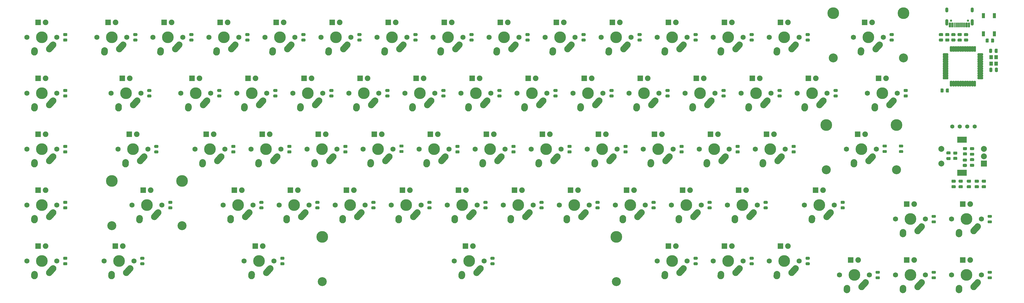
<source format=gbr>
%TF.GenerationSoftware,KiCad,Pcbnew,(5.1.9)-1*%
%TF.CreationDate,2021-07-17T21:13:41-07:00*%
%TF.ProjectId,unsplit-keyboard,756e7370-6c69-4742-9d6b-6579626f6172,rev?*%
%TF.SameCoordinates,Original*%
%TF.FileFunction,Soldermask,Bot*%
%TF.FilePolarity,Negative*%
%FSLAX46Y46*%
G04 Gerber Fmt 4.6, Leading zero omitted, Abs format (unit mm)*
G04 Created by KiCad (PCBNEW (5.1.9)-1) date 2021-07-17 21:13:41*
%MOMM*%
%LPD*%
G01*
G04 APERTURE LIST*
%ADD10C,2.250000*%
%ADD11C,3.987800*%
%ADD12C,1.905000*%
%ADD13R,1.905000X1.905000*%
%ADD14C,1.750000*%
%ADD15C,0.750000*%
%ADD16O,1.100000X2.200000*%
%ADD17O,1.100000X1.700000*%
%ADD18C,3.048000*%
%ADD19C,2.000000*%
%ADD20R,3.200000X2.000000*%
%ADD21R,2.000000X2.000000*%
%ADD22R,1.100000X1.800000*%
%ADD23R,1.200000X1.400000*%
%ADD24C,1.397000*%
G04 APERTURE END LIST*
%TO.C,MX59*%
G36*
G01*
X337303476Y-90690240D02*
X337302403Y-90690166D01*
G75*
G02*
X338347334Y-91889903I-77403J-1122334D01*
G01*
X338307334Y-92469903D01*
G75*
G02*
X337107597Y-93514834I-1122334J77403D01*
G01*
X337107597Y-93514834D01*
G75*
G02*
X336062666Y-92315097I77403J1122334D01*
G01*
X336102666Y-91735097D01*
G75*
G02*
X337302403Y-90690166I1122334J-77403D01*
G01*
G37*
D10*
X337185000Y-92392500D03*
G36*
G01*
X344287772Y-89016462D02*
X344286317Y-89015155D01*
G75*
G02*
X344372345Y-90603817I-751317J-837345D01*
G01*
X343062343Y-92063817D01*
G75*
G02*
X341473681Y-92149845I-837345J751317D01*
G01*
X341473681Y-92149845D01*
G75*
G02*
X341387653Y-90561183I751317J837345D01*
G01*
X342697655Y-89101183D01*
G75*
G02*
X344286317Y-89015155I837345J-751317D01*
G01*
G37*
D11*
X339725000Y-87312500D03*
D10*
X342225000Y-91312500D03*
D12*
X340995000Y-82232500D03*
D13*
X338455000Y-82232500D03*
D14*
X344805000Y-87312500D03*
X334645000Y-87312500D03*
%TD*%
%TO.C,R9*%
G36*
G01*
X340048001Y-25000000D02*
X339147999Y-25000000D01*
G75*
G02*
X338898000Y-24750001I0J249999D01*
G01*
X338898000Y-24224999D01*
G75*
G02*
X339147999Y-23975000I249999J0D01*
G01*
X340048001Y-23975000D01*
G75*
G02*
X340298000Y-24224999I0J-249999D01*
G01*
X340298000Y-24750001D01*
G75*
G02*
X340048001Y-25000000I-249999J0D01*
G01*
G37*
G36*
G01*
X340048001Y-26825000D02*
X339147999Y-26825000D01*
G75*
G02*
X338898000Y-26575001I0J249999D01*
G01*
X338898000Y-26049999D01*
G75*
G02*
X339147999Y-25800000I249999J0D01*
G01*
X340048001Y-25800000D01*
G75*
G02*
X340298000Y-26049999I0J-249999D01*
G01*
X340298000Y-26575001D01*
G75*
G02*
X340048001Y-26825000I-249999J0D01*
G01*
G37*
%TD*%
%TO.C,R8*%
G36*
G01*
X330638999Y-25800000D02*
X331539001Y-25800000D01*
G75*
G02*
X331789000Y-26049999I0J-249999D01*
G01*
X331789000Y-26575001D01*
G75*
G02*
X331539001Y-26825000I-249999J0D01*
G01*
X330638999Y-26825000D01*
G75*
G02*
X330389000Y-26575001I0J249999D01*
G01*
X330389000Y-26049999D01*
G75*
G02*
X330638999Y-25800000I249999J0D01*
G01*
G37*
G36*
G01*
X330638999Y-23975000D02*
X331539001Y-23975000D01*
G75*
G02*
X331789000Y-24224999I0J-249999D01*
G01*
X331789000Y-24750001D01*
G75*
G02*
X331539001Y-25000000I-249999J0D01*
G01*
X330638999Y-25000000D01*
G75*
G02*
X330389000Y-24750001I0J249999D01*
G01*
X330389000Y-24224999D01*
G75*
G02*
X330638999Y-23975000I249999J0D01*
G01*
G37*
%TD*%
%TO.C,USB1*%
G36*
G01*
X340220020Y-21915020D02*
X340220020Y-20465020D01*
G75*
G02*
X340270020Y-20415020I50000J0D01*
G01*
X340870020Y-20415020D01*
G75*
G02*
X340920020Y-20465020I0J-50000D01*
G01*
X340920020Y-21915020D01*
G75*
G02*
X340870020Y-21965020I-50000J0D01*
G01*
X340270020Y-21965020D01*
G75*
G02*
X340220020Y-21915020I0J50000D01*
G01*
G37*
G36*
G01*
X333770020Y-21915020D02*
X333770020Y-20465020D01*
G75*
G02*
X333820020Y-20415020I50000J0D01*
G01*
X334420020Y-20415020D01*
G75*
G02*
X334470020Y-20465020I0J-50000D01*
G01*
X334470020Y-21915020D01*
G75*
G02*
X334420020Y-21965020I-50000J0D01*
G01*
X333820020Y-21965020D01*
G75*
G02*
X333770020Y-21915020I0J50000D01*
G01*
G37*
G36*
G01*
X339445020Y-21915020D02*
X339445020Y-20465020D01*
G75*
G02*
X339495020Y-20415020I50000J0D01*
G01*
X340095020Y-20415020D01*
G75*
G02*
X340145020Y-20465020I0J-50000D01*
G01*
X340145020Y-21915020D01*
G75*
G02*
X340095020Y-21965020I-50000J0D01*
G01*
X339495020Y-21965020D01*
G75*
G02*
X339445020Y-21915020I0J50000D01*
G01*
G37*
G36*
G01*
X334545020Y-21915020D02*
X334545020Y-20465020D01*
G75*
G02*
X334595020Y-20415020I50000J0D01*
G01*
X335195020Y-20415020D01*
G75*
G02*
X335245020Y-20465020I0J-50000D01*
G01*
X335245020Y-21915020D01*
G75*
G02*
X335195020Y-21965020I-50000J0D01*
G01*
X334595020Y-21965020D01*
G75*
G02*
X334545020Y-21915020I0J50000D01*
G01*
G37*
G36*
G01*
X335395020Y-21915020D02*
X335395020Y-20465020D01*
G75*
G02*
X335445020Y-20415020I50000J0D01*
G01*
X335745020Y-20415020D01*
G75*
G02*
X335795020Y-20465020I0J-50000D01*
G01*
X335795020Y-21915020D01*
G75*
G02*
X335745020Y-21965020I-50000J0D01*
G01*
X335445020Y-21965020D01*
G75*
G02*
X335395020Y-21915020I0J50000D01*
G01*
G37*
G36*
G01*
X338895020Y-21915020D02*
X338895020Y-20465020D01*
G75*
G02*
X338945020Y-20415020I50000J0D01*
G01*
X339245020Y-20415020D01*
G75*
G02*
X339295020Y-20465020I0J-50000D01*
G01*
X339295020Y-21915020D01*
G75*
G02*
X339245020Y-21965020I-50000J0D01*
G01*
X338945020Y-21965020D01*
G75*
G02*
X338895020Y-21915020I0J50000D01*
G01*
G37*
G36*
G01*
X335895020Y-21915020D02*
X335895020Y-20465020D01*
G75*
G02*
X335945020Y-20415020I50000J0D01*
G01*
X336245020Y-20415020D01*
G75*
G02*
X336295020Y-20465020I0J-50000D01*
G01*
X336295020Y-21915020D01*
G75*
G02*
X336245020Y-21965020I-50000J0D01*
G01*
X335945020Y-21965020D01*
G75*
G02*
X335895020Y-21915020I0J50000D01*
G01*
G37*
G36*
G01*
X338395020Y-21915020D02*
X338395020Y-20465020D01*
G75*
G02*
X338445020Y-20415020I50000J0D01*
G01*
X338745020Y-20415020D01*
G75*
G02*
X338795020Y-20465020I0J-50000D01*
G01*
X338795020Y-21915020D01*
G75*
G02*
X338745020Y-21965020I-50000J0D01*
G01*
X338445020Y-21965020D01*
G75*
G02*
X338395020Y-21915020I0J50000D01*
G01*
G37*
G36*
G01*
X336395020Y-21915020D02*
X336395020Y-20465020D01*
G75*
G02*
X336445020Y-20415020I50000J0D01*
G01*
X336745020Y-20415020D01*
G75*
G02*
X336795020Y-20465020I0J-50000D01*
G01*
X336795020Y-21915020D01*
G75*
G02*
X336745020Y-21965020I-50000J0D01*
G01*
X336445020Y-21965020D01*
G75*
G02*
X336395020Y-21915020I0J50000D01*
G01*
G37*
G36*
G01*
X337895020Y-21915020D02*
X337895020Y-20465020D01*
G75*
G02*
X337945020Y-20415020I50000J0D01*
G01*
X338245020Y-20415020D01*
G75*
G02*
X338295020Y-20465020I0J-50000D01*
G01*
X338295020Y-21915020D01*
G75*
G02*
X338245020Y-21965020I-50000J0D01*
G01*
X337945020Y-21965020D01*
G75*
G02*
X337895020Y-21915020I0J50000D01*
G01*
G37*
G36*
G01*
X337395020Y-21915020D02*
X337395020Y-20465020D01*
G75*
G02*
X337445020Y-20415020I50000J0D01*
G01*
X337745020Y-20415020D01*
G75*
G02*
X337795020Y-20465020I0J-50000D01*
G01*
X337795020Y-21915020D01*
G75*
G02*
X337745020Y-21965020I-50000J0D01*
G01*
X337445020Y-21965020D01*
G75*
G02*
X337395020Y-21915020I0J50000D01*
G01*
G37*
G36*
G01*
X336895020Y-21915020D02*
X336895020Y-20465020D01*
G75*
G02*
X336945020Y-20415020I50000J0D01*
G01*
X337245020Y-20415020D01*
G75*
G02*
X337295020Y-20465020I0J-50000D01*
G01*
X337295020Y-21915020D01*
G75*
G02*
X337245020Y-21965020I-50000J0D01*
G01*
X336945020Y-21965020D01*
G75*
G02*
X336895020Y-21915020I0J50000D01*
G01*
G37*
D15*
X340235020Y-19745020D03*
X334455020Y-19745020D03*
D16*
X333025020Y-20275020D03*
X341665020Y-20275020D03*
D17*
X333025020Y-16095020D03*
X341665020Y-16095020D03*
%TD*%
D11*
%TO.C,MX63*%
X120688100Y-93345000D03*
X220687900Y-93345000D03*
D18*
X120688100Y-108585000D03*
X220687900Y-108585000D03*
D14*
X165608000Y-101600000D03*
X175768000Y-101600000D03*
D13*
X169418000Y-96520000D03*
D12*
X171958000Y-96520000D03*
D10*
X173188000Y-105600000D03*
D11*
X170688000Y-101600000D03*
G36*
G01*
X175250772Y-103303962D02*
X175249317Y-103302655D01*
G75*
G02*
X175335345Y-104891317I-751317J-837345D01*
G01*
X174025343Y-106351317D01*
G75*
G02*
X172436681Y-106437345I-837345J751317D01*
G01*
X172436681Y-106437345D01*
G75*
G02*
X172350653Y-104848683I751317J837345D01*
G01*
X173660655Y-103388683D01*
G75*
G02*
X175249317Y-103302655I837345J-751317D01*
G01*
G37*
D10*
X168148000Y-106680000D03*
G36*
G01*
X168266476Y-104977740D02*
X168265403Y-104977666D01*
G75*
G02*
X169310334Y-106177403I-77403J-1122334D01*
G01*
X169270334Y-106757403D01*
G75*
G02*
X168070597Y-107802334I-1122334J77403D01*
G01*
X168070597Y-107802334D01*
G75*
G02*
X167025666Y-106602597I77403J1122334D01*
G01*
X167065666Y-106022597D01*
G75*
G02*
X168265403Y-104977666I1122334J-77403D01*
G01*
G37*
%TD*%
D19*
%TO.C,ENC1*%
X331200350Y-63408550D03*
X331200350Y-68408550D03*
D20*
X338200350Y-60308550D03*
X338200350Y-71508550D03*
D19*
X345700350Y-63408550D03*
X345700350Y-65908550D03*
D21*
X345700350Y-68408550D03*
%TD*%
D22*
%TO.C,SW1*%
X345495000Y-24182000D03*
X349195000Y-17982000D03*
X349195000Y-24182000D03*
X345495000Y-17982000D03*
%TD*%
%TO.C,R1*%
G36*
G01*
X348087900Y-26954902D02*
X348087900Y-26054898D01*
G75*
G02*
X348337898Y-25804900I249998J0D01*
G01*
X348862902Y-25804900D01*
G75*
G02*
X349112900Y-26054898I0J-249998D01*
G01*
X349112900Y-26954902D01*
G75*
G02*
X348862902Y-27204900I-249998J0D01*
G01*
X348337898Y-27204900D01*
G75*
G02*
X348087900Y-26954902I0J249998D01*
G01*
G37*
G36*
G01*
X346262900Y-26954902D02*
X346262900Y-26054898D01*
G75*
G02*
X346512898Y-25804900I249998J0D01*
G01*
X347037902Y-25804900D01*
G75*
G02*
X347287900Y-26054898I0J-249998D01*
G01*
X347287900Y-26954902D01*
G75*
G02*
X347037902Y-27204900I-249998J0D01*
G01*
X346512898Y-27204900D01*
G75*
G02*
X346262900Y-26954902I0J249998D01*
G01*
G37*
%TD*%
D23*
%TO.C,X1*%
X348139650Y-34367650D03*
X348139650Y-32167650D03*
X349839650Y-32167650D03*
X349839650Y-34367650D03*
%TD*%
%TO.C,C7*%
G36*
G01*
X345180900Y-75799100D02*
X346130900Y-75799100D01*
G75*
G02*
X346380900Y-76049100I0J-250000D01*
G01*
X346380900Y-76549100D01*
G75*
G02*
X346130900Y-76799100I-250000J0D01*
G01*
X345180900Y-76799100D01*
G75*
G02*
X344930900Y-76549100I0J250000D01*
G01*
X344930900Y-76049100D01*
G75*
G02*
X345180900Y-75799100I250000J0D01*
G01*
G37*
G36*
G01*
X345180900Y-73899100D02*
X346130900Y-73899100D01*
G75*
G02*
X346380900Y-74149100I0J-250000D01*
G01*
X346380900Y-74649100D01*
G75*
G02*
X346130900Y-74899100I-250000J0D01*
G01*
X345180900Y-74899100D01*
G75*
G02*
X344930900Y-74649100I0J250000D01*
G01*
X344930900Y-74149100D01*
G75*
G02*
X345180900Y-73899100I250000J0D01*
G01*
G37*
%TD*%
%TO.C,C4*%
G36*
G01*
X337306900Y-75799100D02*
X338256900Y-75799100D01*
G75*
G02*
X338506900Y-76049100I0J-250000D01*
G01*
X338506900Y-76549100D01*
G75*
G02*
X338256900Y-76799100I-250000J0D01*
G01*
X337306900Y-76799100D01*
G75*
G02*
X337056900Y-76549100I0J250000D01*
G01*
X337056900Y-76049100D01*
G75*
G02*
X337306900Y-75799100I250000J0D01*
G01*
G37*
G36*
G01*
X337306900Y-73899100D02*
X338256900Y-73899100D01*
G75*
G02*
X338506900Y-74149100I0J-250000D01*
G01*
X338506900Y-74649100D01*
G75*
G02*
X338256900Y-74899100I-250000J0D01*
G01*
X337306900Y-74899100D01*
G75*
G02*
X337056900Y-74649100I0J250000D01*
G01*
X337056900Y-74149100D01*
G75*
G02*
X337306900Y-73899100I250000J0D01*
G01*
G37*
%TD*%
%TO.C,C6*%
G36*
G01*
X342767900Y-75799100D02*
X343717900Y-75799100D01*
G75*
G02*
X343967900Y-76049100I0J-250000D01*
G01*
X343967900Y-76549100D01*
G75*
G02*
X343717900Y-76799100I-250000J0D01*
G01*
X342767900Y-76799100D01*
G75*
G02*
X342517900Y-76549100I0J250000D01*
G01*
X342517900Y-76049100D01*
G75*
G02*
X342767900Y-75799100I250000J0D01*
G01*
G37*
G36*
G01*
X342767900Y-73899100D02*
X343717900Y-73899100D01*
G75*
G02*
X343967900Y-74149100I0J-250000D01*
G01*
X343967900Y-74649100D01*
G75*
G02*
X343717900Y-74899100I-250000J0D01*
G01*
X342767900Y-74899100D01*
G75*
G02*
X342517900Y-74649100I0J250000D01*
G01*
X342517900Y-74149100D01*
G75*
G02*
X342767900Y-73899100I250000J0D01*
G01*
G37*
%TD*%
%TO.C,C5*%
G36*
G01*
X340100900Y-75799100D02*
X341050900Y-75799100D01*
G75*
G02*
X341300900Y-76049100I0J-250000D01*
G01*
X341300900Y-76549100D01*
G75*
G02*
X341050900Y-76799100I-250000J0D01*
G01*
X340100900Y-76799100D01*
G75*
G02*
X339850900Y-76549100I0J250000D01*
G01*
X339850900Y-76049100D01*
G75*
G02*
X340100900Y-75799100I250000J0D01*
G01*
G37*
G36*
G01*
X340100900Y-73899100D02*
X341050900Y-73899100D01*
G75*
G02*
X341300900Y-74149100I0J-250000D01*
G01*
X341300900Y-74649100D01*
G75*
G02*
X341050900Y-74899100I-250000J0D01*
G01*
X340100900Y-74899100D01*
G75*
G02*
X339850900Y-74649100I0J250000D01*
G01*
X339850900Y-74149100D01*
G75*
G02*
X340100900Y-73899100I250000J0D01*
G01*
G37*
%TD*%
%TO.C,C2*%
G36*
G01*
X349350750Y-30478750D02*
X349350750Y-29528750D01*
G75*
G02*
X349600750Y-29278750I250000J0D01*
G01*
X350100750Y-29278750D01*
G75*
G02*
X350350750Y-29528750I0J-250000D01*
G01*
X350350750Y-30478750D01*
G75*
G02*
X350100750Y-30728750I-250000J0D01*
G01*
X349600750Y-30728750D01*
G75*
G02*
X349350750Y-30478750I0J250000D01*
G01*
G37*
G36*
G01*
X347450750Y-30478750D02*
X347450750Y-29528750D01*
G75*
G02*
X347700750Y-29278750I250000J0D01*
G01*
X348200750Y-29278750D01*
G75*
G02*
X348450750Y-29528750I0J-250000D01*
G01*
X348450750Y-30478750D01*
G75*
G02*
X348200750Y-30728750I-250000J0D01*
G01*
X347700750Y-30728750D01*
G75*
G02*
X347450750Y-30478750I0J250000D01*
G01*
G37*
%TD*%
%TO.C,C8*%
G36*
G01*
X334893900Y-75799100D02*
X335843900Y-75799100D01*
G75*
G02*
X336093900Y-76049100I0J-250000D01*
G01*
X336093900Y-76549100D01*
G75*
G02*
X335843900Y-76799100I-250000J0D01*
G01*
X334893900Y-76799100D01*
G75*
G02*
X334643900Y-76549100I0J250000D01*
G01*
X334643900Y-76049100D01*
G75*
G02*
X334893900Y-75799100I250000J0D01*
G01*
G37*
G36*
G01*
X334893900Y-73899100D02*
X335843900Y-73899100D01*
G75*
G02*
X336093900Y-74149100I0J-250000D01*
G01*
X336093900Y-74649100D01*
G75*
G02*
X335843900Y-74899100I-250000J0D01*
G01*
X334893900Y-74899100D01*
G75*
G02*
X334643900Y-74649100I0J250000D01*
G01*
X334643900Y-74149100D01*
G75*
G02*
X334893900Y-73899100I250000J0D01*
G01*
G37*
%TD*%
%TO.C,C1*%
G36*
G01*
X349416750Y-36955750D02*
X349416750Y-36005750D01*
G75*
G02*
X349666750Y-35755750I250000J0D01*
G01*
X350166750Y-35755750D01*
G75*
G02*
X350416750Y-36005750I0J-250000D01*
G01*
X350416750Y-36955750D01*
G75*
G02*
X350166750Y-37205750I-250000J0D01*
G01*
X349666750Y-37205750D01*
G75*
G02*
X349416750Y-36955750I0J250000D01*
G01*
G37*
G36*
G01*
X347516750Y-36955750D02*
X347516750Y-36005750D01*
G75*
G02*
X347766750Y-35755750I250000J0D01*
G01*
X348266750Y-35755750D01*
G75*
G02*
X348516750Y-36005750I0J-250000D01*
G01*
X348516750Y-36955750D01*
G75*
G02*
X348266750Y-37205750I-250000J0D01*
G01*
X347766750Y-37205750D01*
G75*
G02*
X347516750Y-36955750I0J250000D01*
G01*
G37*
%TD*%
%TO.C,U1*%
G36*
G01*
X334289240Y-28414090D02*
X334789240Y-28414090D01*
G75*
G02*
X334989240Y-28614090I0J-200000D01*
G01*
X334989240Y-30114090D01*
G75*
G02*
X334789240Y-30314090I-200000J0D01*
G01*
X334289240Y-30314090D01*
G75*
G02*
X334089240Y-30114090I0J200000D01*
G01*
X334089240Y-28614090D01*
G75*
G02*
X334289240Y-28414090I200000J0D01*
G01*
G37*
G36*
G01*
X335089240Y-28414090D02*
X335589240Y-28414090D01*
G75*
G02*
X335789240Y-28614090I0J-200000D01*
G01*
X335789240Y-30114090D01*
G75*
G02*
X335589240Y-30314090I-200000J0D01*
G01*
X335089240Y-30314090D01*
G75*
G02*
X334889240Y-30114090I0J200000D01*
G01*
X334889240Y-28614090D01*
G75*
G02*
X335089240Y-28414090I200000J0D01*
G01*
G37*
G36*
G01*
X335889240Y-28414090D02*
X336389240Y-28414090D01*
G75*
G02*
X336589240Y-28614090I0J-200000D01*
G01*
X336589240Y-30114090D01*
G75*
G02*
X336389240Y-30314090I-200000J0D01*
G01*
X335889240Y-30314090D01*
G75*
G02*
X335689240Y-30114090I0J200000D01*
G01*
X335689240Y-28614090D01*
G75*
G02*
X335889240Y-28414090I200000J0D01*
G01*
G37*
G36*
G01*
X336689240Y-28414090D02*
X337189240Y-28414090D01*
G75*
G02*
X337389240Y-28614090I0J-200000D01*
G01*
X337389240Y-30114090D01*
G75*
G02*
X337189240Y-30314090I-200000J0D01*
G01*
X336689240Y-30314090D01*
G75*
G02*
X336489240Y-30114090I0J200000D01*
G01*
X336489240Y-28614090D01*
G75*
G02*
X336689240Y-28414090I200000J0D01*
G01*
G37*
G36*
G01*
X337489240Y-28414090D02*
X337989240Y-28414090D01*
G75*
G02*
X338189240Y-28614090I0J-200000D01*
G01*
X338189240Y-30114090D01*
G75*
G02*
X337989240Y-30314090I-200000J0D01*
G01*
X337489240Y-30314090D01*
G75*
G02*
X337289240Y-30114090I0J200000D01*
G01*
X337289240Y-28614090D01*
G75*
G02*
X337489240Y-28414090I200000J0D01*
G01*
G37*
G36*
G01*
X338289240Y-28414090D02*
X338789240Y-28414090D01*
G75*
G02*
X338989240Y-28614090I0J-200000D01*
G01*
X338989240Y-30114090D01*
G75*
G02*
X338789240Y-30314090I-200000J0D01*
G01*
X338289240Y-30314090D01*
G75*
G02*
X338089240Y-30114090I0J200000D01*
G01*
X338089240Y-28614090D01*
G75*
G02*
X338289240Y-28414090I200000J0D01*
G01*
G37*
G36*
G01*
X339089240Y-28414090D02*
X339589240Y-28414090D01*
G75*
G02*
X339789240Y-28614090I0J-200000D01*
G01*
X339789240Y-30114090D01*
G75*
G02*
X339589240Y-30314090I-200000J0D01*
G01*
X339089240Y-30314090D01*
G75*
G02*
X338889240Y-30114090I0J200000D01*
G01*
X338889240Y-28614090D01*
G75*
G02*
X339089240Y-28414090I200000J0D01*
G01*
G37*
G36*
G01*
X339889240Y-28414090D02*
X340389240Y-28414090D01*
G75*
G02*
X340589240Y-28614090I0J-200000D01*
G01*
X340589240Y-30114090D01*
G75*
G02*
X340389240Y-30314090I-200000J0D01*
G01*
X339889240Y-30314090D01*
G75*
G02*
X339689240Y-30114090I0J200000D01*
G01*
X339689240Y-28614090D01*
G75*
G02*
X339889240Y-28414090I200000J0D01*
G01*
G37*
G36*
G01*
X340689240Y-28414090D02*
X341189240Y-28414090D01*
G75*
G02*
X341389240Y-28614090I0J-200000D01*
G01*
X341389240Y-30114090D01*
G75*
G02*
X341189240Y-30314090I-200000J0D01*
G01*
X340689240Y-30314090D01*
G75*
G02*
X340489240Y-30114090I0J200000D01*
G01*
X340489240Y-28614090D01*
G75*
G02*
X340689240Y-28414090I200000J0D01*
G01*
G37*
G36*
G01*
X341489240Y-28414090D02*
X341989240Y-28414090D01*
G75*
G02*
X342189240Y-28614090I0J-200000D01*
G01*
X342189240Y-30114090D01*
G75*
G02*
X341989240Y-30314090I-200000J0D01*
G01*
X341489240Y-30314090D01*
G75*
G02*
X341289240Y-30114090I0J200000D01*
G01*
X341289240Y-28614090D01*
G75*
G02*
X341489240Y-28414090I200000J0D01*
G01*
G37*
G36*
G01*
X342289240Y-28414090D02*
X342789240Y-28414090D01*
G75*
G02*
X342989240Y-28614090I0J-200000D01*
G01*
X342989240Y-30114090D01*
G75*
G02*
X342789240Y-30314090I-200000J0D01*
G01*
X342289240Y-30314090D01*
G75*
G02*
X342089240Y-30114090I0J200000D01*
G01*
X342089240Y-28614090D01*
G75*
G02*
X342289240Y-28414090I200000J0D01*
G01*
G37*
G36*
G01*
X343689240Y-30814090D02*
X345189240Y-30814090D01*
G75*
G02*
X345389240Y-31014090I0J-200000D01*
G01*
X345389240Y-31514090D01*
G75*
G02*
X345189240Y-31714090I-200000J0D01*
G01*
X343689240Y-31714090D01*
G75*
G02*
X343489240Y-31514090I0J200000D01*
G01*
X343489240Y-31014090D01*
G75*
G02*
X343689240Y-30814090I200000J0D01*
G01*
G37*
G36*
G01*
X343689240Y-31614090D02*
X345189240Y-31614090D01*
G75*
G02*
X345389240Y-31814090I0J-200000D01*
G01*
X345389240Y-32314090D01*
G75*
G02*
X345189240Y-32514090I-200000J0D01*
G01*
X343689240Y-32514090D01*
G75*
G02*
X343489240Y-32314090I0J200000D01*
G01*
X343489240Y-31814090D01*
G75*
G02*
X343689240Y-31614090I200000J0D01*
G01*
G37*
G36*
G01*
X343689240Y-32414090D02*
X345189240Y-32414090D01*
G75*
G02*
X345389240Y-32614090I0J-200000D01*
G01*
X345389240Y-33114090D01*
G75*
G02*
X345189240Y-33314090I-200000J0D01*
G01*
X343689240Y-33314090D01*
G75*
G02*
X343489240Y-33114090I0J200000D01*
G01*
X343489240Y-32614090D01*
G75*
G02*
X343689240Y-32414090I200000J0D01*
G01*
G37*
G36*
G01*
X343689240Y-33214090D02*
X345189240Y-33214090D01*
G75*
G02*
X345389240Y-33414090I0J-200000D01*
G01*
X345389240Y-33914090D01*
G75*
G02*
X345189240Y-34114090I-200000J0D01*
G01*
X343689240Y-34114090D01*
G75*
G02*
X343489240Y-33914090I0J200000D01*
G01*
X343489240Y-33414090D01*
G75*
G02*
X343689240Y-33214090I200000J0D01*
G01*
G37*
G36*
G01*
X343689240Y-34014090D02*
X345189240Y-34014090D01*
G75*
G02*
X345389240Y-34214090I0J-200000D01*
G01*
X345389240Y-34714090D01*
G75*
G02*
X345189240Y-34914090I-200000J0D01*
G01*
X343689240Y-34914090D01*
G75*
G02*
X343489240Y-34714090I0J200000D01*
G01*
X343489240Y-34214090D01*
G75*
G02*
X343689240Y-34014090I200000J0D01*
G01*
G37*
G36*
G01*
X343689240Y-34814090D02*
X345189240Y-34814090D01*
G75*
G02*
X345389240Y-35014090I0J-200000D01*
G01*
X345389240Y-35514090D01*
G75*
G02*
X345189240Y-35714090I-200000J0D01*
G01*
X343689240Y-35714090D01*
G75*
G02*
X343489240Y-35514090I0J200000D01*
G01*
X343489240Y-35014090D01*
G75*
G02*
X343689240Y-34814090I200000J0D01*
G01*
G37*
G36*
G01*
X343689240Y-35614090D02*
X345189240Y-35614090D01*
G75*
G02*
X345389240Y-35814090I0J-200000D01*
G01*
X345389240Y-36314090D01*
G75*
G02*
X345189240Y-36514090I-200000J0D01*
G01*
X343689240Y-36514090D01*
G75*
G02*
X343489240Y-36314090I0J200000D01*
G01*
X343489240Y-35814090D01*
G75*
G02*
X343689240Y-35614090I200000J0D01*
G01*
G37*
G36*
G01*
X343689240Y-36414090D02*
X345189240Y-36414090D01*
G75*
G02*
X345389240Y-36614090I0J-200000D01*
G01*
X345389240Y-37114090D01*
G75*
G02*
X345189240Y-37314090I-200000J0D01*
G01*
X343689240Y-37314090D01*
G75*
G02*
X343489240Y-37114090I0J200000D01*
G01*
X343489240Y-36614090D01*
G75*
G02*
X343689240Y-36414090I200000J0D01*
G01*
G37*
G36*
G01*
X343689240Y-37214090D02*
X345189240Y-37214090D01*
G75*
G02*
X345389240Y-37414090I0J-200000D01*
G01*
X345389240Y-37914090D01*
G75*
G02*
X345189240Y-38114090I-200000J0D01*
G01*
X343689240Y-38114090D01*
G75*
G02*
X343489240Y-37914090I0J200000D01*
G01*
X343489240Y-37414090D01*
G75*
G02*
X343689240Y-37214090I200000J0D01*
G01*
G37*
G36*
G01*
X343689240Y-38014090D02*
X345189240Y-38014090D01*
G75*
G02*
X345389240Y-38214090I0J-200000D01*
G01*
X345389240Y-38714090D01*
G75*
G02*
X345189240Y-38914090I-200000J0D01*
G01*
X343689240Y-38914090D01*
G75*
G02*
X343489240Y-38714090I0J200000D01*
G01*
X343489240Y-38214090D01*
G75*
G02*
X343689240Y-38014090I200000J0D01*
G01*
G37*
G36*
G01*
X343689240Y-38814090D02*
X345189240Y-38814090D01*
G75*
G02*
X345389240Y-39014090I0J-200000D01*
G01*
X345389240Y-39514090D01*
G75*
G02*
X345189240Y-39714090I-200000J0D01*
G01*
X343689240Y-39714090D01*
G75*
G02*
X343489240Y-39514090I0J200000D01*
G01*
X343489240Y-39014090D01*
G75*
G02*
X343689240Y-38814090I200000J0D01*
G01*
G37*
G36*
G01*
X342289240Y-40214090D02*
X342789240Y-40214090D01*
G75*
G02*
X342989240Y-40414090I0J-200000D01*
G01*
X342989240Y-41914090D01*
G75*
G02*
X342789240Y-42114090I-200000J0D01*
G01*
X342289240Y-42114090D01*
G75*
G02*
X342089240Y-41914090I0J200000D01*
G01*
X342089240Y-40414090D01*
G75*
G02*
X342289240Y-40214090I200000J0D01*
G01*
G37*
G36*
G01*
X341489240Y-40214090D02*
X341989240Y-40214090D01*
G75*
G02*
X342189240Y-40414090I0J-200000D01*
G01*
X342189240Y-41914090D01*
G75*
G02*
X341989240Y-42114090I-200000J0D01*
G01*
X341489240Y-42114090D01*
G75*
G02*
X341289240Y-41914090I0J200000D01*
G01*
X341289240Y-40414090D01*
G75*
G02*
X341489240Y-40214090I200000J0D01*
G01*
G37*
G36*
G01*
X340689240Y-40214090D02*
X341189240Y-40214090D01*
G75*
G02*
X341389240Y-40414090I0J-200000D01*
G01*
X341389240Y-41914090D01*
G75*
G02*
X341189240Y-42114090I-200000J0D01*
G01*
X340689240Y-42114090D01*
G75*
G02*
X340489240Y-41914090I0J200000D01*
G01*
X340489240Y-40414090D01*
G75*
G02*
X340689240Y-40214090I200000J0D01*
G01*
G37*
G36*
G01*
X339889240Y-40214090D02*
X340389240Y-40214090D01*
G75*
G02*
X340589240Y-40414090I0J-200000D01*
G01*
X340589240Y-41914090D01*
G75*
G02*
X340389240Y-42114090I-200000J0D01*
G01*
X339889240Y-42114090D01*
G75*
G02*
X339689240Y-41914090I0J200000D01*
G01*
X339689240Y-40414090D01*
G75*
G02*
X339889240Y-40214090I200000J0D01*
G01*
G37*
G36*
G01*
X339089240Y-40214090D02*
X339589240Y-40214090D01*
G75*
G02*
X339789240Y-40414090I0J-200000D01*
G01*
X339789240Y-41914090D01*
G75*
G02*
X339589240Y-42114090I-200000J0D01*
G01*
X339089240Y-42114090D01*
G75*
G02*
X338889240Y-41914090I0J200000D01*
G01*
X338889240Y-40414090D01*
G75*
G02*
X339089240Y-40214090I200000J0D01*
G01*
G37*
G36*
G01*
X338289240Y-40214090D02*
X338789240Y-40214090D01*
G75*
G02*
X338989240Y-40414090I0J-200000D01*
G01*
X338989240Y-41914090D01*
G75*
G02*
X338789240Y-42114090I-200000J0D01*
G01*
X338289240Y-42114090D01*
G75*
G02*
X338089240Y-41914090I0J200000D01*
G01*
X338089240Y-40414090D01*
G75*
G02*
X338289240Y-40214090I200000J0D01*
G01*
G37*
G36*
G01*
X337489240Y-40214090D02*
X337989240Y-40214090D01*
G75*
G02*
X338189240Y-40414090I0J-200000D01*
G01*
X338189240Y-41914090D01*
G75*
G02*
X337989240Y-42114090I-200000J0D01*
G01*
X337489240Y-42114090D01*
G75*
G02*
X337289240Y-41914090I0J200000D01*
G01*
X337289240Y-40414090D01*
G75*
G02*
X337489240Y-40214090I200000J0D01*
G01*
G37*
G36*
G01*
X336689240Y-40214090D02*
X337189240Y-40214090D01*
G75*
G02*
X337389240Y-40414090I0J-200000D01*
G01*
X337389240Y-41914090D01*
G75*
G02*
X337189240Y-42114090I-200000J0D01*
G01*
X336689240Y-42114090D01*
G75*
G02*
X336489240Y-41914090I0J200000D01*
G01*
X336489240Y-40414090D01*
G75*
G02*
X336689240Y-40214090I200000J0D01*
G01*
G37*
G36*
G01*
X335889240Y-40214090D02*
X336389240Y-40214090D01*
G75*
G02*
X336589240Y-40414090I0J-200000D01*
G01*
X336589240Y-41914090D01*
G75*
G02*
X336389240Y-42114090I-200000J0D01*
G01*
X335889240Y-42114090D01*
G75*
G02*
X335689240Y-41914090I0J200000D01*
G01*
X335689240Y-40414090D01*
G75*
G02*
X335889240Y-40214090I200000J0D01*
G01*
G37*
G36*
G01*
X335089240Y-40214090D02*
X335589240Y-40214090D01*
G75*
G02*
X335789240Y-40414090I0J-200000D01*
G01*
X335789240Y-41914090D01*
G75*
G02*
X335589240Y-42114090I-200000J0D01*
G01*
X335089240Y-42114090D01*
G75*
G02*
X334889240Y-41914090I0J200000D01*
G01*
X334889240Y-40414090D01*
G75*
G02*
X335089240Y-40214090I200000J0D01*
G01*
G37*
G36*
G01*
X334289240Y-40214090D02*
X334789240Y-40214090D01*
G75*
G02*
X334989240Y-40414090I0J-200000D01*
G01*
X334989240Y-41914090D01*
G75*
G02*
X334789240Y-42114090I-200000J0D01*
G01*
X334289240Y-42114090D01*
G75*
G02*
X334089240Y-41914090I0J200000D01*
G01*
X334089240Y-40414090D01*
G75*
G02*
X334289240Y-40214090I200000J0D01*
G01*
G37*
G36*
G01*
X331889240Y-38814090D02*
X333389240Y-38814090D01*
G75*
G02*
X333589240Y-39014090I0J-200000D01*
G01*
X333589240Y-39514090D01*
G75*
G02*
X333389240Y-39714090I-200000J0D01*
G01*
X331889240Y-39714090D01*
G75*
G02*
X331689240Y-39514090I0J200000D01*
G01*
X331689240Y-39014090D01*
G75*
G02*
X331889240Y-38814090I200000J0D01*
G01*
G37*
G36*
G01*
X331889240Y-38014090D02*
X333389240Y-38014090D01*
G75*
G02*
X333589240Y-38214090I0J-200000D01*
G01*
X333589240Y-38714090D01*
G75*
G02*
X333389240Y-38914090I-200000J0D01*
G01*
X331889240Y-38914090D01*
G75*
G02*
X331689240Y-38714090I0J200000D01*
G01*
X331689240Y-38214090D01*
G75*
G02*
X331889240Y-38014090I200000J0D01*
G01*
G37*
G36*
G01*
X331889240Y-37214090D02*
X333389240Y-37214090D01*
G75*
G02*
X333589240Y-37414090I0J-200000D01*
G01*
X333589240Y-37914090D01*
G75*
G02*
X333389240Y-38114090I-200000J0D01*
G01*
X331889240Y-38114090D01*
G75*
G02*
X331689240Y-37914090I0J200000D01*
G01*
X331689240Y-37414090D01*
G75*
G02*
X331889240Y-37214090I200000J0D01*
G01*
G37*
G36*
G01*
X331889240Y-36414090D02*
X333389240Y-36414090D01*
G75*
G02*
X333589240Y-36614090I0J-200000D01*
G01*
X333589240Y-37114090D01*
G75*
G02*
X333389240Y-37314090I-200000J0D01*
G01*
X331889240Y-37314090D01*
G75*
G02*
X331689240Y-37114090I0J200000D01*
G01*
X331689240Y-36614090D01*
G75*
G02*
X331889240Y-36414090I200000J0D01*
G01*
G37*
G36*
G01*
X331889240Y-35614090D02*
X333389240Y-35614090D01*
G75*
G02*
X333589240Y-35814090I0J-200000D01*
G01*
X333589240Y-36314090D01*
G75*
G02*
X333389240Y-36514090I-200000J0D01*
G01*
X331889240Y-36514090D01*
G75*
G02*
X331689240Y-36314090I0J200000D01*
G01*
X331689240Y-35814090D01*
G75*
G02*
X331889240Y-35614090I200000J0D01*
G01*
G37*
G36*
G01*
X331889240Y-34814090D02*
X333389240Y-34814090D01*
G75*
G02*
X333589240Y-35014090I0J-200000D01*
G01*
X333589240Y-35514090D01*
G75*
G02*
X333389240Y-35714090I-200000J0D01*
G01*
X331889240Y-35714090D01*
G75*
G02*
X331689240Y-35514090I0J200000D01*
G01*
X331689240Y-35014090D01*
G75*
G02*
X331889240Y-34814090I200000J0D01*
G01*
G37*
G36*
G01*
X331889240Y-34014090D02*
X333389240Y-34014090D01*
G75*
G02*
X333589240Y-34214090I0J-200000D01*
G01*
X333589240Y-34714090D01*
G75*
G02*
X333389240Y-34914090I-200000J0D01*
G01*
X331889240Y-34914090D01*
G75*
G02*
X331689240Y-34714090I0J200000D01*
G01*
X331689240Y-34214090D01*
G75*
G02*
X331889240Y-34014090I200000J0D01*
G01*
G37*
G36*
G01*
X331889240Y-33214090D02*
X333389240Y-33214090D01*
G75*
G02*
X333589240Y-33414090I0J-200000D01*
G01*
X333589240Y-33914090D01*
G75*
G02*
X333389240Y-34114090I-200000J0D01*
G01*
X331889240Y-34114090D01*
G75*
G02*
X331689240Y-33914090I0J200000D01*
G01*
X331689240Y-33414090D01*
G75*
G02*
X331889240Y-33214090I200000J0D01*
G01*
G37*
G36*
G01*
X331889240Y-32414090D02*
X333389240Y-32414090D01*
G75*
G02*
X333589240Y-32614090I0J-200000D01*
G01*
X333589240Y-33114090D01*
G75*
G02*
X333389240Y-33314090I-200000J0D01*
G01*
X331889240Y-33314090D01*
G75*
G02*
X331689240Y-33114090I0J200000D01*
G01*
X331689240Y-32614090D01*
G75*
G02*
X331889240Y-32414090I200000J0D01*
G01*
G37*
G36*
G01*
X331889240Y-31614090D02*
X333389240Y-31614090D01*
G75*
G02*
X333589240Y-31814090I0J-200000D01*
G01*
X333589240Y-32314090D01*
G75*
G02*
X333389240Y-32514090I-200000J0D01*
G01*
X331889240Y-32514090D01*
G75*
G02*
X331689240Y-32314090I0J200000D01*
G01*
X331689240Y-31814090D01*
G75*
G02*
X331889240Y-31614090I200000J0D01*
G01*
G37*
G36*
G01*
X331889240Y-30814090D02*
X333389240Y-30814090D01*
G75*
G02*
X333589240Y-31014090I0J-200000D01*
G01*
X333589240Y-31514090D01*
G75*
G02*
X333389240Y-31714090I-200000J0D01*
G01*
X331889240Y-31714090D01*
G75*
G02*
X331689240Y-31514090I0J200000D01*
G01*
X331689240Y-31014090D01*
G75*
G02*
X331889240Y-30814090I200000J0D01*
G01*
G37*
%TD*%
D14*
%TO.C,MX30*%
X306011580Y-44450000D03*
X316171580Y-44450000D03*
D13*
X309821580Y-39370000D03*
D12*
X312361580Y-39370000D03*
D10*
X313591580Y-48450000D03*
D11*
X311091580Y-44450000D03*
G36*
G01*
X315654352Y-46153962D02*
X315652897Y-46152655D01*
G75*
G02*
X315738925Y-47741317I-751317J-837345D01*
G01*
X314428923Y-49201317D01*
G75*
G02*
X312840261Y-49287345I-837345J751317D01*
G01*
X312840261Y-49287345D01*
G75*
G02*
X312754233Y-47698683I751317J837345D01*
G01*
X314064235Y-46238683D01*
G75*
G02*
X315652897Y-46152655I837345J-751317D01*
G01*
G37*
D10*
X308551580Y-49530000D03*
G36*
G01*
X308670056Y-47827740D02*
X308668983Y-47827666D01*
G75*
G02*
X309713914Y-49027403I-77403J-1122334D01*
G01*
X309673914Y-49607403D01*
G75*
G02*
X308474177Y-50652334I-1122334J77403D01*
G01*
X308474177Y-50652334D01*
G75*
G02*
X307429246Y-49452597I77403J1122334D01*
G01*
X307469246Y-48872597D01*
G75*
G02*
X308668983Y-47827666I1122334J-77403D01*
G01*
G37*
%TD*%
%TO.C,MX44*%
G36*
G01*
X301584726Y-66877740D02*
X301583653Y-66877666D01*
G75*
G02*
X302628584Y-68077403I-77403J-1122334D01*
G01*
X302588584Y-68657403D01*
G75*
G02*
X301388847Y-69702334I-1122334J77403D01*
G01*
X301388847Y-69702334D01*
G75*
G02*
X300343916Y-68502597I77403J1122334D01*
G01*
X300383916Y-67922597D01*
G75*
G02*
X301583653Y-66877666I1122334J-77403D01*
G01*
G37*
X301466250Y-68580000D03*
G36*
G01*
X308569022Y-65203962D02*
X308567567Y-65202655D01*
G75*
G02*
X308653595Y-66791317I-751317J-837345D01*
G01*
X307343593Y-68251317D01*
G75*
G02*
X305754931Y-68337345I-837345J751317D01*
G01*
X305754931Y-68337345D01*
G75*
G02*
X305668903Y-66748683I751317J837345D01*
G01*
X306978905Y-65288683D01*
G75*
G02*
X308567567Y-65202655I837345J-751317D01*
G01*
G37*
D11*
X304006250Y-63500000D03*
D10*
X306506250Y-67500000D03*
D12*
X305276250Y-58420000D03*
D13*
X302736250Y-58420000D03*
D14*
X309086250Y-63500000D03*
X298926250Y-63500000D03*
D18*
X315944250Y-70485000D03*
X292068250Y-70485000D03*
D11*
X315944250Y-55245000D03*
X292068250Y-55245000D03*
%TD*%
%TO.C,C3*%
G36*
G01*
X333160350Y-64291550D02*
X334110350Y-64291550D01*
G75*
G02*
X334360350Y-64541550I0J-250000D01*
G01*
X334360350Y-65041550D01*
G75*
G02*
X334110350Y-65291550I-250000J0D01*
G01*
X333160350Y-65291550D01*
G75*
G02*
X332910350Y-65041550I0J250000D01*
G01*
X332910350Y-64541550D01*
G75*
G02*
X333160350Y-64291550I250000J0D01*
G01*
G37*
G36*
G01*
X333160350Y-66191550D02*
X334110350Y-66191550D01*
G75*
G02*
X334360350Y-66441550I0J-250000D01*
G01*
X334360350Y-66941550D01*
G75*
G02*
X334110350Y-67191550I-250000J0D01*
G01*
X333160350Y-67191550D01*
G75*
G02*
X332910350Y-66941550I0J250000D01*
G01*
X332910350Y-66441550D01*
G75*
G02*
X333160350Y-66191550I250000J0D01*
G01*
G37*
%TD*%
%TO.C,C10*%
G36*
G01*
X341161350Y-62824300D02*
X342111350Y-62824300D01*
G75*
G02*
X342361350Y-63074300I0J-250000D01*
G01*
X342361350Y-63574300D01*
G75*
G02*
X342111350Y-63824300I-250000J0D01*
G01*
X341161350Y-63824300D01*
G75*
G02*
X340911350Y-63574300I0J250000D01*
G01*
X340911350Y-63074300D01*
G75*
G02*
X341161350Y-62824300I250000J0D01*
G01*
G37*
G36*
G01*
X341161350Y-64724300D02*
X342111350Y-64724300D01*
G75*
G02*
X342361350Y-64974300I0J-250000D01*
G01*
X342361350Y-65474300D01*
G75*
G02*
X342111350Y-65724300I-250000J0D01*
G01*
X341161350Y-65724300D01*
G75*
G02*
X340911350Y-65474300I0J250000D01*
G01*
X340911350Y-64974300D01*
G75*
G02*
X341161350Y-64724300I250000J0D01*
G01*
G37*
%TD*%
%TO.C,C9*%
G36*
G01*
X342111350Y-69477550D02*
X341161350Y-69477550D01*
G75*
G02*
X340911350Y-69227550I0J250000D01*
G01*
X340911350Y-68727550D01*
G75*
G02*
X341161350Y-68477550I250000J0D01*
G01*
X342111350Y-68477550D01*
G75*
G02*
X342361350Y-68727550I0J-250000D01*
G01*
X342361350Y-69227550D01*
G75*
G02*
X342111350Y-69477550I-250000J0D01*
G01*
G37*
G36*
G01*
X342111350Y-67577550D02*
X341161350Y-67577550D01*
G75*
G02*
X340911350Y-67327550I0J250000D01*
G01*
X340911350Y-66827550D01*
G75*
G02*
X341161350Y-66577550I250000J0D01*
G01*
X342111350Y-66577550D01*
G75*
G02*
X342361350Y-66827550I0J-250000D01*
G01*
X342361350Y-67327550D01*
G75*
G02*
X342111350Y-67577550I-250000J0D01*
G01*
G37*
%TD*%
%TO.C,R5*%
G36*
G01*
X338736098Y-66696050D02*
X339636102Y-66696050D01*
G75*
G02*
X339886100Y-66946048I0J-249998D01*
G01*
X339886100Y-67471052D01*
G75*
G02*
X339636102Y-67721050I-249998J0D01*
G01*
X338736098Y-67721050D01*
G75*
G02*
X338486100Y-67471052I0J249998D01*
G01*
X338486100Y-66946048D01*
G75*
G02*
X338736098Y-66696050I249998J0D01*
G01*
G37*
G36*
G01*
X338736098Y-68521050D02*
X339636102Y-68521050D01*
G75*
G02*
X339886100Y-68771048I0J-249998D01*
G01*
X339886100Y-69296052D01*
G75*
G02*
X339636102Y-69546050I-249998J0D01*
G01*
X338736098Y-69546050D01*
G75*
G02*
X338486100Y-69296052I0J249998D01*
G01*
X338486100Y-68771048D01*
G75*
G02*
X338736098Y-68521050I249998J0D01*
G01*
G37*
%TD*%
%TO.C,R6*%
G36*
G01*
X339673352Y-65642550D02*
X338773348Y-65642550D01*
G75*
G02*
X338523350Y-65392552I0J249998D01*
G01*
X338523350Y-64867548D01*
G75*
G02*
X338773348Y-64617550I249998J0D01*
G01*
X339673352Y-64617550D01*
G75*
G02*
X339923350Y-64867548I0J-249998D01*
G01*
X339923350Y-65392552D01*
G75*
G02*
X339673352Y-65642550I-249998J0D01*
G01*
G37*
G36*
G01*
X339673352Y-63817550D02*
X338773348Y-63817550D01*
G75*
G02*
X338523350Y-63567552I0J249998D01*
G01*
X338523350Y-63042548D01*
G75*
G02*
X338773348Y-62792550I249998J0D01*
G01*
X339673352Y-62792550D01*
G75*
G02*
X339923350Y-63042548I0J-249998D01*
G01*
X339923350Y-63567552D01*
G75*
G02*
X339673352Y-63817550I-249998J0D01*
G01*
G37*
%TD*%
%TO.C,R4*%
G36*
G01*
X335471348Y-64316550D02*
X336371352Y-64316550D01*
G75*
G02*
X336621350Y-64566548I0J-249998D01*
G01*
X336621350Y-65091552D01*
G75*
G02*
X336371352Y-65341550I-249998J0D01*
G01*
X335471348Y-65341550D01*
G75*
G02*
X335221350Y-65091552I0J249998D01*
G01*
X335221350Y-64566548D01*
G75*
G02*
X335471348Y-64316550I249998J0D01*
G01*
G37*
G36*
G01*
X335471348Y-66141550D02*
X336371352Y-66141550D01*
G75*
G02*
X336621350Y-66391548I0J-249998D01*
G01*
X336621350Y-66916552D01*
G75*
G02*
X336371352Y-67166550I-249998J0D01*
G01*
X335471348Y-67166550D01*
G75*
G02*
X335221350Y-66916552I0J249998D01*
G01*
X335221350Y-66391548D01*
G75*
G02*
X335471348Y-66141550I249998J0D01*
G01*
G37*
%TD*%
%TO.C,MX2*%
G36*
G01*
X46790976Y-28777740D02*
X46789903Y-28777666D01*
G75*
G02*
X47834834Y-29977403I-77403J-1122334D01*
G01*
X47794834Y-30557403D01*
G75*
G02*
X46595097Y-31602334I-1122334J77403D01*
G01*
X46595097Y-31602334D01*
G75*
G02*
X45550166Y-30402597I77403J1122334D01*
G01*
X45590166Y-29822597D01*
G75*
G02*
X46789903Y-28777666I1122334J-77403D01*
G01*
G37*
D10*
X46672500Y-30480000D03*
G36*
G01*
X53775272Y-27103962D02*
X53773817Y-27102655D01*
G75*
G02*
X53859845Y-28691317I-751317J-837345D01*
G01*
X52549843Y-30151317D01*
G75*
G02*
X50961181Y-30237345I-837345J751317D01*
G01*
X50961181Y-30237345D01*
G75*
G02*
X50875153Y-28648683I751317J837345D01*
G01*
X52185155Y-27188683D01*
G75*
G02*
X53773817Y-27102655I837345J-751317D01*
G01*
G37*
D11*
X49212500Y-25400000D03*
D10*
X51712500Y-29400000D03*
D12*
X50482500Y-20320000D03*
D13*
X47942500Y-20320000D03*
D14*
X54292500Y-25400000D03*
X44132500Y-25400000D03*
%TD*%
%TO.C,R7*%
G36*
G01*
X332750740Y-43969092D02*
X332750740Y-43069088D01*
G75*
G02*
X333000738Y-42819090I249998J0D01*
G01*
X333525742Y-42819090D01*
G75*
G02*
X333775740Y-43069088I0J-249998D01*
G01*
X333775740Y-43969092D01*
G75*
G02*
X333525742Y-44219090I-249998J0D01*
G01*
X333000738Y-44219090D01*
G75*
G02*
X332750740Y-43969092I0J249998D01*
G01*
G37*
G36*
G01*
X330925740Y-43969092D02*
X330925740Y-43069088D01*
G75*
G02*
X331175738Y-42819090I249998J0D01*
G01*
X331700742Y-42819090D01*
G75*
G02*
X331950740Y-43069088I0J-249998D01*
G01*
X331950740Y-43969092D01*
G75*
G02*
X331700742Y-44219090I-249998J0D01*
G01*
X331175738Y-44219090D01*
G75*
G02*
X330925740Y-43969092I0J249998D01*
G01*
G37*
%TD*%
%TO.C,R3*%
G36*
G01*
X335731272Y-26826270D02*
X334831268Y-26826270D01*
G75*
G02*
X334581270Y-26576272I0J249998D01*
G01*
X334581270Y-26051268D01*
G75*
G02*
X334831268Y-25801270I249998J0D01*
G01*
X335731272Y-25801270D01*
G75*
G02*
X335981270Y-26051268I0J-249998D01*
G01*
X335981270Y-26576272D01*
G75*
G02*
X335731272Y-26826270I-249998J0D01*
G01*
G37*
G36*
G01*
X335731272Y-25001270D02*
X334831268Y-25001270D01*
G75*
G02*
X334581270Y-24751272I0J249998D01*
G01*
X334581270Y-24226268D01*
G75*
G02*
X334831268Y-23976270I249998J0D01*
G01*
X335731272Y-23976270D01*
G75*
G02*
X335981270Y-24226268I0J-249998D01*
G01*
X335981270Y-24751272D01*
G75*
G02*
X335731272Y-25001270I-249998J0D01*
G01*
G37*
%TD*%
%TO.C,R2*%
G36*
G01*
X333666252Y-26826270D02*
X332766248Y-26826270D01*
G75*
G02*
X332516250Y-26576272I0J249998D01*
G01*
X332516250Y-26051268D01*
G75*
G02*
X332766248Y-25801270I249998J0D01*
G01*
X333666252Y-25801270D01*
G75*
G02*
X333916250Y-26051268I0J-249998D01*
G01*
X333916250Y-26576272D01*
G75*
G02*
X333666252Y-26826270I-249998J0D01*
G01*
G37*
G36*
G01*
X333666252Y-25001270D02*
X332766248Y-25001270D01*
G75*
G02*
X332516250Y-24751272I0J249998D01*
G01*
X332516250Y-24226268D01*
G75*
G02*
X332766248Y-23976270I249998J0D01*
G01*
X333666252Y-23976270D01*
G75*
G02*
X333916250Y-24226268I0J-249998D01*
G01*
X333916250Y-24751272D01*
G75*
G02*
X333666252Y-25001270I-249998J0D01*
G01*
G37*
%TD*%
D24*
%TO.C,OL1*%
X334899000Y-55753000D03*
X337439000Y-55753000D03*
X339979000Y-55753000D03*
X342519000Y-55753000D03*
%TD*%
%TO.C,MX69*%
G36*
G01*
X337303476Y-109740240D02*
X337302403Y-109740166D01*
G75*
G02*
X338347334Y-110939903I-77403J-1122334D01*
G01*
X338307334Y-111519903D01*
G75*
G02*
X337107597Y-112564834I-1122334J77403D01*
G01*
X337107597Y-112564834D01*
G75*
G02*
X336062666Y-111365097I77403J1122334D01*
G01*
X336102666Y-110785097D01*
G75*
G02*
X337302403Y-109740166I1122334J-77403D01*
G01*
G37*
D10*
X337185000Y-111442500D03*
G36*
G01*
X344287772Y-108066462D02*
X344286317Y-108065155D01*
G75*
G02*
X344372345Y-109653817I-751317J-837345D01*
G01*
X343062343Y-111113817D01*
G75*
G02*
X341473681Y-111199845I-837345J751317D01*
G01*
X341473681Y-111199845D01*
G75*
G02*
X341387653Y-109611183I751317J837345D01*
G01*
X342697655Y-108151183D01*
G75*
G02*
X344286317Y-108065155I837345J-751317D01*
G01*
G37*
D11*
X339725000Y-106362500D03*
D10*
X342225000Y-110362500D03*
D12*
X340995000Y-101282500D03*
D13*
X338455000Y-101282500D03*
D14*
X344805000Y-106362500D03*
X334645000Y-106362500D03*
%TD*%
%TO.C,MX68*%
G36*
G01*
X318253476Y-109740240D02*
X318252403Y-109740166D01*
G75*
G02*
X319297334Y-110939903I-77403J-1122334D01*
G01*
X319257334Y-111519903D01*
G75*
G02*
X318057597Y-112564834I-1122334J77403D01*
G01*
X318057597Y-112564834D01*
G75*
G02*
X317012666Y-111365097I77403J1122334D01*
G01*
X317052666Y-110785097D01*
G75*
G02*
X318252403Y-109740166I1122334J-77403D01*
G01*
G37*
D10*
X318135000Y-111442500D03*
G36*
G01*
X325237772Y-108066462D02*
X325236317Y-108065155D01*
G75*
G02*
X325322345Y-109653817I-751317J-837345D01*
G01*
X324012343Y-111113817D01*
G75*
G02*
X322423681Y-111199845I-837345J751317D01*
G01*
X322423681Y-111199845D01*
G75*
G02*
X322337653Y-109611183I751317J837345D01*
G01*
X323647655Y-108151183D01*
G75*
G02*
X325236317Y-108065155I837345J-751317D01*
G01*
G37*
D11*
X320675000Y-106362500D03*
D10*
X323175000Y-110362500D03*
D12*
X321945000Y-101282500D03*
D13*
X319405000Y-101282500D03*
D14*
X325755000Y-106362500D03*
X315595000Y-106362500D03*
%TD*%
%TO.C,MX67*%
G36*
G01*
X299203476Y-109740240D02*
X299202403Y-109740166D01*
G75*
G02*
X300247334Y-110939903I-77403J-1122334D01*
G01*
X300207334Y-111519903D01*
G75*
G02*
X299007597Y-112564834I-1122334J77403D01*
G01*
X299007597Y-112564834D01*
G75*
G02*
X297962666Y-111365097I77403J1122334D01*
G01*
X298002666Y-110785097D01*
G75*
G02*
X299202403Y-109740166I1122334J-77403D01*
G01*
G37*
D10*
X299085000Y-111442500D03*
G36*
G01*
X306187772Y-108066462D02*
X306186317Y-108065155D01*
G75*
G02*
X306272345Y-109653817I-751317J-837345D01*
G01*
X304962343Y-111113817D01*
G75*
G02*
X303373681Y-111199845I-837345J751317D01*
G01*
X303373681Y-111199845D01*
G75*
G02*
X303287653Y-109611183I751317J837345D01*
G01*
X304597655Y-108151183D01*
G75*
G02*
X306186317Y-108065155I837345J-751317D01*
G01*
G37*
D11*
X301625000Y-106362500D03*
D10*
X304125000Y-110362500D03*
D12*
X302895000Y-101282500D03*
D13*
X300355000Y-101282500D03*
D14*
X306705000Y-106362500D03*
X296545000Y-106362500D03*
%TD*%
%TO.C,MX66*%
G36*
G01*
X275390976Y-104977740D02*
X275389903Y-104977666D01*
G75*
G02*
X276434834Y-106177403I-77403J-1122334D01*
G01*
X276394834Y-106757403D01*
G75*
G02*
X275195097Y-107802334I-1122334J77403D01*
G01*
X275195097Y-107802334D01*
G75*
G02*
X274150166Y-106602597I77403J1122334D01*
G01*
X274190166Y-106022597D01*
G75*
G02*
X275389903Y-104977666I1122334J-77403D01*
G01*
G37*
D10*
X275272500Y-106680000D03*
G36*
G01*
X282375272Y-103303962D02*
X282373817Y-103302655D01*
G75*
G02*
X282459845Y-104891317I-751317J-837345D01*
G01*
X281149843Y-106351317D01*
G75*
G02*
X279561181Y-106437345I-837345J751317D01*
G01*
X279561181Y-106437345D01*
G75*
G02*
X279475153Y-104848683I751317J837345D01*
G01*
X280785155Y-103388683D01*
G75*
G02*
X282373817Y-103302655I837345J-751317D01*
G01*
G37*
D11*
X277812500Y-101600000D03*
D10*
X280312500Y-105600000D03*
D12*
X279082500Y-96520000D03*
D13*
X276542500Y-96520000D03*
D14*
X282892500Y-101600000D03*
X272732500Y-101600000D03*
%TD*%
%TO.C,MX65*%
G36*
G01*
X256340976Y-104977740D02*
X256339903Y-104977666D01*
G75*
G02*
X257384834Y-106177403I-77403J-1122334D01*
G01*
X257344834Y-106757403D01*
G75*
G02*
X256145097Y-107802334I-1122334J77403D01*
G01*
X256145097Y-107802334D01*
G75*
G02*
X255100166Y-106602597I77403J1122334D01*
G01*
X255140166Y-106022597D01*
G75*
G02*
X256339903Y-104977666I1122334J-77403D01*
G01*
G37*
D10*
X256222500Y-106680000D03*
G36*
G01*
X263325272Y-103303962D02*
X263323817Y-103302655D01*
G75*
G02*
X263409845Y-104891317I-751317J-837345D01*
G01*
X262099843Y-106351317D01*
G75*
G02*
X260511181Y-106437345I-837345J751317D01*
G01*
X260511181Y-106437345D01*
G75*
G02*
X260425153Y-104848683I751317J837345D01*
G01*
X261735155Y-103388683D01*
G75*
G02*
X263323817Y-103302655I837345J-751317D01*
G01*
G37*
D11*
X258762500Y-101600000D03*
D10*
X261262500Y-105600000D03*
D12*
X260032500Y-96520000D03*
D13*
X257492500Y-96520000D03*
D14*
X263842500Y-101600000D03*
X253682500Y-101600000D03*
%TD*%
%TO.C,MX64*%
G36*
G01*
X237290976Y-104977740D02*
X237289903Y-104977666D01*
G75*
G02*
X238334834Y-106177403I-77403J-1122334D01*
G01*
X238294834Y-106757403D01*
G75*
G02*
X237095097Y-107802334I-1122334J77403D01*
G01*
X237095097Y-107802334D01*
G75*
G02*
X236050166Y-106602597I77403J1122334D01*
G01*
X236090166Y-106022597D01*
G75*
G02*
X237289903Y-104977666I1122334J-77403D01*
G01*
G37*
D10*
X237172500Y-106680000D03*
G36*
G01*
X244275272Y-103303962D02*
X244273817Y-103302655D01*
G75*
G02*
X244359845Y-104891317I-751317J-837345D01*
G01*
X243049843Y-106351317D01*
G75*
G02*
X241461181Y-106437345I-837345J751317D01*
G01*
X241461181Y-106437345D01*
G75*
G02*
X241375153Y-104848683I751317J837345D01*
G01*
X242685155Y-103388683D01*
G75*
G02*
X244273817Y-103302655I837345J-751317D01*
G01*
G37*
D11*
X239712500Y-101600000D03*
D10*
X242212500Y-105600000D03*
D12*
X240982500Y-96520000D03*
D13*
X238442500Y-96520000D03*
D14*
X244792500Y-101600000D03*
X234632500Y-101600000D03*
%TD*%
%TO.C,MX62*%
G36*
G01*
X96797226Y-104977740D02*
X96796153Y-104977666D01*
G75*
G02*
X97841084Y-106177403I-77403J-1122334D01*
G01*
X97801084Y-106757403D01*
G75*
G02*
X96601347Y-107802334I-1122334J77403D01*
G01*
X96601347Y-107802334D01*
G75*
G02*
X95556416Y-106602597I77403J1122334D01*
G01*
X95596416Y-106022597D01*
G75*
G02*
X96796153Y-104977666I1122334J-77403D01*
G01*
G37*
D10*
X96678750Y-106680000D03*
G36*
G01*
X103781522Y-103303962D02*
X103780067Y-103302655D01*
G75*
G02*
X103866095Y-104891317I-751317J-837345D01*
G01*
X102556093Y-106351317D01*
G75*
G02*
X100967431Y-106437345I-837345J751317D01*
G01*
X100967431Y-106437345D01*
G75*
G02*
X100881403Y-104848683I751317J837345D01*
G01*
X102191405Y-103388683D01*
G75*
G02*
X103780067Y-103302655I837345J-751317D01*
G01*
G37*
D11*
X99218750Y-101600000D03*
D10*
X101718750Y-105600000D03*
D12*
X100488750Y-96520000D03*
D13*
X97948750Y-96520000D03*
D14*
X104298750Y-101600000D03*
X94138750Y-101600000D03*
%TD*%
%TO.C,MX61*%
G36*
G01*
X49172226Y-104977740D02*
X49171153Y-104977666D01*
G75*
G02*
X50216084Y-106177403I-77403J-1122334D01*
G01*
X50176084Y-106757403D01*
G75*
G02*
X48976347Y-107802334I-1122334J77403D01*
G01*
X48976347Y-107802334D01*
G75*
G02*
X47931416Y-106602597I77403J1122334D01*
G01*
X47971416Y-106022597D01*
G75*
G02*
X49171153Y-104977666I1122334J-77403D01*
G01*
G37*
D10*
X49053750Y-106680000D03*
G36*
G01*
X56156522Y-103303962D02*
X56155067Y-103302655D01*
G75*
G02*
X56241095Y-104891317I-751317J-837345D01*
G01*
X54931093Y-106351317D01*
G75*
G02*
X53342431Y-106437345I-837345J751317D01*
G01*
X53342431Y-106437345D01*
G75*
G02*
X53256403Y-104848683I751317J837345D01*
G01*
X54566405Y-103388683D01*
G75*
G02*
X56155067Y-103302655I837345J-751317D01*
G01*
G37*
D11*
X51593750Y-101600000D03*
D10*
X54093750Y-105600000D03*
D12*
X52863750Y-96520000D03*
D13*
X50323750Y-96520000D03*
D14*
X56673750Y-101600000D03*
X46513750Y-101600000D03*
%TD*%
%TO.C,MX60*%
G36*
G01*
X22978476Y-104977740D02*
X22977403Y-104977666D01*
G75*
G02*
X24022334Y-106177403I-77403J-1122334D01*
G01*
X23982334Y-106757403D01*
G75*
G02*
X22782597Y-107802334I-1122334J77403D01*
G01*
X22782597Y-107802334D01*
G75*
G02*
X21737666Y-106602597I77403J1122334D01*
G01*
X21777666Y-106022597D01*
G75*
G02*
X22977403Y-104977666I1122334J-77403D01*
G01*
G37*
D10*
X22860000Y-106680000D03*
G36*
G01*
X29962772Y-103303962D02*
X29961317Y-103302655D01*
G75*
G02*
X30047345Y-104891317I-751317J-837345D01*
G01*
X28737343Y-106351317D01*
G75*
G02*
X27148681Y-106437345I-837345J751317D01*
G01*
X27148681Y-106437345D01*
G75*
G02*
X27062653Y-104848683I751317J837345D01*
G01*
X28372655Y-103388683D01*
G75*
G02*
X29961317Y-103302655I837345J-751317D01*
G01*
G37*
D11*
X25400000Y-101600000D03*
D10*
X27900000Y-105600000D03*
D12*
X26670000Y-96520000D03*
D13*
X24130000Y-96520000D03*
D14*
X30480000Y-101600000D03*
X20320000Y-101600000D03*
%TD*%
%TO.C,MX58*%
G36*
G01*
X318253476Y-90690240D02*
X318252403Y-90690166D01*
G75*
G02*
X319297334Y-91889903I-77403J-1122334D01*
G01*
X319257334Y-92469903D01*
G75*
G02*
X318057597Y-93514834I-1122334J77403D01*
G01*
X318057597Y-93514834D01*
G75*
G02*
X317012666Y-92315097I77403J1122334D01*
G01*
X317052666Y-91735097D01*
G75*
G02*
X318252403Y-90690166I1122334J-77403D01*
G01*
G37*
D10*
X318135000Y-92392500D03*
G36*
G01*
X325237772Y-89016462D02*
X325236317Y-89015155D01*
G75*
G02*
X325322345Y-90603817I-751317J-837345D01*
G01*
X324012343Y-92063817D01*
G75*
G02*
X322423681Y-92149845I-837345J751317D01*
G01*
X322423681Y-92149845D01*
G75*
G02*
X322337653Y-90561183I751317J837345D01*
G01*
X323647655Y-89101183D01*
G75*
G02*
X325236317Y-89015155I837345J-751317D01*
G01*
G37*
D11*
X320675000Y-87312500D03*
D10*
X323175000Y-91312500D03*
D12*
X321945000Y-82232500D03*
D13*
X319405000Y-82232500D03*
D14*
X325755000Y-87312500D03*
X315595000Y-87312500D03*
%TD*%
%TO.C,MX57*%
G36*
G01*
X287297226Y-85927740D02*
X287296153Y-85927666D01*
G75*
G02*
X288341084Y-87127403I-77403J-1122334D01*
G01*
X288301084Y-87707403D01*
G75*
G02*
X287101347Y-88752334I-1122334J77403D01*
G01*
X287101347Y-88752334D01*
G75*
G02*
X286056416Y-87552597I77403J1122334D01*
G01*
X286096416Y-86972597D01*
G75*
G02*
X287296153Y-85927666I1122334J-77403D01*
G01*
G37*
D10*
X287178750Y-87630000D03*
G36*
G01*
X294281522Y-84253962D02*
X294280067Y-84252655D01*
G75*
G02*
X294366095Y-85841317I-751317J-837345D01*
G01*
X293056093Y-87301317D01*
G75*
G02*
X291467431Y-87387345I-837345J751317D01*
G01*
X291467431Y-87387345D01*
G75*
G02*
X291381403Y-85798683I751317J837345D01*
G01*
X292691405Y-84338683D01*
G75*
G02*
X294280067Y-84252655I837345J-751317D01*
G01*
G37*
D11*
X289718750Y-82550000D03*
D10*
X292218750Y-86550000D03*
D12*
X290988750Y-77470000D03*
D13*
X288448750Y-77470000D03*
D14*
X294798750Y-82550000D03*
X284638750Y-82550000D03*
%TD*%
%TO.C,MX56*%
G36*
G01*
X261103476Y-85927740D02*
X261102403Y-85927666D01*
G75*
G02*
X262147334Y-87127403I-77403J-1122334D01*
G01*
X262107334Y-87707403D01*
G75*
G02*
X260907597Y-88752334I-1122334J77403D01*
G01*
X260907597Y-88752334D01*
G75*
G02*
X259862666Y-87552597I77403J1122334D01*
G01*
X259902666Y-86972597D01*
G75*
G02*
X261102403Y-85927666I1122334J-77403D01*
G01*
G37*
D10*
X260985000Y-87630000D03*
G36*
G01*
X268087772Y-84253962D02*
X268086317Y-84252655D01*
G75*
G02*
X268172345Y-85841317I-751317J-837345D01*
G01*
X266862343Y-87301317D01*
G75*
G02*
X265273681Y-87387345I-837345J751317D01*
G01*
X265273681Y-87387345D01*
G75*
G02*
X265187653Y-85798683I751317J837345D01*
G01*
X266497655Y-84338683D01*
G75*
G02*
X268086317Y-84252655I837345J-751317D01*
G01*
G37*
D11*
X263525000Y-82550000D03*
D10*
X266025000Y-86550000D03*
D12*
X264795000Y-77470000D03*
D13*
X262255000Y-77470000D03*
D14*
X268605000Y-82550000D03*
X258445000Y-82550000D03*
%TD*%
%TO.C,MX55*%
G36*
G01*
X242053476Y-85927740D02*
X242052403Y-85927666D01*
G75*
G02*
X243097334Y-87127403I-77403J-1122334D01*
G01*
X243057334Y-87707403D01*
G75*
G02*
X241857597Y-88752334I-1122334J77403D01*
G01*
X241857597Y-88752334D01*
G75*
G02*
X240812666Y-87552597I77403J1122334D01*
G01*
X240852666Y-86972597D01*
G75*
G02*
X242052403Y-85927666I1122334J-77403D01*
G01*
G37*
D10*
X241935000Y-87630000D03*
G36*
G01*
X249037772Y-84253962D02*
X249036317Y-84252655D01*
G75*
G02*
X249122345Y-85841317I-751317J-837345D01*
G01*
X247812343Y-87301317D01*
G75*
G02*
X246223681Y-87387345I-837345J751317D01*
G01*
X246223681Y-87387345D01*
G75*
G02*
X246137653Y-85798683I751317J837345D01*
G01*
X247447655Y-84338683D01*
G75*
G02*
X249036317Y-84252655I837345J-751317D01*
G01*
G37*
D11*
X244475000Y-82550000D03*
D10*
X246975000Y-86550000D03*
D12*
X245745000Y-77470000D03*
D13*
X243205000Y-77470000D03*
D14*
X249555000Y-82550000D03*
X239395000Y-82550000D03*
%TD*%
%TO.C,MX54*%
G36*
G01*
X223003476Y-85927740D02*
X223002403Y-85927666D01*
G75*
G02*
X224047334Y-87127403I-77403J-1122334D01*
G01*
X224007334Y-87707403D01*
G75*
G02*
X222807597Y-88752334I-1122334J77403D01*
G01*
X222807597Y-88752334D01*
G75*
G02*
X221762666Y-87552597I77403J1122334D01*
G01*
X221802666Y-86972597D01*
G75*
G02*
X223002403Y-85927666I1122334J-77403D01*
G01*
G37*
D10*
X222885000Y-87630000D03*
G36*
G01*
X229987772Y-84253962D02*
X229986317Y-84252655D01*
G75*
G02*
X230072345Y-85841317I-751317J-837345D01*
G01*
X228762343Y-87301317D01*
G75*
G02*
X227173681Y-87387345I-837345J751317D01*
G01*
X227173681Y-87387345D01*
G75*
G02*
X227087653Y-85798683I751317J837345D01*
G01*
X228397655Y-84338683D01*
G75*
G02*
X229986317Y-84252655I837345J-751317D01*
G01*
G37*
D11*
X225425000Y-82550000D03*
D10*
X227925000Y-86550000D03*
D12*
X226695000Y-77470000D03*
D13*
X224155000Y-77470000D03*
D14*
X230505000Y-82550000D03*
X220345000Y-82550000D03*
%TD*%
%TO.C,MX53*%
G36*
G01*
X203953476Y-85927740D02*
X203952403Y-85927666D01*
G75*
G02*
X204997334Y-87127403I-77403J-1122334D01*
G01*
X204957334Y-87707403D01*
G75*
G02*
X203757597Y-88752334I-1122334J77403D01*
G01*
X203757597Y-88752334D01*
G75*
G02*
X202712666Y-87552597I77403J1122334D01*
G01*
X202752666Y-86972597D01*
G75*
G02*
X203952403Y-85927666I1122334J-77403D01*
G01*
G37*
D10*
X203835000Y-87630000D03*
G36*
G01*
X210937772Y-84253962D02*
X210936317Y-84252655D01*
G75*
G02*
X211022345Y-85841317I-751317J-837345D01*
G01*
X209712343Y-87301317D01*
G75*
G02*
X208123681Y-87387345I-837345J751317D01*
G01*
X208123681Y-87387345D01*
G75*
G02*
X208037653Y-85798683I751317J837345D01*
G01*
X209347655Y-84338683D01*
G75*
G02*
X210936317Y-84252655I837345J-751317D01*
G01*
G37*
D11*
X206375000Y-82550000D03*
D10*
X208875000Y-86550000D03*
D12*
X207645000Y-77470000D03*
D13*
X205105000Y-77470000D03*
D14*
X211455000Y-82550000D03*
X201295000Y-82550000D03*
%TD*%
%TO.C,MX52*%
G36*
G01*
X184903476Y-85927740D02*
X184902403Y-85927666D01*
G75*
G02*
X185947334Y-87127403I-77403J-1122334D01*
G01*
X185907334Y-87707403D01*
G75*
G02*
X184707597Y-88752334I-1122334J77403D01*
G01*
X184707597Y-88752334D01*
G75*
G02*
X183662666Y-87552597I77403J1122334D01*
G01*
X183702666Y-86972597D01*
G75*
G02*
X184902403Y-85927666I1122334J-77403D01*
G01*
G37*
D10*
X184785000Y-87630000D03*
G36*
G01*
X191887772Y-84253962D02*
X191886317Y-84252655D01*
G75*
G02*
X191972345Y-85841317I-751317J-837345D01*
G01*
X190662343Y-87301317D01*
G75*
G02*
X189073681Y-87387345I-837345J751317D01*
G01*
X189073681Y-87387345D01*
G75*
G02*
X188987653Y-85798683I751317J837345D01*
G01*
X190297655Y-84338683D01*
G75*
G02*
X191886317Y-84252655I837345J-751317D01*
G01*
G37*
D11*
X187325000Y-82550000D03*
D10*
X189825000Y-86550000D03*
D12*
X188595000Y-77470000D03*
D13*
X186055000Y-77470000D03*
D14*
X192405000Y-82550000D03*
X182245000Y-82550000D03*
%TD*%
%TO.C,MX51*%
G36*
G01*
X165853476Y-85927740D02*
X165852403Y-85927666D01*
G75*
G02*
X166897334Y-87127403I-77403J-1122334D01*
G01*
X166857334Y-87707403D01*
G75*
G02*
X165657597Y-88752334I-1122334J77403D01*
G01*
X165657597Y-88752334D01*
G75*
G02*
X164612666Y-87552597I77403J1122334D01*
G01*
X164652666Y-86972597D01*
G75*
G02*
X165852403Y-85927666I1122334J-77403D01*
G01*
G37*
D10*
X165735000Y-87630000D03*
G36*
G01*
X172837772Y-84253962D02*
X172836317Y-84252655D01*
G75*
G02*
X172922345Y-85841317I-751317J-837345D01*
G01*
X171612343Y-87301317D01*
G75*
G02*
X170023681Y-87387345I-837345J751317D01*
G01*
X170023681Y-87387345D01*
G75*
G02*
X169937653Y-85798683I751317J837345D01*
G01*
X171247655Y-84338683D01*
G75*
G02*
X172836317Y-84252655I837345J-751317D01*
G01*
G37*
D11*
X168275000Y-82550000D03*
D10*
X170775000Y-86550000D03*
D12*
X169545000Y-77470000D03*
D13*
X167005000Y-77470000D03*
D14*
X173355000Y-82550000D03*
X163195000Y-82550000D03*
%TD*%
%TO.C,MX50*%
G36*
G01*
X146803476Y-85927740D02*
X146802403Y-85927666D01*
G75*
G02*
X147847334Y-87127403I-77403J-1122334D01*
G01*
X147807334Y-87707403D01*
G75*
G02*
X146607597Y-88752334I-1122334J77403D01*
G01*
X146607597Y-88752334D01*
G75*
G02*
X145562666Y-87552597I77403J1122334D01*
G01*
X145602666Y-86972597D01*
G75*
G02*
X146802403Y-85927666I1122334J-77403D01*
G01*
G37*
D10*
X146685000Y-87630000D03*
G36*
G01*
X153787772Y-84253962D02*
X153786317Y-84252655D01*
G75*
G02*
X153872345Y-85841317I-751317J-837345D01*
G01*
X152562343Y-87301317D01*
G75*
G02*
X150973681Y-87387345I-837345J751317D01*
G01*
X150973681Y-87387345D01*
G75*
G02*
X150887653Y-85798683I751317J837345D01*
G01*
X152197655Y-84338683D01*
G75*
G02*
X153786317Y-84252655I837345J-751317D01*
G01*
G37*
D11*
X149225000Y-82550000D03*
D10*
X151725000Y-86550000D03*
D12*
X150495000Y-77470000D03*
D13*
X147955000Y-77470000D03*
D14*
X154305000Y-82550000D03*
X144145000Y-82550000D03*
%TD*%
%TO.C,MX49*%
G36*
G01*
X127753476Y-85927740D02*
X127752403Y-85927666D01*
G75*
G02*
X128797334Y-87127403I-77403J-1122334D01*
G01*
X128757334Y-87707403D01*
G75*
G02*
X127557597Y-88752334I-1122334J77403D01*
G01*
X127557597Y-88752334D01*
G75*
G02*
X126512666Y-87552597I77403J1122334D01*
G01*
X126552666Y-86972597D01*
G75*
G02*
X127752403Y-85927666I1122334J-77403D01*
G01*
G37*
D10*
X127635000Y-87630000D03*
G36*
G01*
X134737772Y-84253962D02*
X134736317Y-84252655D01*
G75*
G02*
X134822345Y-85841317I-751317J-837345D01*
G01*
X133512343Y-87301317D01*
G75*
G02*
X131923681Y-87387345I-837345J751317D01*
G01*
X131923681Y-87387345D01*
G75*
G02*
X131837653Y-85798683I751317J837345D01*
G01*
X133147655Y-84338683D01*
G75*
G02*
X134736317Y-84252655I837345J-751317D01*
G01*
G37*
D11*
X130175000Y-82550000D03*
D10*
X132675000Y-86550000D03*
D12*
X131445000Y-77470000D03*
D13*
X128905000Y-77470000D03*
D14*
X135255000Y-82550000D03*
X125095000Y-82550000D03*
%TD*%
%TO.C,MX48*%
G36*
G01*
X108703476Y-85927740D02*
X108702403Y-85927666D01*
G75*
G02*
X109747334Y-87127403I-77403J-1122334D01*
G01*
X109707334Y-87707403D01*
G75*
G02*
X108507597Y-88752334I-1122334J77403D01*
G01*
X108507597Y-88752334D01*
G75*
G02*
X107462666Y-87552597I77403J1122334D01*
G01*
X107502666Y-86972597D01*
G75*
G02*
X108702403Y-85927666I1122334J-77403D01*
G01*
G37*
D10*
X108585000Y-87630000D03*
G36*
G01*
X115687772Y-84253962D02*
X115686317Y-84252655D01*
G75*
G02*
X115772345Y-85841317I-751317J-837345D01*
G01*
X114462343Y-87301317D01*
G75*
G02*
X112873681Y-87387345I-837345J751317D01*
G01*
X112873681Y-87387345D01*
G75*
G02*
X112787653Y-85798683I751317J837345D01*
G01*
X114097655Y-84338683D01*
G75*
G02*
X115686317Y-84252655I837345J-751317D01*
G01*
G37*
D11*
X111125000Y-82550000D03*
D10*
X113625000Y-86550000D03*
D12*
X112395000Y-77470000D03*
D13*
X109855000Y-77470000D03*
D14*
X116205000Y-82550000D03*
X106045000Y-82550000D03*
%TD*%
%TO.C,MX47*%
G36*
G01*
X89653476Y-85927740D02*
X89652403Y-85927666D01*
G75*
G02*
X90697334Y-87127403I-77403J-1122334D01*
G01*
X90657334Y-87707403D01*
G75*
G02*
X89457597Y-88752334I-1122334J77403D01*
G01*
X89457597Y-88752334D01*
G75*
G02*
X88412666Y-87552597I77403J1122334D01*
G01*
X88452666Y-86972597D01*
G75*
G02*
X89652403Y-85927666I1122334J-77403D01*
G01*
G37*
D10*
X89535000Y-87630000D03*
G36*
G01*
X96637772Y-84253962D02*
X96636317Y-84252655D01*
G75*
G02*
X96722345Y-85841317I-751317J-837345D01*
G01*
X95412343Y-87301317D01*
G75*
G02*
X93823681Y-87387345I-837345J751317D01*
G01*
X93823681Y-87387345D01*
G75*
G02*
X93737653Y-85798683I751317J837345D01*
G01*
X95047655Y-84338683D01*
G75*
G02*
X96636317Y-84252655I837345J-751317D01*
G01*
G37*
D11*
X92075000Y-82550000D03*
D10*
X94575000Y-86550000D03*
D12*
X93345000Y-77470000D03*
D13*
X90805000Y-77470000D03*
D14*
X97155000Y-82550000D03*
X86995000Y-82550000D03*
%TD*%
%TO.C,MX46*%
G36*
G01*
X58697226Y-85927740D02*
X58696153Y-85927666D01*
G75*
G02*
X59741084Y-87127403I-77403J-1122334D01*
G01*
X59701084Y-87707403D01*
G75*
G02*
X58501347Y-88752334I-1122334J77403D01*
G01*
X58501347Y-88752334D01*
G75*
G02*
X57456416Y-87552597I77403J1122334D01*
G01*
X57496416Y-86972597D01*
G75*
G02*
X58696153Y-85927666I1122334J-77403D01*
G01*
G37*
D10*
X58578750Y-87630000D03*
G36*
G01*
X65681522Y-84253962D02*
X65680067Y-84252655D01*
G75*
G02*
X65766095Y-85841317I-751317J-837345D01*
G01*
X64456093Y-87301317D01*
G75*
G02*
X62867431Y-87387345I-837345J751317D01*
G01*
X62867431Y-87387345D01*
G75*
G02*
X62781403Y-85798683I751317J837345D01*
G01*
X64091405Y-84338683D01*
G75*
G02*
X65680067Y-84252655I837345J-751317D01*
G01*
G37*
D11*
X61118750Y-82550000D03*
D10*
X63618750Y-86550000D03*
D12*
X62388750Y-77470000D03*
D13*
X59848750Y-77470000D03*
D14*
X66198750Y-82550000D03*
X56038750Y-82550000D03*
D18*
X73056750Y-89535000D03*
X49180750Y-89535000D03*
D11*
X73056750Y-74295000D03*
X49180750Y-74295000D03*
%TD*%
%TO.C,MX45*%
G36*
G01*
X22978476Y-85927740D02*
X22977403Y-85927666D01*
G75*
G02*
X24022334Y-87127403I-77403J-1122334D01*
G01*
X23982334Y-87707403D01*
G75*
G02*
X22782597Y-88752334I-1122334J77403D01*
G01*
X22782597Y-88752334D01*
G75*
G02*
X21737666Y-87552597I77403J1122334D01*
G01*
X21777666Y-86972597D01*
G75*
G02*
X22977403Y-85927666I1122334J-77403D01*
G01*
G37*
D10*
X22860000Y-87630000D03*
G36*
G01*
X29962772Y-84253962D02*
X29961317Y-84252655D01*
G75*
G02*
X30047345Y-85841317I-751317J-837345D01*
G01*
X28737343Y-87301317D01*
G75*
G02*
X27148681Y-87387345I-837345J751317D01*
G01*
X27148681Y-87387345D01*
G75*
G02*
X27062653Y-85798683I751317J837345D01*
G01*
X28372655Y-84338683D01*
G75*
G02*
X29961317Y-84252655I837345J-751317D01*
G01*
G37*
D11*
X25400000Y-82550000D03*
D10*
X27900000Y-86550000D03*
D12*
X26670000Y-77470000D03*
D13*
X24130000Y-77470000D03*
D14*
X30480000Y-82550000D03*
X20320000Y-82550000D03*
%TD*%
%TO.C,MX43*%
G36*
G01*
X270628476Y-66877740D02*
X270627403Y-66877666D01*
G75*
G02*
X271672334Y-68077403I-77403J-1122334D01*
G01*
X271632334Y-68657403D01*
G75*
G02*
X270432597Y-69702334I-1122334J77403D01*
G01*
X270432597Y-69702334D01*
G75*
G02*
X269387666Y-68502597I77403J1122334D01*
G01*
X269427666Y-67922597D01*
G75*
G02*
X270627403Y-66877666I1122334J-77403D01*
G01*
G37*
D10*
X270510000Y-68580000D03*
G36*
G01*
X277612772Y-65203962D02*
X277611317Y-65202655D01*
G75*
G02*
X277697345Y-66791317I-751317J-837345D01*
G01*
X276387343Y-68251317D01*
G75*
G02*
X274798681Y-68337345I-837345J751317D01*
G01*
X274798681Y-68337345D01*
G75*
G02*
X274712653Y-66748683I751317J837345D01*
G01*
X276022655Y-65288683D01*
G75*
G02*
X277611317Y-65202655I837345J-751317D01*
G01*
G37*
D11*
X273050000Y-63500000D03*
D10*
X275550000Y-67500000D03*
D12*
X274320000Y-58420000D03*
D13*
X271780000Y-58420000D03*
D14*
X278130000Y-63500000D03*
X267970000Y-63500000D03*
%TD*%
%TO.C,MX42*%
G36*
G01*
X251578476Y-66877740D02*
X251577403Y-66877666D01*
G75*
G02*
X252622334Y-68077403I-77403J-1122334D01*
G01*
X252582334Y-68657403D01*
G75*
G02*
X251382597Y-69702334I-1122334J77403D01*
G01*
X251382597Y-69702334D01*
G75*
G02*
X250337666Y-68502597I77403J1122334D01*
G01*
X250377666Y-67922597D01*
G75*
G02*
X251577403Y-66877666I1122334J-77403D01*
G01*
G37*
D10*
X251460000Y-68580000D03*
G36*
G01*
X258562772Y-65203962D02*
X258561317Y-65202655D01*
G75*
G02*
X258647345Y-66791317I-751317J-837345D01*
G01*
X257337343Y-68251317D01*
G75*
G02*
X255748681Y-68337345I-837345J751317D01*
G01*
X255748681Y-68337345D01*
G75*
G02*
X255662653Y-66748683I751317J837345D01*
G01*
X256972655Y-65288683D01*
G75*
G02*
X258561317Y-65202655I837345J-751317D01*
G01*
G37*
D11*
X254000000Y-63500000D03*
D10*
X256500000Y-67500000D03*
D12*
X255270000Y-58420000D03*
D13*
X252730000Y-58420000D03*
D14*
X259080000Y-63500000D03*
X248920000Y-63500000D03*
%TD*%
%TO.C,MX41*%
G36*
G01*
X232528476Y-66877740D02*
X232527403Y-66877666D01*
G75*
G02*
X233572334Y-68077403I-77403J-1122334D01*
G01*
X233532334Y-68657403D01*
G75*
G02*
X232332597Y-69702334I-1122334J77403D01*
G01*
X232332597Y-69702334D01*
G75*
G02*
X231287666Y-68502597I77403J1122334D01*
G01*
X231327666Y-67922597D01*
G75*
G02*
X232527403Y-66877666I1122334J-77403D01*
G01*
G37*
D10*
X232410000Y-68580000D03*
G36*
G01*
X239512772Y-65203962D02*
X239511317Y-65202655D01*
G75*
G02*
X239597345Y-66791317I-751317J-837345D01*
G01*
X238287343Y-68251317D01*
G75*
G02*
X236698681Y-68337345I-837345J751317D01*
G01*
X236698681Y-68337345D01*
G75*
G02*
X236612653Y-66748683I751317J837345D01*
G01*
X237922655Y-65288683D01*
G75*
G02*
X239511317Y-65202655I837345J-751317D01*
G01*
G37*
D11*
X234950000Y-63500000D03*
D10*
X237450000Y-67500000D03*
D12*
X236220000Y-58420000D03*
D13*
X233680000Y-58420000D03*
D14*
X240030000Y-63500000D03*
X229870000Y-63500000D03*
%TD*%
%TO.C,MX40*%
G36*
G01*
X213478476Y-66877740D02*
X213477403Y-66877666D01*
G75*
G02*
X214522334Y-68077403I-77403J-1122334D01*
G01*
X214482334Y-68657403D01*
G75*
G02*
X213282597Y-69702334I-1122334J77403D01*
G01*
X213282597Y-69702334D01*
G75*
G02*
X212237666Y-68502597I77403J1122334D01*
G01*
X212277666Y-67922597D01*
G75*
G02*
X213477403Y-66877666I1122334J-77403D01*
G01*
G37*
D10*
X213360000Y-68580000D03*
G36*
G01*
X220462772Y-65203962D02*
X220461317Y-65202655D01*
G75*
G02*
X220547345Y-66791317I-751317J-837345D01*
G01*
X219237343Y-68251317D01*
G75*
G02*
X217648681Y-68337345I-837345J751317D01*
G01*
X217648681Y-68337345D01*
G75*
G02*
X217562653Y-66748683I751317J837345D01*
G01*
X218872655Y-65288683D01*
G75*
G02*
X220461317Y-65202655I837345J-751317D01*
G01*
G37*
D11*
X215900000Y-63500000D03*
D10*
X218400000Y-67500000D03*
D12*
X217170000Y-58420000D03*
D13*
X214630000Y-58420000D03*
D14*
X220980000Y-63500000D03*
X210820000Y-63500000D03*
%TD*%
%TO.C,MX39*%
G36*
G01*
X194428476Y-66877740D02*
X194427403Y-66877666D01*
G75*
G02*
X195472334Y-68077403I-77403J-1122334D01*
G01*
X195432334Y-68657403D01*
G75*
G02*
X194232597Y-69702334I-1122334J77403D01*
G01*
X194232597Y-69702334D01*
G75*
G02*
X193187666Y-68502597I77403J1122334D01*
G01*
X193227666Y-67922597D01*
G75*
G02*
X194427403Y-66877666I1122334J-77403D01*
G01*
G37*
D10*
X194310000Y-68580000D03*
G36*
G01*
X201412772Y-65203962D02*
X201411317Y-65202655D01*
G75*
G02*
X201497345Y-66791317I-751317J-837345D01*
G01*
X200187343Y-68251317D01*
G75*
G02*
X198598681Y-68337345I-837345J751317D01*
G01*
X198598681Y-68337345D01*
G75*
G02*
X198512653Y-66748683I751317J837345D01*
G01*
X199822655Y-65288683D01*
G75*
G02*
X201411317Y-65202655I837345J-751317D01*
G01*
G37*
D11*
X196850000Y-63500000D03*
D10*
X199350000Y-67500000D03*
D12*
X198120000Y-58420000D03*
D13*
X195580000Y-58420000D03*
D14*
X201930000Y-63500000D03*
X191770000Y-63500000D03*
%TD*%
%TO.C,MX38*%
G36*
G01*
X175378476Y-66877740D02*
X175377403Y-66877666D01*
G75*
G02*
X176422334Y-68077403I-77403J-1122334D01*
G01*
X176382334Y-68657403D01*
G75*
G02*
X175182597Y-69702334I-1122334J77403D01*
G01*
X175182597Y-69702334D01*
G75*
G02*
X174137666Y-68502597I77403J1122334D01*
G01*
X174177666Y-67922597D01*
G75*
G02*
X175377403Y-66877666I1122334J-77403D01*
G01*
G37*
D10*
X175260000Y-68580000D03*
G36*
G01*
X182362772Y-65203962D02*
X182361317Y-65202655D01*
G75*
G02*
X182447345Y-66791317I-751317J-837345D01*
G01*
X181137343Y-68251317D01*
G75*
G02*
X179548681Y-68337345I-837345J751317D01*
G01*
X179548681Y-68337345D01*
G75*
G02*
X179462653Y-66748683I751317J837345D01*
G01*
X180772655Y-65288683D01*
G75*
G02*
X182361317Y-65202655I837345J-751317D01*
G01*
G37*
D11*
X177800000Y-63500000D03*
D10*
X180300000Y-67500000D03*
D12*
X179070000Y-58420000D03*
D13*
X176530000Y-58420000D03*
D14*
X182880000Y-63500000D03*
X172720000Y-63500000D03*
%TD*%
%TO.C,MX37*%
G36*
G01*
X156328476Y-66877740D02*
X156327403Y-66877666D01*
G75*
G02*
X157372334Y-68077403I-77403J-1122334D01*
G01*
X157332334Y-68657403D01*
G75*
G02*
X156132597Y-69702334I-1122334J77403D01*
G01*
X156132597Y-69702334D01*
G75*
G02*
X155087666Y-68502597I77403J1122334D01*
G01*
X155127666Y-67922597D01*
G75*
G02*
X156327403Y-66877666I1122334J-77403D01*
G01*
G37*
D10*
X156210000Y-68580000D03*
G36*
G01*
X163312772Y-65203962D02*
X163311317Y-65202655D01*
G75*
G02*
X163397345Y-66791317I-751317J-837345D01*
G01*
X162087343Y-68251317D01*
G75*
G02*
X160498681Y-68337345I-837345J751317D01*
G01*
X160498681Y-68337345D01*
G75*
G02*
X160412653Y-66748683I751317J837345D01*
G01*
X161722655Y-65288683D01*
G75*
G02*
X163311317Y-65202655I837345J-751317D01*
G01*
G37*
D11*
X158750000Y-63500000D03*
D10*
X161250000Y-67500000D03*
D12*
X160020000Y-58420000D03*
D13*
X157480000Y-58420000D03*
D14*
X163830000Y-63500000D03*
X153670000Y-63500000D03*
%TD*%
%TO.C,MX36*%
G36*
G01*
X137278476Y-66877740D02*
X137277403Y-66877666D01*
G75*
G02*
X138322334Y-68077403I-77403J-1122334D01*
G01*
X138282334Y-68657403D01*
G75*
G02*
X137082597Y-69702334I-1122334J77403D01*
G01*
X137082597Y-69702334D01*
G75*
G02*
X136037666Y-68502597I77403J1122334D01*
G01*
X136077666Y-67922597D01*
G75*
G02*
X137277403Y-66877666I1122334J-77403D01*
G01*
G37*
D10*
X137160000Y-68580000D03*
G36*
G01*
X144262772Y-65203962D02*
X144261317Y-65202655D01*
G75*
G02*
X144347345Y-66791317I-751317J-837345D01*
G01*
X143037343Y-68251317D01*
G75*
G02*
X141448681Y-68337345I-837345J751317D01*
G01*
X141448681Y-68337345D01*
G75*
G02*
X141362653Y-66748683I751317J837345D01*
G01*
X142672655Y-65288683D01*
G75*
G02*
X144261317Y-65202655I837345J-751317D01*
G01*
G37*
D11*
X139700000Y-63500000D03*
D10*
X142200000Y-67500000D03*
D12*
X140970000Y-58420000D03*
D13*
X138430000Y-58420000D03*
D14*
X144780000Y-63500000D03*
X134620000Y-63500000D03*
%TD*%
%TO.C,MX35*%
G36*
G01*
X118228476Y-66877740D02*
X118227403Y-66877666D01*
G75*
G02*
X119272334Y-68077403I-77403J-1122334D01*
G01*
X119232334Y-68657403D01*
G75*
G02*
X118032597Y-69702334I-1122334J77403D01*
G01*
X118032597Y-69702334D01*
G75*
G02*
X116987666Y-68502597I77403J1122334D01*
G01*
X117027666Y-67922597D01*
G75*
G02*
X118227403Y-66877666I1122334J-77403D01*
G01*
G37*
D10*
X118110000Y-68580000D03*
G36*
G01*
X125212772Y-65203962D02*
X125211317Y-65202655D01*
G75*
G02*
X125297345Y-66791317I-751317J-837345D01*
G01*
X123987343Y-68251317D01*
G75*
G02*
X122398681Y-68337345I-837345J751317D01*
G01*
X122398681Y-68337345D01*
G75*
G02*
X122312653Y-66748683I751317J837345D01*
G01*
X123622655Y-65288683D01*
G75*
G02*
X125211317Y-65202655I837345J-751317D01*
G01*
G37*
D11*
X120650000Y-63500000D03*
D10*
X123150000Y-67500000D03*
D12*
X121920000Y-58420000D03*
D13*
X119380000Y-58420000D03*
D14*
X125730000Y-63500000D03*
X115570000Y-63500000D03*
%TD*%
%TO.C,MX34*%
G36*
G01*
X99178476Y-66877740D02*
X99177403Y-66877666D01*
G75*
G02*
X100222334Y-68077403I-77403J-1122334D01*
G01*
X100182334Y-68657403D01*
G75*
G02*
X98982597Y-69702334I-1122334J77403D01*
G01*
X98982597Y-69702334D01*
G75*
G02*
X97937666Y-68502597I77403J1122334D01*
G01*
X97977666Y-67922597D01*
G75*
G02*
X99177403Y-66877666I1122334J-77403D01*
G01*
G37*
D10*
X99060000Y-68580000D03*
G36*
G01*
X106162772Y-65203962D02*
X106161317Y-65202655D01*
G75*
G02*
X106247345Y-66791317I-751317J-837345D01*
G01*
X104937343Y-68251317D01*
G75*
G02*
X103348681Y-68337345I-837345J751317D01*
G01*
X103348681Y-68337345D01*
G75*
G02*
X103262653Y-66748683I751317J837345D01*
G01*
X104572655Y-65288683D01*
G75*
G02*
X106161317Y-65202655I837345J-751317D01*
G01*
G37*
D11*
X101600000Y-63500000D03*
D10*
X104100000Y-67500000D03*
D12*
X102870000Y-58420000D03*
D13*
X100330000Y-58420000D03*
D14*
X106680000Y-63500000D03*
X96520000Y-63500000D03*
%TD*%
%TO.C,MX33*%
G36*
G01*
X80128476Y-66877740D02*
X80127403Y-66877666D01*
G75*
G02*
X81172334Y-68077403I-77403J-1122334D01*
G01*
X81132334Y-68657403D01*
G75*
G02*
X79932597Y-69702334I-1122334J77403D01*
G01*
X79932597Y-69702334D01*
G75*
G02*
X78887666Y-68502597I77403J1122334D01*
G01*
X78927666Y-67922597D01*
G75*
G02*
X80127403Y-66877666I1122334J-77403D01*
G01*
G37*
D10*
X80010000Y-68580000D03*
G36*
G01*
X87112772Y-65203962D02*
X87111317Y-65202655D01*
G75*
G02*
X87197345Y-66791317I-751317J-837345D01*
G01*
X85887343Y-68251317D01*
G75*
G02*
X84298681Y-68337345I-837345J751317D01*
G01*
X84298681Y-68337345D01*
G75*
G02*
X84212653Y-66748683I751317J837345D01*
G01*
X85522655Y-65288683D01*
G75*
G02*
X87111317Y-65202655I837345J-751317D01*
G01*
G37*
D11*
X82550000Y-63500000D03*
D10*
X85050000Y-67500000D03*
D12*
X83820000Y-58420000D03*
D13*
X81280000Y-58420000D03*
D14*
X87630000Y-63500000D03*
X77470000Y-63500000D03*
%TD*%
%TO.C,MX32*%
G36*
G01*
X53934726Y-66877740D02*
X53933653Y-66877666D01*
G75*
G02*
X54978584Y-68077403I-77403J-1122334D01*
G01*
X54938584Y-68657403D01*
G75*
G02*
X53738847Y-69702334I-1122334J77403D01*
G01*
X53738847Y-69702334D01*
G75*
G02*
X52693916Y-68502597I77403J1122334D01*
G01*
X52733916Y-67922597D01*
G75*
G02*
X53933653Y-66877666I1122334J-77403D01*
G01*
G37*
D10*
X53816250Y-68580000D03*
G36*
G01*
X60919022Y-65203962D02*
X60917567Y-65202655D01*
G75*
G02*
X61003595Y-66791317I-751317J-837345D01*
G01*
X59693593Y-68251317D01*
G75*
G02*
X58104931Y-68337345I-837345J751317D01*
G01*
X58104931Y-68337345D01*
G75*
G02*
X58018903Y-66748683I751317J837345D01*
G01*
X59328905Y-65288683D01*
G75*
G02*
X60917567Y-65202655I837345J-751317D01*
G01*
G37*
D11*
X56356250Y-63500000D03*
D10*
X58856250Y-67500000D03*
D12*
X57626250Y-58420000D03*
D13*
X55086250Y-58420000D03*
D14*
X61436250Y-63500000D03*
X51276250Y-63500000D03*
%TD*%
%TO.C,MX31*%
G36*
G01*
X22978476Y-66877740D02*
X22977403Y-66877666D01*
G75*
G02*
X24022334Y-68077403I-77403J-1122334D01*
G01*
X23982334Y-68657403D01*
G75*
G02*
X22782597Y-69702334I-1122334J77403D01*
G01*
X22782597Y-69702334D01*
G75*
G02*
X21737666Y-68502597I77403J1122334D01*
G01*
X21777666Y-67922597D01*
G75*
G02*
X22977403Y-66877666I1122334J-77403D01*
G01*
G37*
D10*
X22860000Y-68580000D03*
G36*
G01*
X29962772Y-65203962D02*
X29961317Y-65202655D01*
G75*
G02*
X30047345Y-66791317I-751317J-837345D01*
G01*
X28737343Y-68251317D01*
G75*
G02*
X27148681Y-68337345I-837345J751317D01*
G01*
X27148681Y-68337345D01*
G75*
G02*
X27062653Y-66748683I751317J837345D01*
G01*
X28372655Y-65288683D01*
G75*
G02*
X29961317Y-65202655I837345J-751317D01*
G01*
G37*
D11*
X25400000Y-63500000D03*
D10*
X27900000Y-67500000D03*
D12*
X26670000Y-58420000D03*
D13*
X24130000Y-58420000D03*
D14*
X30480000Y-63500000D03*
X20320000Y-63500000D03*
%TD*%
%TO.C,MX29*%
G36*
G01*
X284852476Y-47827740D02*
X284851403Y-47827666D01*
G75*
G02*
X285896334Y-49027403I-77403J-1122334D01*
G01*
X285856334Y-49607403D01*
G75*
G02*
X284656597Y-50652334I-1122334J77403D01*
G01*
X284656597Y-50652334D01*
G75*
G02*
X283611666Y-49452597I77403J1122334D01*
G01*
X283651666Y-48872597D01*
G75*
G02*
X284851403Y-47827666I1122334J-77403D01*
G01*
G37*
D10*
X284734000Y-49530000D03*
G36*
G01*
X291836772Y-46153962D02*
X291835317Y-46152655D01*
G75*
G02*
X291921345Y-47741317I-751317J-837345D01*
G01*
X290611343Y-49201317D01*
G75*
G02*
X289022681Y-49287345I-837345J751317D01*
G01*
X289022681Y-49287345D01*
G75*
G02*
X288936653Y-47698683I751317J837345D01*
G01*
X290246655Y-46238683D01*
G75*
G02*
X291835317Y-46152655I837345J-751317D01*
G01*
G37*
D11*
X287274000Y-44450000D03*
D10*
X289774000Y-48450000D03*
D12*
X288544000Y-39370000D03*
D13*
X286004000Y-39370000D03*
D14*
X292354000Y-44450000D03*
X282194000Y-44450000D03*
%TD*%
%TO.C,MX28*%
G36*
G01*
X265802476Y-47827740D02*
X265801403Y-47827666D01*
G75*
G02*
X266846334Y-49027403I-77403J-1122334D01*
G01*
X266806334Y-49607403D01*
G75*
G02*
X265606597Y-50652334I-1122334J77403D01*
G01*
X265606597Y-50652334D01*
G75*
G02*
X264561666Y-49452597I77403J1122334D01*
G01*
X264601666Y-48872597D01*
G75*
G02*
X265801403Y-47827666I1122334J-77403D01*
G01*
G37*
D10*
X265684000Y-49530000D03*
G36*
G01*
X272786772Y-46153962D02*
X272785317Y-46152655D01*
G75*
G02*
X272871345Y-47741317I-751317J-837345D01*
G01*
X271561343Y-49201317D01*
G75*
G02*
X269972681Y-49287345I-837345J751317D01*
G01*
X269972681Y-49287345D01*
G75*
G02*
X269886653Y-47698683I751317J837345D01*
G01*
X271196655Y-46238683D01*
G75*
G02*
X272785317Y-46152655I837345J-751317D01*
G01*
G37*
D11*
X268224000Y-44450000D03*
D10*
X270724000Y-48450000D03*
D12*
X269494000Y-39370000D03*
D13*
X266954000Y-39370000D03*
D14*
X273304000Y-44450000D03*
X263144000Y-44450000D03*
%TD*%
%TO.C,MX27*%
G36*
G01*
X246752476Y-47827740D02*
X246751403Y-47827666D01*
G75*
G02*
X247796334Y-49027403I-77403J-1122334D01*
G01*
X247756334Y-49607403D01*
G75*
G02*
X246556597Y-50652334I-1122334J77403D01*
G01*
X246556597Y-50652334D01*
G75*
G02*
X245511666Y-49452597I77403J1122334D01*
G01*
X245551666Y-48872597D01*
G75*
G02*
X246751403Y-47827666I1122334J-77403D01*
G01*
G37*
D10*
X246634000Y-49530000D03*
G36*
G01*
X253736772Y-46153962D02*
X253735317Y-46152655D01*
G75*
G02*
X253821345Y-47741317I-751317J-837345D01*
G01*
X252511343Y-49201317D01*
G75*
G02*
X250922681Y-49287345I-837345J751317D01*
G01*
X250922681Y-49287345D01*
G75*
G02*
X250836653Y-47698683I751317J837345D01*
G01*
X252146655Y-46238683D01*
G75*
G02*
X253735317Y-46152655I837345J-751317D01*
G01*
G37*
D11*
X249174000Y-44450000D03*
D10*
X251674000Y-48450000D03*
D12*
X250444000Y-39370000D03*
D13*
X247904000Y-39370000D03*
D14*
X254254000Y-44450000D03*
X244094000Y-44450000D03*
%TD*%
%TO.C,MX26*%
G36*
G01*
X227702476Y-47827740D02*
X227701403Y-47827666D01*
G75*
G02*
X228746334Y-49027403I-77403J-1122334D01*
G01*
X228706334Y-49607403D01*
G75*
G02*
X227506597Y-50652334I-1122334J77403D01*
G01*
X227506597Y-50652334D01*
G75*
G02*
X226461666Y-49452597I77403J1122334D01*
G01*
X226501666Y-48872597D01*
G75*
G02*
X227701403Y-47827666I1122334J-77403D01*
G01*
G37*
D10*
X227584000Y-49530000D03*
G36*
G01*
X234686772Y-46153962D02*
X234685317Y-46152655D01*
G75*
G02*
X234771345Y-47741317I-751317J-837345D01*
G01*
X233461343Y-49201317D01*
G75*
G02*
X231872681Y-49287345I-837345J751317D01*
G01*
X231872681Y-49287345D01*
G75*
G02*
X231786653Y-47698683I751317J837345D01*
G01*
X233096655Y-46238683D01*
G75*
G02*
X234685317Y-46152655I837345J-751317D01*
G01*
G37*
D11*
X230124000Y-44450000D03*
D10*
X232624000Y-48450000D03*
D12*
X231394000Y-39370000D03*
D13*
X228854000Y-39370000D03*
D14*
X235204000Y-44450000D03*
X225044000Y-44450000D03*
%TD*%
%TO.C,MX25*%
G36*
G01*
X208652476Y-47827740D02*
X208651403Y-47827666D01*
G75*
G02*
X209696334Y-49027403I-77403J-1122334D01*
G01*
X209656334Y-49607403D01*
G75*
G02*
X208456597Y-50652334I-1122334J77403D01*
G01*
X208456597Y-50652334D01*
G75*
G02*
X207411666Y-49452597I77403J1122334D01*
G01*
X207451666Y-48872597D01*
G75*
G02*
X208651403Y-47827666I1122334J-77403D01*
G01*
G37*
D10*
X208534000Y-49530000D03*
G36*
G01*
X215636772Y-46153962D02*
X215635317Y-46152655D01*
G75*
G02*
X215721345Y-47741317I-751317J-837345D01*
G01*
X214411343Y-49201317D01*
G75*
G02*
X212822681Y-49287345I-837345J751317D01*
G01*
X212822681Y-49287345D01*
G75*
G02*
X212736653Y-47698683I751317J837345D01*
G01*
X214046655Y-46238683D01*
G75*
G02*
X215635317Y-46152655I837345J-751317D01*
G01*
G37*
D11*
X211074000Y-44450000D03*
D10*
X213574000Y-48450000D03*
D12*
X212344000Y-39370000D03*
D13*
X209804000Y-39370000D03*
D14*
X216154000Y-44450000D03*
X205994000Y-44450000D03*
%TD*%
%TO.C,MX24*%
G36*
G01*
X189602476Y-47827740D02*
X189601403Y-47827666D01*
G75*
G02*
X190646334Y-49027403I-77403J-1122334D01*
G01*
X190606334Y-49607403D01*
G75*
G02*
X189406597Y-50652334I-1122334J77403D01*
G01*
X189406597Y-50652334D01*
G75*
G02*
X188361666Y-49452597I77403J1122334D01*
G01*
X188401666Y-48872597D01*
G75*
G02*
X189601403Y-47827666I1122334J-77403D01*
G01*
G37*
D10*
X189484000Y-49530000D03*
G36*
G01*
X196586772Y-46153962D02*
X196585317Y-46152655D01*
G75*
G02*
X196671345Y-47741317I-751317J-837345D01*
G01*
X195361343Y-49201317D01*
G75*
G02*
X193772681Y-49287345I-837345J751317D01*
G01*
X193772681Y-49287345D01*
G75*
G02*
X193686653Y-47698683I751317J837345D01*
G01*
X194996655Y-46238683D01*
G75*
G02*
X196585317Y-46152655I837345J-751317D01*
G01*
G37*
D11*
X192024000Y-44450000D03*
D10*
X194524000Y-48450000D03*
D12*
X193294000Y-39370000D03*
D13*
X190754000Y-39370000D03*
D14*
X197104000Y-44450000D03*
X186944000Y-44450000D03*
%TD*%
%TO.C,MX23*%
G36*
G01*
X170552476Y-47827740D02*
X170551403Y-47827666D01*
G75*
G02*
X171596334Y-49027403I-77403J-1122334D01*
G01*
X171556334Y-49607403D01*
G75*
G02*
X170356597Y-50652334I-1122334J77403D01*
G01*
X170356597Y-50652334D01*
G75*
G02*
X169311666Y-49452597I77403J1122334D01*
G01*
X169351666Y-48872597D01*
G75*
G02*
X170551403Y-47827666I1122334J-77403D01*
G01*
G37*
D10*
X170434000Y-49530000D03*
G36*
G01*
X177536772Y-46153962D02*
X177535317Y-46152655D01*
G75*
G02*
X177621345Y-47741317I-751317J-837345D01*
G01*
X176311343Y-49201317D01*
G75*
G02*
X174722681Y-49287345I-837345J751317D01*
G01*
X174722681Y-49287345D01*
G75*
G02*
X174636653Y-47698683I751317J837345D01*
G01*
X175946655Y-46238683D01*
G75*
G02*
X177535317Y-46152655I837345J-751317D01*
G01*
G37*
D11*
X172974000Y-44450000D03*
D10*
X175474000Y-48450000D03*
D12*
X174244000Y-39370000D03*
D13*
X171704000Y-39370000D03*
D14*
X178054000Y-44450000D03*
X167894000Y-44450000D03*
%TD*%
%TO.C,MX22*%
G36*
G01*
X151502476Y-47827740D02*
X151501403Y-47827666D01*
G75*
G02*
X152546334Y-49027403I-77403J-1122334D01*
G01*
X152506334Y-49607403D01*
G75*
G02*
X151306597Y-50652334I-1122334J77403D01*
G01*
X151306597Y-50652334D01*
G75*
G02*
X150261666Y-49452597I77403J1122334D01*
G01*
X150301666Y-48872597D01*
G75*
G02*
X151501403Y-47827666I1122334J-77403D01*
G01*
G37*
D10*
X151384000Y-49530000D03*
G36*
G01*
X158486772Y-46153962D02*
X158485317Y-46152655D01*
G75*
G02*
X158571345Y-47741317I-751317J-837345D01*
G01*
X157261343Y-49201317D01*
G75*
G02*
X155672681Y-49287345I-837345J751317D01*
G01*
X155672681Y-49287345D01*
G75*
G02*
X155586653Y-47698683I751317J837345D01*
G01*
X156896655Y-46238683D01*
G75*
G02*
X158485317Y-46152655I837345J-751317D01*
G01*
G37*
D11*
X153924000Y-44450000D03*
D10*
X156424000Y-48450000D03*
D12*
X155194000Y-39370000D03*
D13*
X152654000Y-39370000D03*
D14*
X159004000Y-44450000D03*
X148844000Y-44450000D03*
%TD*%
%TO.C,MX21*%
G36*
G01*
X132452476Y-47827740D02*
X132451403Y-47827666D01*
G75*
G02*
X133496334Y-49027403I-77403J-1122334D01*
G01*
X133456334Y-49607403D01*
G75*
G02*
X132256597Y-50652334I-1122334J77403D01*
G01*
X132256597Y-50652334D01*
G75*
G02*
X131211666Y-49452597I77403J1122334D01*
G01*
X131251666Y-48872597D01*
G75*
G02*
X132451403Y-47827666I1122334J-77403D01*
G01*
G37*
D10*
X132334000Y-49530000D03*
G36*
G01*
X139436772Y-46153962D02*
X139435317Y-46152655D01*
G75*
G02*
X139521345Y-47741317I-751317J-837345D01*
G01*
X138211343Y-49201317D01*
G75*
G02*
X136622681Y-49287345I-837345J751317D01*
G01*
X136622681Y-49287345D01*
G75*
G02*
X136536653Y-47698683I751317J837345D01*
G01*
X137846655Y-46238683D01*
G75*
G02*
X139435317Y-46152655I837345J-751317D01*
G01*
G37*
D11*
X134874000Y-44450000D03*
D10*
X137374000Y-48450000D03*
D12*
X136144000Y-39370000D03*
D13*
X133604000Y-39370000D03*
D14*
X139954000Y-44450000D03*
X129794000Y-44450000D03*
%TD*%
%TO.C,MX20*%
G36*
G01*
X113402476Y-47827740D02*
X113401403Y-47827666D01*
G75*
G02*
X114446334Y-49027403I-77403J-1122334D01*
G01*
X114406334Y-49607403D01*
G75*
G02*
X113206597Y-50652334I-1122334J77403D01*
G01*
X113206597Y-50652334D01*
G75*
G02*
X112161666Y-49452597I77403J1122334D01*
G01*
X112201666Y-48872597D01*
G75*
G02*
X113401403Y-47827666I1122334J-77403D01*
G01*
G37*
D10*
X113284000Y-49530000D03*
G36*
G01*
X120386772Y-46153962D02*
X120385317Y-46152655D01*
G75*
G02*
X120471345Y-47741317I-751317J-837345D01*
G01*
X119161343Y-49201317D01*
G75*
G02*
X117572681Y-49287345I-837345J751317D01*
G01*
X117572681Y-49287345D01*
G75*
G02*
X117486653Y-47698683I751317J837345D01*
G01*
X118796655Y-46238683D01*
G75*
G02*
X120385317Y-46152655I837345J-751317D01*
G01*
G37*
D11*
X115824000Y-44450000D03*
D10*
X118324000Y-48450000D03*
D12*
X117094000Y-39370000D03*
D13*
X114554000Y-39370000D03*
D14*
X120904000Y-44450000D03*
X110744000Y-44450000D03*
%TD*%
%TO.C,MX19*%
G36*
G01*
X94352476Y-47827740D02*
X94351403Y-47827666D01*
G75*
G02*
X95396334Y-49027403I-77403J-1122334D01*
G01*
X95356334Y-49607403D01*
G75*
G02*
X94156597Y-50652334I-1122334J77403D01*
G01*
X94156597Y-50652334D01*
G75*
G02*
X93111666Y-49452597I77403J1122334D01*
G01*
X93151666Y-48872597D01*
G75*
G02*
X94351403Y-47827666I1122334J-77403D01*
G01*
G37*
D10*
X94234000Y-49530000D03*
G36*
G01*
X101336772Y-46153962D02*
X101335317Y-46152655D01*
G75*
G02*
X101421345Y-47741317I-751317J-837345D01*
G01*
X100111343Y-49201317D01*
G75*
G02*
X98522681Y-49287345I-837345J751317D01*
G01*
X98522681Y-49287345D01*
G75*
G02*
X98436653Y-47698683I751317J837345D01*
G01*
X99746655Y-46238683D01*
G75*
G02*
X101335317Y-46152655I837345J-751317D01*
G01*
G37*
D11*
X96774000Y-44450000D03*
D10*
X99274000Y-48450000D03*
D12*
X98044000Y-39370000D03*
D13*
X95504000Y-39370000D03*
D14*
X101854000Y-44450000D03*
X91694000Y-44450000D03*
%TD*%
%TO.C,MX18*%
G36*
G01*
X75302476Y-47827740D02*
X75301403Y-47827666D01*
G75*
G02*
X76346334Y-49027403I-77403J-1122334D01*
G01*
X76306334Y-49607403D01*
G75*
G02*
X75106597Y-50652334I-1122334J77403D01*
G01*
X75106597Y-50652334D01*
G75*
G02*
X74061666Y-49452597I77403J1122334D01*
G01*
X74101666Y-48872597D01*
G75*
G02*
X75301403Y-47827666I1122334J-77403D01*
G01*
G37*
D10*
X75184000Y-49530000D03*
G36*
G01*
X82286772Y-46153962D02*
X82285317Y-46152655D01*
G75*
G02*
X82371345Y-47741317I-751317J-837345D01*
G01*
X81061343Y-49201317D01*
G75*
G02*
X79472681Y-49287345I-837345J751317D01*
G01*
X79472681Y-49287345D01*
G75*
G02*
X79386653Y-47698683I751317J837345D01*
G01*
X80696655Y-46238683D01*
G75*
G02*
X82285317Y-46152655I837345J-751317D01*
G01*
G37*
D11*
X77724000Y-44450000D03*
D10*
X80224000Y-48450000D03*
D12*
X78994000Y-39370000D03*
D13*
X76454000Y-39370000D03*
D14*
X82804000Y-44450000D03*
X72644000Y-44450000D03*
%TD*%
%TO.C,MX17*%
G36*
G01*
X51553476Y-47827740D02*
X51552403Y-47827666D01*
G75*
G02*
X52597334Y-49027403I-77403J-1122334D01*
G01*
X52557334Y-49607403D01*
G75*
G02*
X51357597Y-50652334I-1122334J77403D01*
G01*
X51357597Y-50652334D01*
G75*
G02*
X50312666Y-49452597I77403J1122334D01*
G01*
X50352666Y-48872597D01*
G75*
G02*
X51552403Y-47827666I1122334J-77403D01*
G01*
G37*
D10*
X51435000Y-49530000D03*
G36*
G01*
X58537772Y-46153962D02*
X58536317Y-46152655D01*
G75*
G02*
X58622345Y-47741317I-751317J-837345D01*
G01*
X57312343Y-49201317D01*
G75*
G02*
X55723681Y-49287345I-837345J751317D01*
G01*
X55723681Y-49287345D01*
G75*
G02*
X55637653Y-47698683I751317J837345D01*
G01*
X56947655Y-46238683D01*
G75*
G02*
X58536317Y-46152655I837345J-751317D01*
G01*
G37*
D11*
X53975000Y-44450000D03*
D10*
X56475000Y-48450000D03*
D12*
X55245000Y-39370000D03*
D13*
X52705000Y-39370000D03*
D14*
X59055000Y-44450000D03*
X48895000Y-44450000D03*
%TD*%
%TO.C,MX16*%
G36*
G01*
X22983556Y-47827740D02*
X22982483Y-47827666D01*
G75*
G02*
X24027414Y-49027403I-77403J-1122334D01*
G01*
X23987414Y-49607403D01*
G75*
G02*
X22787677Y-50652334I-1122334J77403D01*
G01*
X22787677Y-50652334D01*
G75*
G02*
X21742746Y-49452597I77403J1122334D01*
G01*
X21782746Y-48872597D01*
G75*
G02*
X22982483Y-47827666I1122334J-77403D01*
G01*
G37*
D10*
X22865080Y-49530000D03*
G36*
G01*
X29967852Y-46153962D02*
X29966397Y-46152655D01*
G75*
G02*
X30052425Y-47741317I-751317J-837345D01*
G01*
X28742423Y-49201317D01*
G75*
G02*
X27153761Y-49287345I-837345J751317D01*
G01*
X27153761Y-49287345D01*
G75*
G02*
X27067733Y-47698683I751317J837345D01*
G01*
X28377735Y-46238683D01*
G75*
G02*
X29966397Y-46152655I837345J-751317D01*
G01*
G37*
D11*
X25405080Y-44450000D03*
D10*
X27905080Y-48450000D03*
D12*
X26675080Y-39370000D03*
D13*
X24135080Y-39370000D03*
D14*
X30485080Y-44450000D03*
X20325080Y-44450000D03*
%TD*%
D11*
%TO.C,MX15*%
X294452040Y-17152620D03*
X318328040Y-17152620D03*
D18*
X294452040Y-32392620D03*
X318328040Y-32392620D03*
D14*
X301310040Y-25407620D03*
X311470040Y-25407620D03*
D13*
X305120040Y-20327620D03*
D12*
X307660040Y-20327620D03*
D10*
X308890040Y-29407620D03*
D11*
X306390040Y-25407620D03*
G36*
G01*
X310952812Y-27111582D02*
X310951357Y-27110275D01*
G75*
G02*
X311037385Y-28698937I-751317J-837345D01*
G01*
X309727383Y-30158937D01*
G75*
G02*
X308138721Y-30244965I-837345J751317D01*
G01*
X308138721Y-30244965D01*
G75*
G02*
X308052693Y-28656303I751317J837345D01*
G01*
X309362695Y-27196303D01*
G75*
G02*
X310951357Y-27110275I837345J-751317D01*
G01*
G37*
D10*
X303850040Y-30487620D03*
G36*
G01*
X303968516Y-28785360D02*
X303967443Y-28785286D01*
G75*
G02*
X305012374Y-29985023I-77403J-1122334D01*
G01*
X304972374Y-30565023D01*
G75*
G02*
X303772637Y-31609954I-1122334J77403D01*
G01*
X303772637Y-31609954D01*
G75*
G02*
X302727706Y-30410217I77403J1122334D01*
G01*
X302767706Y-29830217D01*
G75*
G02*
X303967443Y-28785286I1122334J-77403D01*
G01*
G37*
%TD*%
%TO.C,MX14*%
G36*
G01*
X275390976Y-28777740D02*
X275389903Y-28777666D01*
G75*
G02*
X276434834Y-29977403I-77403J-1122334D01*
G01*
X276394834Y-30557403D01*
G75*
G02*
X275195097Y-31602334I-1122334J77403D01*
G01*
X275195097Y-31602334D01*
G75*
G02*
X274150166Y-30402597I77403J1122334D01*
G01*
X274190166Y-29822597D01*
G75*
G02*
X275389903Y-28777666I1122334J-77403D01*
G01*
G37*
X275272500Y-30480000D03*
G36*
G01*
X282375272Y-27103962D02*
X282373817Y-27102655D01*
G75*
G02*
X282459845Y-28691317I-751317J-837345D01*
G01*
X281149843Y-30151317D01*
G75*
G02*
X279561181Y-30237345I-837345J751317D01*
G01*
X279561181Y-30237345D01*
G75*
G02*
X279475153Y-28648683I751317J837345D01*
G01*
X280785155Y-27188683D01*
G75*
G02*
X282373817Y-27102655I837345J-751317D01*
G01*
G37*
D11*
X277812500Y-25400000D03*
D10*
X280312500Y-29400000D03*
D12*
X279082500Y-20320000D03*
D13*
X276542500Y-20320000D03*
D14*
X282892500Y-25400000D03*
X272732500Y-25400000D03*
%TD*%
%TO.C,MX13*%
G36*
G01*
X256340976Y-28777740D02*
X256339903Y-28777666D01*
G75*
G02*
X257384834Y-29977403I-77403J-1122334D01*
G01*
X257344834Y-30557403D01*
G75*
G02*
X256145097Y-31602334I-1122334J77403D01*
G01*
X256145097Y-31602334D01*
G75*
G02*
X255100166Y-30402597I77403J1122334D01*
G01*
X255140166Y-29822597D01*
G75*
G02*
X256339903Y-28777666I1122334J-77403D01*
G01*
G37*
D10*
X256222500Y-30480000D03*
G36*
G01*
X263325272Y-27103962D02*
X263323817Y-27102655D01*
G75*
G02*
X263409845Y-28691317I-751317J-837345D01*
G01*
X262099843Y-30151317D01*
G75*
G02*
X260511181Y-30237345I-837345J751317D01*
G01*
X260511181Y-30237345D01*
G75*
G02*
X260425153Y-28648683I751317J837345D01*
G01*
X261735155Y-27188683D01*
G75*
G02*
X263323817Y-27102655I837345J-751317D01*
G01*
G37*
D11*
X258762500Y-25400000D03*
D10*
X261262500Y-29400000D03*
D12*
X260032500Y-20320000D03*
D13*
X257492500Y-20320000D03*
D14*
X263842500Y-25400000D03*
X253682500Y-25400000D03*
%TD*%
%TO.C,MX12*%
G36*
G01*
X237290976Y-28777740D02*
X237289903Y-28777666D01*
G75*
G02*
X238334834Y-29977403I-77403J-1122334D01*
G01*
X238294834Y-30557403D01*
G75*
G02*
X237095097Y-31602334I-1122334J77403D01*
G01*
X237095097Y-31602334D01*
G75*
G02*
X236050166Y-30402597I77403J1122334D01*
G01*
X236090166Y-29822597D01*
G75*
G02*
X237289903Y-28777666I1122334J-77403D01*
G01*
G37*
D10*
X237172500Y-30480000D03*
G36*
G01*
X244275272Y-27103962D02*
X244273817Y-27102655D01*
G75*
G02*
X244359845Y-28691317I-751317J-837345D01*
G01*
X243049843Y-30151317D01*
G75*
G02*
X241461181Y-30237345I-837345J751317D01*
G01*
X241461181Y-30237345D01*
G75*
G02*
X241375153Y-28648683I751317J837345D01*
G01*
X242685155Y-27188683D01*
G75*
G02*
X244273817Y-27102655I837345J-751317D01*
G01*
G37*
D11*
X239712500Y-25400000D03*
D10*
X242212500Y-29400000D03*
D12*
X240982500Y-20320000D03*
D13*
X238442500Y-20320000D03*
D14*
X244792500Y-25400000D03*
X234632500Y-25400000D03*
%TD*%
%TO.C,MX11*%
G36*
G01*
X218240976Y-28777740D02*
X218239903Y-28777666D01*
G75*
G02*
X219284834Y-29977403I-77403J-1122334D01*
G01*
X219244834Y-30557403D01*
G75*
G02*
X218045097Y-31602334I-1122334J77403D01*
G01*
X218045097Y-31602334D01*
G75*
G02*
X217000166Y-30402597I77403J1122334D01*
G01*
X217040166Y-29822597D01*
G75*
G02*
X218239903Y-28777666I1122334J-77403D01*
G01*
G37*
D10*
X218122500Y-30480000D03*
G36*
G01*
X225225272Y-27103962D02*
X225223817Y-27102655D01*
G75*
G02*
X225309845Y-28691317I-751317J-837345D01*
G01*
X223999843Y-30151317D01*
G75*
G02*
X222411181Y-30237345I-837345J751317D01*
G01*
X222411181Y-30237345D01*
G75*
G02*
X222325153Y-28648683I751317J837345D01*
G01*
X223635155Y-27188683D01*
G75*
G02*
X225223817Y-27102655I837345J-751317D01*
G01*
G37*
D11*
X220662500Y-25400000D03*
D10*
X223162500Y-29400000D03*
D12*
X221932500Y-20320000D03*
D13*
X219392500Y-20320000D03*
D14*
X225742500Y-25400000D03*
X215582500Y-25400000D03*
%TD*%
%TO.C,MX10*%
G36*
G01*
X199190976Y-28777740D02*
X199189903Y-28777666D01*
G75*
G02*
X200234834Y-29977403I-77403J-1122334D01*
G01*
X200194834Y-30557403D01*
G75*
G02*
X198995097Y-31602334I-1122334J77403D01*
G01*
X198995097Y-31602334D01*
G75*
G02*
X197950166Y-30402597I77403J1122334D01*
G01*
X197990166Y-29822597D01*
G75*
G02*
X199189903Y-28777666I1122334J-77403D01*
G01*
G37*
D10*
X199072500Y-30480000D03*
G36*
G01*
X206175272Y-27103962D02*
X206173817Y-27102655D01*
G75*
G02*
X206259845Y-28691317I-751317J-837345D01*
G01*
X204949843Y-30151317D01*
G75*
G02*
X203361181Y-30237345I-837345J751317D01*
G01*
X203361181Y-30237345D01*
G75*
G02*
X203275153Y-28648683I751317J837345D01*
G01*
X204585155Y-27188683D01*
G75*
G02*
X206173817Y-27102655I837345J-751317D01*
G01*
G37*
D11*
X201612500Y-25400000D03*
D10*
X204112500Y-29400000D03*
D12*
X202882500Y-20320000D03*
D13*
X200342500Y-20320000D03*
D14*
X206692500Y-25400000D03*
X196532500Y-25400000D03*
%TD*%
%TO.C,MX9*%
G36*
G01*
X180140976Y-28777740D02*
X180139903Y-28777666D01*
G75*
G02*
X181184834Y-29977403I-77403J-1122334D01*
G01*
X181144834Y-30557403D01*
G75*
G02*
X179945097Y-31602334I-1122334J77403D01*
G01*
X179945097Y-31602334D01*
G75*
G02*
X178900166Y-30402597I77403J1122334D01*
G01*
X178940166Y-29822597D01*
G75*
G02*
X180139903Y-28777666I1122334J-77403D01*
G01*
G37*
D10*
X180022500Y-30480000D03*
G36*
G01*
X187125272Y-27103962D02*
X187123817Y-27102655D01*
G75*
G02*
X187209845Y-28691317I-751317J-837345D01*
G01*
X185899843Y-30151317D01*
G75*
G02*
X184311181Y-30237345I-837345J751317D01*
G01*
X184311181Y-30237345D01*
G75*
G02*
X184225153Y-28648683I751317J837345D01*
G01*
X185535155Y-27188683D01*
G75*
G02*
X187123817Y-27102655I837345J-751317D01*
G01*
G37*
D11*
X182562500Y-25400000D03*
D10*
X185062500Y-29400000D03*
D12*
X183832500Y-20320000D03*
D13*
X181292500Y-20320000D03*
D14*
X187642500Y-25400000D03*
X177482500Y-25400000D03*
%TD*%
%TO.C,MX8*%
G36*
G01*
X161090976Y-28777740D02*
X161089903Y-28777666D01*
G75*
G02*
X162134834Y-29977403I-77403J-1122334D01*
G01*
X162094834Y-30557403D01*
G75*
G02*
X160895097Y-31602334I-1122334J77403D01*
G01*
X160895097Y-31602334D01*
G75*
G02*
X159850166Y-30402597I77403J1122334D01*
G01*
X159890166Y-29822597D01*
G75*
G02*
X161089903Y-28777666I1122334J-77403D01*
G01*
G37*
D10*
X160972500Y-30480000D03*
G36*
G01*
X168075272Y-27103962D02*
X168073817Y-27102655D01*
G75*
G02*
X168159845Y-28691317I-751317J-837345D01*
G01*
X166849843Y-30151317D01*
G75*
G02*
X165261181Y-30237345I-837345J751317D01*
G01*
X165261181Y-30237345D01*
G75*
G02*
X165175153Y-28648683I751317J837345D01*
G01*
X166485155Y-27188683D01*
G75*
G02*
X168073817Y-27102655I837345J-751317D01*
G01*
G37*
D11*
X163512500Y-25400000D03*
D10*
X166012500Y-29400000D03*
D12*
X164782500Y-20320000D03*
D13*
X162242500Y-20320000D03*
D14*
X168592500Y-25400000D03*
X158432500Y-25400000D03*
%TD*%
%TO.C,MX7*%
G36*
G01*
X142040976Y-28777740D02*
X142039903Y-28777666D01*
G75*
G02*
X143084834Y-29977403I-77403J-1122334D01*
G01*
X143044834Y-30557403D01*
G75*
G02*
X141845097Y-31602334I-1122334J77403D01*
G01*
X141845097Y-31602334D01*
G75*
G02*
X140800166Y-30402597I77403J1122334D01*
G01*
X140840166Y-29822597D01*
G75*
G02*
X142039903Y-28777666I1122334J-77403D01*
G01*
G37*
D10*
X141922500Y-30480000D03*
G36*
G01*
X149025272Y-27103962D02*
X149023817Y-27102655D01*
G75*
G02*
X149109845Y-28691317I-751317J-837345D01*
G01*
X147799843Y-30151317D01*
G75*
G02*
X146211181Y-30237345I-837345J751317D01*
G01*
X146211181Y-30237345D01*
G75*
G02*
X146125153Y-28648683I751317J837345D01*
G01*
X147435155Y-27188683D01*
G75*
G02*
X149023817Y-27102655I837345J-751317D01*
G01*
G37*
D11*
X144462500Y-25400000D03*
D10*
X146962500Y-29400000D03*
D12*
X145732500Y-20320000D03*
D13*
X143192500Y-20320000D03*
D14*
X149542500Y-25400000D03*
X139382500Y-25400000D03*
%TD*%
%TO.C,MX6*%
G36*
G01*
X122990976Y-28777740D02*
X122989903Y-28777666D01*
G75*
G02*
X124034834Y-29977403I-77403J-1122334D01*
G01*
X123994834Y-30557403D01*
G75*
G02*
X122795097Y-31602334I-1122334J77403D01*
G01*
X122795097Y-31602334D01*
G75*
G02*
X121750166Y-30402597I77403J1122334D01*
G01*
X121790166Y-29822597D01*
G75*
G02*
X122989903Y-28777666I1122334J-77403D01*
G01*
G37*
D10*
X122872500Y-30480000D03*
G36*
G01*
X129975272Y-27103962D02*
X129973817Y-27102655D01*
G75*
G02*
X130059845Y-28691317I-751317J-837345D01*
G01*
X128749843Y-30151317D01*
G75*
G02*
X127161181Y-30237345I-837345J751317D01*
G01*
X127161181Y-30237345D01*
G75*
G02*
X127075153Y-28648683I751317J837345D01*
G01*
X128385155Y-27188683D01*
G75*
G02*
X129973817Y-27102655I837345J-751317D01*
G01*
G37*
D11*
X125412500Y-25400000D03*
D10*
X127912500Y-29400000D03*
D12*
X126682500Y-20320000D03*
D13*
X124142500Y-20320000D03*
D14*
X130492500Y-25400000D03*
X120332500Y-25400000D03*
%TD*%
%TO.C,MX5*%
G36*
G01*
X103940976Y-28777740D02*
X103939903Y-28777666D01*
G75*
G02*
X104984834Y-29977403I-77403J-1122334D01*
G01*
X104944834Y-30557403D01*
G75*
G02*
X103745097Y-31602334I-1122334J77403D01*
G01*
X103745097Y-31602334D01*
G75*
G02*
X102700166Y-30402597I77403J1122334D01*
G01*
X102740166Y-29822597D01*
G75*
G02*
X103939903Y-28777666I1122334J-77403D01*
G01*
G37*
D10*
X103822500Y-30480000D03*
G36*
G01*
X110925272Y-27103962D02*
X110923817Y-27102655D01*
G75*
G02*
X111009845Y-28691317I-751317J-837345D01*
G01*
X109699843Y-30151317D01*
G75*
G02*
X108111181Y-30237345I-837345J751317D01*
G01*
X108111181Y-30237345D01*
G75*
G02*
X108025153Y-28648683I751317J837345D01*
G01*
X109335155Y-27188683D01*
G75*
G02*
X110923817Y-27102655I837345J-751317D01*
G01*
G37*
D11*
X106362500Y-25400000D03*
D10*
X108862500Y-29400000D03*
D12*
X107632500Y-20320000D03*
D13*
X105092500Y-20320000D03*
D14*
X111442500Y-25400000D03*
X101282500Y-25400000D03*
%TD*%
%TO.C,MX4*%
G36*
G01*
X84890976Y-28777740D02*
X84889903Y-28777666D01*
G75*
G02*
X85934834Y-29977403I-77403J-1122334D01*
G01*
X85894834Y-30557403D01*
G75*
G02*
X84695097Y-31602334I-1122334J77403D01*
G01*
X84695097Y-31602334D01*
G75*
G02*
X83650166Y-30402597I77403J1122334D01*
G01*
X83690166Y-29822597D01*
G75*
G02*
X84889903Y-28777666I1122334J-77403D01*
G01*
G37*
D10*
X84772500Y-30480000D03*
G36*
G01*
X91875272Y-27103962D02*
X91873817Y-27102655D01*
G75*
G02*
X91959845Y-28691317I-751317J-837345D01*
G01*
X90649843Y-30151317D01*
G75*
G02*
X89061181Y-30237345I-837345J751317D01*
G01*
X89061181Y-30237345D01*
G75*
G02*
X88975153Y-28648683I751317J837345D01*
G01*
X90285155Y-27188683D01*
G75*
G02*
X91873817Y-27102655I837345J-751317D01*
G01*
G37*
D11*
X87312500Y-25400000D03*
D10*
X89812500Y-29400000D03*
D12*
X88582500Y-20320000D03*
D13*
X86042500Y-20320000D03*
D14*
X92392500Y-25400000D03*
X82232500Y-25400000D03*
%TD*%
%TO.C,MX3*%
G36*
G01*
X65840976Y-28777740D02*
X65839903Y-28777666D01*
G75*
G02*
X66884834Y-29977403I-77403J-1122334D01*
G01*
X66844834Y-30557403D01*
G75*
G02*
X65645097Y-31602334I-1122334J77403D01*
G01*
X65645097Y-31602334D01*
G75*
G02*
X64600166Y-30402597I77403J1122334D01*
G01*
X64640166Y-29822597D01*
G75*
G02*
X65839903Y-28777666I1122334J-77403D01*
G01*
G37*
D10*
X65722500Y-30480000D03*
G36*
G01*
X72825272Y-27103962D02*
X72823817Y-27102655D01*
G75*
G02*
X72909845Y-28691317I-751317J-837345D01*
G01*
X71599843Y-30151317D01*
G75*
G02*
X70011181Y-30237345I-837345J751317D01*
G01*
X70011181Y-30237345D01*
G75*
G02*
X69925153Y-28648683I751317J837345D01*
G01*
X71235155Y-27188683D01*
G75*
G02*
X72823817Y-27102655I837345J-751317D01*
G01*
G37*
D11*
X68262500Y-25400000D03*
D10*
X70762500Y-29400000D03*
D12*
X69532500Y-20320000D03*
D13*
X66992500Y-20320000D03*
D14*
X73342500Y-25400000D03*
X63182500Y-25400000D03*
%TD*%
%TO.C,MX1*%
G36*
G01*
X22978476Y-28777740D02*
X22977403Y-28777666D01*
G75*
G02*
X24022334Y-29977403I-77403J-1122334D01*
G01*
X23982334Y-30557403D01*
G75*
G02*
X22782597Y-31602334I-1122334J77403D01*
G01*
X22782597Y-31602334D01*
G75*
G02*
X21737666Y-30402597I77403J1122334D01*
G01*
X21777666Y-29822597D01*
G75*
G02*
X22977403Y-28777666I1122334J-77403D01*
G01*
G37*
D10*
X22860000Y-30480000D03*
G36*
G01*
X29962772Y-27103962D02*
X29961317Y-27102655D01*
G75*
G02*
X30047345Y-28691317I-751317J-837345D01*
G01*
X28737343Y-30151317D01*
G75*
G02*
X27148681Y-30237345I-837345J751317D01*
G01*
X27148681Y-30237345D01*
G75*
G02*
X27062653Y-28648683I751317J837345D01*
G01*
X28372655Y-27188683D01*
G75*
G02*
X29961317Y-27102655I837345J-751317D01*
G01*
G37*
D11*
X25400000Y-25400000D03*
D10*
X27900000Y-29400000D03*
D12*
X26670000Y-20320000D03*
D13*
X24130000Y-20320000D03*
D14*
X30480000Y-25400000D03*
X20320000Y-25400000D03*
%TD*%
%TO.C,D70*%
G36*
G01*
X317043750Y-61948000D02*
X317956250Y-61948000D01*
G75*
G02*
X318200000Y-62191750I0J-243750D01*
G01*
X318200000Y-62679250D01*
G75*
G02*
X317956250Y-62923000I-243750J0D01*
G01*
X317043750Y-62923000D01*
G75*
G02*
X316800000Y-62679250I0J243750D01*
G01*
X316800000Y-62191750D01*
G75*
G02*
X317043750Y-61948000I243750J0D01*
G01*
G37*
G36*
G01*
X317043750Y-63823000D02*
X317956250Y-63823000D01*
G75*
G02*
X318200000Y-64066750I0J-243750D01*
G01*
X318200000Y-64554250D01*
G75*
G02*
X317956250Y-64798000I-243750J0D01*
G01*
X317043750Y-64798000D01*
G75*
G02*
X316800000Y-64554250I0J243750D01*
G01*
X316800000Y-64066750D01*
G75*
G02*
X317043750Y-63823000I243750J0D01*
G01*
G37*
%TD*%
%TO.C,D69*%
G36*
G01*
X347206250Y-106812500D02*
X348118750Y-106812500D01*
G75*
G02*
X348362500Y-107056250I0J-243750D01*
G01*
X348362500Y-107543750D01*
G75*
G02*
X348118750Y-107787500I-243750J0D01*
G01*
X347206250Y-107787500D01*
G75*
G02*
X346962500Y-107543750I0J243750D01*
G01*
X346962500Y-107056250D01*
G75*
G02*
X347206250Y-106812500I243750J0D01*
G01*
G37*
G36*
G01*
X347206250Y-104937500D02*
X348118750Y-104937500D01*
G75*
G02*
X348362500Y-105181250I0J-243750D01*
G01*
X348362500Y-105668750D01*
G75*
G02*
X348118750Y-105912500I-243750J0D01*
G01*
X347206250Y-105912500D01*
G75*
G02*
X346962500Y-105668750I0J243750D01*
G01*
X346962500Y-105181250D01*
G75*
G02*
X347206250Y-104937500I243750J0D01*
G01*
G37*
%TD*%
%TO.C,D68*%
G36*
G01*
X328156250Y-106812500D02*
X329068750Y-106812500D01*
G75*
G02*
X329312500Y-107056250I0J-243750D01*
G01*
X329312500Y-107543750D01*
G75*
G02*
X329068750Y-107787500I-243750J0D01*
G01*
X328156250Y-107787500D01*
G75*
G02*
X327912500Y-107543750I0J243750D01*
G01*
X327912500Y-107056250D01*
G75*
G02*
X328156250Y-106812500I243750J0D01*
G01*
G37*
G36*
G01*
X328156250Y-104937500D02*
X329068750Y-104937500D01*
G75*
G02*
X329312500Y-105181250I0J-243750D01*
G01*
X329312500Y-105668750D01*
G75*
G02*
X329068750Y-105912500I-243750J0D01*
G01*
X328156250Y-105912500D01*
G75*
G02*
X327912500Y-105668750I0J243750D01*
G01*
X327912500Y-105181250D01*
G75*
G02*
X328156250Y-104937500I243750J0D01*
G01*
G37*
%TD*%
%TO.C,D67*%
G36*
G01*
X309106250Y-106812500D02*
X310018750Y-106812500D01*
G75*
G02*
X310262500Y-107056250I0J-243750D01*
G01*
X310262500Y-107543750D01*
G75*
G02*
X310018750Y-107787500I-243750J0D01*
G01*
X309106250Y-107787500D01*
G75*
G02*
X308862500Y-107543750I0J243750D01*
G01*
X308862500Y-107056250D01*
G75*
G02*
X309106250Y-106812500I243750J0D01*
G01*
G37*
G36*
G01*
X309106250Y-104937500D02*
X310018750Y-104937500D01*
G75*
G02*
X310262500Y-105181250I0J-243750D01*
G01*
X310262500Y-105668750D01*
G75*
G02*
X310018750Y-105912500I-243750J0D01*
G01*
X309106250Y-105912500D01*
G75*
G02*
X308862500Y-105668750I0J243750D01*
G01*
X308862500Y-105181250D01*
G75*
G02*
X309106250Y-104937500I243750J0D01*
G01*
G37*
%TD*%
%TO.C,D66*%
G36*
G01*
X285293750Y-102050000D02*
X286206250Y-102050000D01*
G75*
G02*
X286450000Y-102293750I0J-243750D01*
G01*
X286450000Y-102781250D01*
G75*
G02*
X286206250Y-103025000I-243750J0D01*
G01*
X285293750Y-103025000D01*
G75*
G02*
X285050000Y-102781250I0J243750D01*
G01*
X285050000Y-102293750D01*
G75*
G02*
X285293750Y-102050000I243750J0D01*
G01*
G37*
G36*
G01*
X285293750Y-100175000D02*
X286206250Y-100175000D01*
G75*
G02*
X286450000Y-100418750I0J-243750D01*
G01*
X286450000Y-100906250D01*
G75*
G02*
X286206250Y-101150000I-243750J0D01*
G01*
X285293750Y-101150000D01*
G75*
G02*
X285050000Y-100906250I0J243750D01*
G01*
X285050000Y-100418750D01*
G75*
G02*
X285293750Y-100175000I243750J0D01*
G01*
G37*
%TD*%
%TO.C,D65*%
G36*
G01*
X266243750Y-102050000D02*
X267156250Y-102050000D01*
G75*
G02*
X267400000Y-102293750I0J-243750D01*
G01*
X267400000Y-102781250D01*
G75*
G02*
X267156250Y-103025000I-243750J0D01*
G01*
X266243750Y-103025000D01*
G75*
G02*
X266000000Y-102781250I0J243750D01*
G01*
X266000000Y-102293750D01*
G75*
G02*
X266243750Y-102050000I243750J0D01*
G01*
G37*
G36*
G01*
X266243750Y-100175000D02*
X267156250Y-100175000D01*
G75*
G02*
X267400000Y-100418750I0J-243750D01*
G01*
X267400000Y-100906250D01*
G75*
G02*
X267156250Y-101150000I-243750J0D01*
G01*
X266243750Y-101150000D01*
G75*
G02*
X266000000Y-100906250I0J243750D01*
G01*
X266000000Y-100418750D01*
G75*
G02*
X266243750Y-100175000I243750J0D01*
G01*
G37*
%TD*%
%TO.C,D64*%
G36*
G01*
X247193750Y-102050000D02*
X248106250Y-102050000D01*
G75*
G02*
X248350000Y-102293750I0J-243750D01*
G01*
X248350000Y-102781250D01*
G75*
G02*
X248106250Y-103025000I-243750J0D01*
G01*
X247193750Y-103025000D01*
G75*
G02*
X246950000Y-102781250I0J243750D01*
G01*
X246950000Y-102293750D01*
G75*
G02*
X247193750Y-102050000I243750J0D01*
G01*
G37*
G36*
G01*
X247193750Y-100175000D02*
X248106250Y-100175000D01*
G75*
G02*
X248350000Y-100418750I0J-243750D01*
G01*
X248350000Y-100906250D01*
G75*
G02*
X248106250Y-101150000I-243750J0D01*
G01*
X247193750Y-101150000D01*
G75*
G02*
X246950000Y-100906250I0J243750D01*
G01*
X246950000Y-100418750D01*
G75*
G02*
X247193750Y-100175000I243750J0D01*
G01*
G37*
%TD*%
%TO.C,D63*%
G36*
G01*
X178137500Y-102050000D02*
X179050000Y-102050000D01*
G75*
G02*
X179293750Y-102293750I0J-243750D01*
G01*
X179293750Y-102781250D01*
G75*
G02*
X179050000Y-103025000I-243750J0D01*
G01*
X178137500Y-103025000D01*
G75*
G02*
X177893750Y-102781250I0J243750D01*
G01*
X177893750Y-102293750D01*
G75*
G02*
X178137500Y-102050000I243750J0D01*
G01*
G37*
G36*
G01*
X178137500Y-100175000D02*
X179050000Y-100175000D01*
G75*
G02*
X179293750Y-100418750I0J-243750D01*
G01*
X179293750Y-100906250D01*
G75*
G02*
X179050000Y-101150000I-243750J0D01*
G01*
X178137500Y-101150000D01*
G75*
G02*
X177893750Y-100906250I0J243750D01*
G01*
X177893750Y-100418750D01*
G75*
G02*
X178137500Y-100175000I243750J0D01*
G01*
G37*
%TD*%
%TO.C,D62*%
G36*
G01*
X106700000Y-100175000D02*
X107612500Y-100175000D01*
G75*
G02*
X107856250Y-100418750I0J-243750D01*
G01*
X107856250Y-100906250D01*
G75*
G02*
X107612500Y-101150000I-243750J0D01*
G01*
X106700000Y-101150000D01*
G75*
G02*
X106456250Y-100906250I0J243750D01*
G01*
X106456250Y-100418750D01*
G75*
G02*
X106700000Y-100175000I243750J0D01*
G01*
G37*
G36*
G01*
X106700000Y-102050000D02*
X107612500Y-102050000D01*
G75*
G02*
X107856250Y-102293750I0J-243750D01*
G01*
X107856250Y-102781250D01*
G75*
G02*
X107612500Y-103025000I-243750J0D01*
G01*
X106700000Y-103025000D01*
G75*
G02*
X106456250Y-102781250I0J243750D01*
G01*
X106456250Y-102293750D01*
G75*
G02*
X106700000Y-102050000I243750J0D01*
G01*
G37*
%TD*%
%TO.C,D61*%
G36*
G01*
X59075000Y-100175000D02*
X59987500Y-100175000D01*
G75*
G02*
X60231250Y-100418750I0J-243750D01*
G01*
X60231250Y-100906250D01*
G75*
G02*
X59987500Y-101150000I-243750J0D01*
G01*
X59075000Y-101150000D01*
G75*
G02*
X58831250Y-100906250I0J243750D01*
G01*
X58831250Y-100418750D01*
G75*
G02*
X59075000Y-100175000I243750J0D01*
G01*
G37*
G36*
G01*
X59075000Y-102050000D02*
X59987500Y-102050000D01*
G75*
G02*
X60231250Y-102293750I0J-243750D01*
G01*
X60231250Y-102781250D01*
G75*
G02*
X59987500Y-103025000I-243750J0D01*
G01*
X59075000Y-103025000D01*
G75*
G02*
X58831250Y-102781250I0J243750D01*
G01*
X58831250Y-102293750D01*
G75*
G02*
X59075000Y-102050000I243750J0D01*
G01*
G37*
%TD*%
%TO.C,D60*%
G36*
G01*
X32881250Y-100175000D02*
X33793750Y-100175000D01*
G75*
G02*
X34037500Y-100418750I0J-243750D01*
G01*
X34037500Y-100906250D01*
G75*
G02*
X33793750Y-101150000I-243750J0D01*
G01*
X32881250Y-101150000D01*
G75*
G02*
X32637500Y-100906250I0J243750D01*
G01*
X32637500Y-100418750D01*
G75*
G02*
X32881250Y-100175000I243750J0D01*
G01*
G37*
G36*
G01*
X32881250Y-102050000D02*
X33793750Y-102050000D01*
G75*
G02*
X34037500Y-102293750I0J-243750D01*
G01*
X34037500Y-102781250D01*
G75*
G02*
X33793750Y-103025000I-243750J0D01*
G01*
X32881250Y-103025000D01*
G75*
G02*
X32637500Y-102781250I0J243750D01*
G01*
X32637500Y-102293750D01*
G75*
G02*
X32881250Y-102050000I243750J0D01*
G01*
G37*
%TD*%
%TO.C,D59*%
G36*
G01*
X347206250Y-87762500D02*
X348118750Y-87762500D01*
G75*
G02*
X348362500Y-88006250I0J-243750D01*
G01*
X348362500Y-88493750D01*
G75*
G02*
X348118750Y-88737500I-243750J0D01*
G01*
X347206250Y-88737500D01*
G75*
G02*
X346962500Y-88493750I0J243750D01*
G01*
X346962500Y-88006250D01*
G75*
G02*
X347206250Y-87762500I243750J0D01*
G01*
G37*
G36*
G01*
X347206250Y-85887500D02*
X348118750Y-85887500D01*
G75*
G02*
X348362500Y-86131250I0J-243750D01*
G01*
X348362500Y-86618750D01*
G75*
G02*
X348118750Y-86862500I-243750J0D01*
G01*
X347206250Y-86862500D01*
G75*
G02*
X346962500Y-86618750I0J243750D01*
G01*
X346962500Y-86131250D01*
G75*
G02*
X347206250Y-85887500I243750J0D01*
G01*
G37*
%TD*%
%TO.C,D58*%
G36*
G01*
X328156250Y-87762500D02*
X329068750Y-87762500D01*
G75*
G02*
X329312500Y-88006250I0J-243750D01*
G01*
X329312500Y-88493750D01*
G75*
G02*
X329068750Y-88737500I-243750J0D01*
G01*
X328156250Y-88737500D01*
G75*
G02*
X327912500Y-88493750I0J243750D01*
G01*
X327912500Y-88006250D01*
G75*
G02*
X328156250Y-87762500I243750J0D01*
G01*
G37*
G36*
G01*
X328156250Y-85887500D02*
X329068750Y-85887500D01*
G75*
G02*
X329312500Y-86131250I0J-243750D01*
G01*
X329312500Y-86618750D01*
G75*
G02*
X329068750Y-86862500I-243750J0D01*
G01*
X328156250Y-86862500D01*
G75*
G02*
X327912500Y-86618750I0J243750D01*
G01*
X327912500Y-86131250D01*
G75*
G02*
X328156250Y-85887500I243750J0D01*
G01*
G37*
%TD*%
%TO.C,D57*%
G36*
G01*
X297200000Y-83000000D02*
X298112500Y-83000000D01*
G75*
G02*
X298356250Y-83243750I0J-243750D01*
G01*
X298356250Y-83731250D01*
G75*
G02*
X298112500Y-83975000I-243750J0D01*
G01*
X297200000Y-83975000D01*
G75*
G02*
X296956250Y-83731250I0J243750D01*
G01*
X296956250Y-83243750D01*
G75*
G02*
X297200000Y-83000000I243750J0D01*
G01*
G37*
G36*
G01*
X297200000Y-81125000D02*
X298112500Y-81125000D01*
G75*
G02*
X298356250Y-81368750I0J-243750D01*
G01*
X298356250Y-81856250D01*
G75*
G02*
X298112500Y-82100000I-243750J0D01*
G01*
X297200000Y-82100000D01*
G75*
G02*
X296956250Y-81856250I0J243750D01*
G01*
X296956250Y-81368750D01*
G75*
G02*
X297200000Y-81125000I243750J0D01*
G01*
G37*
%TD*%
%TO.C,D56*%
G36*
G01*
X271006250Y-83000000D02*
X271918750Y-83000000D01*
G75*
G02*
X272162500Y-83243750I0J-243750D01*
G01*
X272162500Y-83731250D01*
G75*
G02*
X271918750Y-83975000I-243750J0D01*
G01*
X271006250Y-83975000D01*
G75*
G02*
X270762500Y-83731250I0J243750D01*
G01*
X270762500Y-83243750D01*
G75*
G02*
X271006250Y-83000000I243750J0D01*
G01*
G37*
G36*
G01*
X271006250Y-81125000D02*
X271918750Y-81125000D01*
G75*
G02*
X272162500Y-81368750I0J-243750D01*
G01*
X272162500Y-81856250D01*
G75*
G02*
X271918750Y-82100000I-243750J0D01*
G01*
X271006250Y-82100000D01*
G75*
G02*
X270762500Y-81856250I0J243750D01*
G01*
X270762500Y-81368750D01*
G75*
G02*
X271006250Y-81125000I243750J0D01*
G01*
G37*
%TD*%
%TO.C,D55*%
G36*
G01*
X251956250Y-83000000D02*
X252868750Y-83000000D01*
G75*
G02*
X253112500Y-83243750I0J-243750D01*
G01*
X253112500Y-83731250D01*
G75*
G02*
X252868750Y-83975000I-243750J0D01*
G01*
X251956250Y-83975000D01*
G75*
G02*
X251712500Y-83731250I0J243750D01*
G01*
X251712500Y-83243750D01*
G75*
G02*
X251956250Y-83000000I243750J0D01*
G01*
G37*
G36*
G01*
X251956250Y-81125000D02*
X252868750Y-81125000D01*
G75*
G02*
X253112500Y-81368750I0J-243750D01*
G01*
X253112500Y-81856250D01*
G75*
G02*
X252868750Y-82100000I-243750J0D01*
G01*
X251956250Y-82100000D01*
G75*
G02*
X251712500Y-81856250I0J243750D01*
G01*
X251712500Y-81368750D01*
G75*
G02*
X251956250Y-81125000I243750J0D01*
G01*
G37*
%TD*%
%TO.C,D54*%
G36*
G01*
X232906250Y-83000000D02*
X233818750Y-83000000D01*
G75*
G02*
X234062500Y-83243750I0J-243750D01*
G01*
X234062500Y-83731250D01*
G75*
G02*
X233818750Y-83975000I-243750J0D01*
G01*
X232906250Y-83975000D01*
G75*
G02*
X232662500Y-83731250I0J243750D01*
G01*
X232662500Y-83243750D01*
G75*
G02*
X232906250Y-83000000I243750J0D01*
G01*
G37*
G36*
G01*
X232906250Y-81125000D02*
X233818750Y-81125000D01*
G75*
G02*
X234062500Y-81368750I0J-243750D01*
G01*
X234062500Y-81856250D01*
G75*
G02*
X233818750Y-82100000I-243750J0D01*
G01*
X232906250Y-82100000D01*
G75*
G02*
X232662500Y-81856250I0J243750D01*
G01*
X232662500Y-81368750D01*
G75*
G02*
X232906250Y-81125000I243750J0D01*
G01*
G37*
%TD*%
%TO.C,D53*%
G36*
G01*
X213856250Y-83000000D02*
X214768750Y-83000000D01*
G75*
G02*
X215012500Y-83243750I0J-243750D01*
G01*
X215012500Y-83731250D01*
G75*
G02*
X214768750Y-83975000I-243750J0D01*
G01*
X213856250Y-83975000D01*
G75*
G02*
X213612500Y-83731250I0J243750D01*
G01*
X213612500Y-83243750D01*
G75*
G02*
X213856250Y-83000000I243750J0D01*
G01*
G37*
G36*
G01*
X213856250Y-81125000D02*
X214768750Y-81125000D01*
G75*
G02*
X215012500Y-81368750I0J-243750D01*
G01*
X215012500Y-81856250D01*
G75*
G02*
X214768750Y-82100000I-243750J0D01*
G01*
X213856250Y-82100000D01*
G75*
G02*
X213612500Y-81856250I0J243750D01*
G01*
X213612500Y-81368750D01*
G75*
G02*
X213856250Y-81125000I243750J0D01*
G01*
G37*
%TD*%
%TO.C,D52*%
G36*
G01*
X194806250Y-83000000D02*
X195718750Y-83000000D01*
G75*
G02*
X195962500Y-83243750I0J-243750D01*
G01*
X195962500Y-83731250D01*
G75*
G02*
X195718750Y-83975000I-243750J0D01*
G01*
X194806250Y-83975000D01*
G75*
G02*
X194562500Y-83731250I0J243750D01*
G01*
X194562500Y-83243750D01*
G75*
G02*
X194806250Y-83000000I243750J0D01*
G01*
G37*
G36*
G01*
X194806250Y-81125000D02*
X195718750Y-81125000D01*
G75*
G02*
X195962500Y-81368750I0J-243750D01*
G01*
X195962500Y-81856250D01*
G75*
G02*
X195718750Y-82100000I-243750J0D01*
G01*
X194806250Y-82100000D01*
G75*
G02*
X194562500Y-81856250I0J243750D01*
G01*
X194562500Y-81368750D01*
G75*
G02*
X194806250Y-81125000I243750J0D01*
G01*
G37*
%TD*%
%TO.C,D51*%
G36*
G01*
X175756250Y-83000000D02*
X176668750Y-83000000D01*
G75*
G02*
X176912500Y-83243750I0J-243750D01*
G01*
X176912500Y-83731250D01*
G75*
G02*
X176668750Y-83975000I-243750J0D01*
G01*
X175756250Y-83975000D01*
G75*
G02*
X175512500Y-83731250I0J243750D01*
G01*
X175512500Y-83243750D01*
G75*
G02*
X175756250Y-83000000I243750J0D01*
G01*
G37*
G36*
G01*
X175756250Y-81125000D02*
X176668750Y-81125000D01*
G75*
G02*
X176912500Y-81368750I0J-243750D01*
G01*
X176912500Y-81856250D01*
G75*
G02*
X176668750Y-82100000I-243750J0D01*
G01*
X175756250Y-82100000D01*
G75*
G02*
X175512500Y-81856250I0J243750D01*
G01*
X175512500Y-81368750D01*
G75*
G02*
X175756250Y-81125000I243750J0D01*
G01*
G37*
%TD*%
%TO.C,D50*%
G36*
G01*
X156706250Y-83000000D02*
X157618750Y-83000000D01*
G75*
G02*
X157862500Y-83243750I0J-243750D01*
G01*
X157862500Y-83731250D01*
G75*
G02*
X157618750Y-83975000I-243750J0D01*
G01*
X156706250Y-83975000D01*
G75*
G02*
X156462500Y-83731250I0J243750D01*
G01*
X156462500Y-83243750D01*
G75*
G02*
X156706250Y-83000000I243750J0D01*
G01*
G37*
G36*
G01*
X156706250Y-81125000D02*
X157618750Y-81125000D01*
G75*
G02*
X157862500Y-81368750I0J-243750D01*
G01*
X157862500Y-81856250D01*
G75*
G02*
X157618750Y-82100000I-243750J0D01*
G01*
X156706250Y-82100000D01*
G75*
G02*
X156462500Y-81856250I0J243750D01*
G01*
X156462500Y-81368750D01*
G75*
G02*
X156706250Y-81125000I243750J0D01*
G01*
G37*
%TD*%
%TO.C,D49*%
G36*
G01*
X137656250Y-83000000D02*
X138568750Y-83000000D01*
G75*
G02*
X138812500Y-83243750I0J-243750D01*
G01*
X138812500Y-83731250D01*
G75*
G02*
X138568750Y-83975000I-243750J0D01*
G01*
X137656250Y-83975000D01*
G75*
G02*
X137412500Y-83731250I0J243750D01*
G01*
X137412500Y-83243750D01*
G75*
G02*
X137656250Y-83000000I243750J0D01*
G01*
G37*
G36*
G01*
X137656250Y-81125000D02*
X138568750Y-81125000D01*
G75*
G02*
X138812500Y-81368750I0J-243750D01*
G01*
X138812500Y-81856250D01*
G75*
G02*
X138568750Y-82100000I-243750J0D01*
G01*
X137656250Y-82100000D01*
G75*
G02*
X137412500Y-81856250I0J243750D01*
G01*
X137412500Y-81368750D01*
G75*
G02*
X137656250Y-81125000I243750J0D01*
G01*
G37*
%TD*%
%TO.C,D48*%
G36*
G01*
X118606250Y-83000000D02*
X119518750Y-83000000D01*
G75*
G02*
X119762500Y-83243750I0J-243750D01*
G01*
X119762500Y-83731250D01*
G75*
G02*
X119518750Y-83975000I-243750J0D01*
G01*
X118606250Y-83975000D01*
G75*
G02*
X118362500Y-83731250I0J243750D01*
G01*
X118362500Y-83243750D01*
G75*
G02*
X118606250Y-83000000I243750J0D01*
G01*
G37*
G36*
G01*
X118606250Y-81125000D02*
X119518750Y-81125000D01*
G75*
G02*
X119762500Y-81368750I0J-243750D01*
G01*
X119762500Y-81856250D01*
G75*
G02*
X119518750Y-82100000I-243750J0D01*
G01*
X118606250Y-82100000D01*
G75*
G02*
X118362500Y-81856250I0J243750D01*
G01*
X118362500Y-81368750D01*
G75*
G02*
X118606250Y-81125000I243750J0D01*
G01*
G37*
%TD*%
%TO.C,D47*%
G36*
G01*
X99556250Y-83000000D02*
X100468750Y-83000000D01*
G75*
G02*
X100712500Y-83243750I0J-243750D01*
G01*
X100712500Y-83731250D01*
G75*
G02*
X100468750Y-83975000I-243750J0D01*
G01*
X99556250Y-83975000D01*
G75*
G02*
X99312500Y-83731250I0J243750D01*
G01*
X99312500Y-83243750D01*
G75*
G02*
X99556250Y-83000000I243750J0D01*
G01*
G37*
G36*
G01*
X99556250Y-81125000D02*
X100468750Y-81125000D01*
G75*
G02*
X100712500Y-81368750I0J-243750D01*
G01*
X100712500Y-81856250D01*
G75*
G02*
X100468750Y-82100000I-243750J0D01*
G01*
X99556250Y-82100000D01*
G75*
G02*
X99312500Y-81856250I0J243750D01*
G01*
X99312500Y-81368750D01*
G75*
G02*
X99556250Y-81125000I243750J0D01*
G01*
G37*
%TD*%
%TO.C,D46*%
G36*
G01*
X68600000Y-83000000D02*
X69512500Y-83000000D01*
G75*
G02*
X69756250Y-83243750I0J-243750D01*
G01*
X69756250Y-83731250D01*
G75*
G02*
X69512500Y-83975000I-243750J0D01*
G01*
X68600000Y-83975000D01*
G75*
G02*
X68356250Y-83731250I0J243750D01*
G01*
X68356250Y-83243750D01*
G75*
G02*
X68600000Y-83000000I243750J0D01*
G01*
G37*
G36*
G01*
X68600000Y-81125000D02*
X69512500Y-81125000D01*
G75*
G02*
X69756250Y-81368750I0J-243750D01*
G01*
X69756250Y-81856250D01*
G75*
G02*
X69512500Y-82100000I-243750J0D01*
G01*
X68600000Y-82100000D01*
G75*
G02*
X68356250Y-81856250I0J243750D01*
G01*
X68356250Y-81368750D01*
G75*
G02*
X68600000Y-81125000I243750J0D01*
G01*
G37*
%TD*%
%TO.C,D45*%
G36*
G01*
X32881250Y-83000000D02*
X33793750Y-83000000D01*
G75*
G02*
X34037500Y-83243750I0J-243750D01*
G01*
X34037500Y-83731250D01*
G75*
G02*
X33793750Y-83975000I-243750J0D01*
G01*
X32881250Y-83975000D01*
G75*
G02*
X32637500Y-83731250I0J243750D01*
G01*
X32637500Y-83243750D01*
G75*
G02*
X32881250Y-83000000I243750J0D01*
G01*
G37*
G36*
G01*
X32881250Y-81125000D02*
X33793750Y-81125000D01*
G75*
G02*
X34037500Y-81368750I0J-243750D01*
G01*
X34037500Y-81856250D01*
G75*
G02*
X33793750Y-82100000I-243750J0D01*
G01*
X32881250Y-82100000D01*
G75*
G02*
X32637500Y-81856250I0J243750D01*
G01*
X32637500Y-81368750D01*
G75*
G02*
X32881250Y-81125000I243750J0D01*
G01*
G37*
%TD*%
%TO.C,D44*%
G36*
G01*
X311487500Y-63806250D02*
X312400000Y-63806250D01*
G75*
G02*
X312643750Y-64050000I0J-243750D01*
G01*
X312643750Y-64537500D01*
G75*
G02*
X312400000Y-64781250I-243750J0D01*
G01*
X311487500Y-64781250D01*
G75*
G02*
X311243750Y-64537500I0J243750D01*
G01*
X311243750Y-64050000D01*
G75*
G02*
X311487500Y-63806250I243750J0D01*
G01*
G37*
G36*
G01*
X311487500Y-61931250D02*
X312400000Y-61931250D01*
G75*
G02*
X312643750Y-62175000I0J-243750D01*
G01*
X312643750Y-62662500D01*
G75*
G02*
X312400000Y-62906250I-243750J0D01*
G01*
X311487500Y-62906250D01*
G75*
G02*
X311243750Y-62662500I0J243750D01*
G01*
X311243750Y-62175000D01*
G75*
G02*
X311487500Y-61931250I243750J0D01*
G01*
G37*
%TD*%
%TO.C,D43*%
G36*
G01*
X280531250Y-63950000D02*
X281443750Y-63950000D01*
G75*
G02*
X281687500Y-64193750I0J-243750D01*
G01*
X281687500Y-64681250D01*
G75*
G02*
X281443750Y-64925000I-243750J0D01*
G01*
X280531250Y-64925000D01*
G75*
G02*
X280287500Y-64681250I0J243750D01*
G01*
X280287500Y-64193750D01*
G75*
G02*
X280531250Y-63950000I243750J0D01*
G01*
G37*
G36*
G01*
X280531250Y-62075000D02*
X281443750Y-62075000D01*
G75*
G02*
X281687500Y-62318750I0J-243750D01*
G01*
X281687500Y-62806250D01*
G75*
G02*
X281443750Y-63050000I-243750J0D01*
G01*
X280531250Y-63050000D01*
G75*
G02*
X280287500Y-62806250I0J243750D01*
G01*
X280287500Y-62318750D01*
G75*
G02*
X280531250Y-62075000I243750J0D01*
G01*
G37*
%TD*%
%TO.C,D42*%
G36*
G01*
X261481250Y-63950000D02*
X262393750Y-63950000D01*
G75*
G02*
X262637500Y-64193750I0J-243750D01*
G01*
X262637500Y-64681250D01*
G75*
G02*
X262393750Y-64925000I-243750J0D01*
G01*
X261481250Y-64925000D01*
G75*
G02*
X261237500Y-64681250I0J243750D01*
G01*
X261237500Y-64193750D01*
G75*
G02*
X261481250Y-63950000I243750J0D01*
G01*
G37*
G36*
G01*
X261481250Y-62075000D02*
X262393750Y-62075000D01*
G75*
G02*
X262637500Y-62318750I0J-243750D01*
G01*
X262637500Y-62806250D01*
G75*
G02*
X262393750Y-63050000I-243750J0D01*
G01*
X261481250Y-63050000D01*
G75*
G02*
X261237500Y-62806250I0J243750D01*
G01*
X261237500Y-62318750D01*
G75*
G02*
X261481250Y-62075000I243750J0D01*
G01*
G37*
%TD*%
%TO.C,D41*%
G36*
G01*
X242431250Y-63950000D02*
X243343750Y-63950000D01*
G75*
G02*
X243587500Y-64193750I0J-243750D01*
G01*
X243587500Y-64681250D01*
G75*
G02*
X243343750Y-64925000I-243750J0D01*
G01*
X242431250Y-64925000D01*
G75*
G02*
X242187500Y-64681250I0J243750D01*
G01*
X242187500Y-64193750D01*
G75*
G02*
X242431250Y-63950000I243750J0D01*
G01*
G37*
G36*
G01*
X242431250Y-62075000D02*
X243343750Y-62075000D01*
G75*
G02*
X243587500Y-62318750I0J-243750D01*
G01*
X243587500Y-62806250D01*
G75*
G02*
X243343750Y-63050000I-243750J0D01*
G01*
X242431250Y-63050000D01*
G75*
G02*
X242187500Y-62806250I0J243750D01*
G01*
X242187500Y-62318750D01*
G75*
G02*
X242431250Y-62075000I243750J0D01*
G01*
G37*
%TD*%
%TO.C,D40*%
G36*
G01*
X223381250Y-63950000D02*
X224293750Y-63950000D01*
G75*
G02*
X224537500Y-64193750I0J-243750D01*
G01*
X224537500Y-64681250D01*
G75*
G02*
X224293750Y-64925000I-243750J0D01*
G01*
X223381250Y-64925000D01*
G75*
G02*
X223137500Y-64681250I0J243750D01*
G01*
X223137500Y-64193750D01*
G75*
G02*
X223381250Y-63950000I243750J0D01*
G01*
G37*
G36*
G01*
X223381250Y-62075000D02*
X224293750Y-62075000D01*
G75*
G02*
X224537500Y-62318750I0J-243750D01*
G01*
X224537500Y-62806250D01*
G75*
G02*
X224293750Y-63050000I-243750J0D01*
G01*
X223381250Y-63050000D01*
G75*
G02*
X223137500Y-62806250I0J243750D01*
G01*
X223137500Y-62318750D01*
G75*
G02*
X223381250Y-62075000I243750J0D01*
G01*
G37*
%TD*%
%TO.C,D39*%
G36*
G01*
X204331250Y-63950000D02*
X205243750Y-63950000D01*
G75*
G02*
X205487500Y-64193750I0J-243750D01*
G01*
X205487500Y-64681250D01*
G75*
G02*
X205243750Y-64925000I-243750J0D01*
G01*
X204331250Y-64925000D01*
G75*
G02*
X204087500Y-64681250I0J243750D01*
G01*
X204087500Y-64193750D01*
G75*
G02*
X204331250Y-63950000I243750J0D01*
G01*
G37*
G36*
G01*
X204331250Y-62075000D02*
X205243750Y-62075000D01*
G75*
G02*
X205487500Y-62318750I0J-243750D01*
G01*
X205487500Y-62806250D01*
G75*
G02*
X205243750Y-63050000I-243750J0D01*
G01*
X204331250Y-63050000D01*
G75*
G02*
X204087500Y-62806250I0J243750D01*
G01*
X204087500Y-62318750D01*
G75*
G02*
X204331250Y-62075000I243750J0D01*
G01*
G37*
%TD*%
%TO.C,D38*%
G36*
G01*
X185281250Y-63950000D02*
X186193750Y-63950000D01*
G75*
G02*
X186437500Y-64193750I0J-243750D01*
G01*
X186437500Y-64681250D01*
G75*
G02*
X186193750Y-64925000I-243750J0D01*
G01*
X185281250Y-64925000D01*
G75*
G02*
X185037500Y-64681250I0J243750D01*
G01*
X185037500Y-64193750D01*
G75*
G02*
X185281250Y-63950000I243750J0D01*
G01*
G37*
G36*
G01*
X185281250Y-62075000D02*
X186193750Y-62075000D01*
G75*
G02*
X186437500Y-62318750I0J-243750D01*
G01*
X186437500Y-62806250D01*
G75*
G02*
X186193750Y-63050000I-243750J0D01*
G01*
X185281250Y-63050000D01*
G75*
G02*
X185037500Y-62806250I0J243750D01*
G01*
X185037500Y-62318750D01*
G75*
G02*
X185281250Y-62075000I243750J0D01*
G01*
G37*
%TD*%
%TO.C,D37*%
G36*
G01*
X166231250Y-63950000D02*
X167143750Y-63950000D01*
G75*
G02*
X167387500Y-64193750I0J-243750D01*
G01*
X167387500Y-64681250D01*
G75*
G02*
X167143750Y-64925000I-243750J0D01*
G01*
X166231250Y-64925000D01*
G75*
G02*
X165987500Y-64681250I0J243750D01*
G01*
X165987500Y-64193750D01*
G75*
G02*
X166231250Y-63950000I243750J0D01*
G01*
G37*
G36*
G01*
X166231250Y-62075000D02*
X167143750Y-62075000D01*
G75*
G02*
X167387500Y-62318750I0J-243750D01*
G01*
X167387500Y-62806250D01*
G75*
G02*
X167143750Y-63050000I-243750J0D01*
G01*
X166231250Y-63050000D01*
G75*
G02*
X165987500Y-62806250I0J243750D01*
G01*
X165987500Y-62318750D01*
G75*
G02*
X166231250Y-62075000I243750J0D01*
G01*
G37*
%TD*%
%TO.C,D36*%
G36*
G01*
X147181250Y-63806250D02*
X148093750Y-63806250D01*
G75*
G02*
X148337500Y-64050000I0J-243750D01*
G01*
X148337500Y-64537500D01*
G75*
G02*
X148093750Y-64781250I-243750J0D01*
G01*
X147181250Y-64781250D01*
G75*
G02*
X146937500Y-64537500I0J243750D01*
G01*
X146937500Y-64050000D01*
G75*
G02*
X147181250Y-63806250I243750J0D01*
G01*
G37*
G36*
G01*
X147181250Y-61931250D02*
X148093750Y-61931250D01*
G75*
G02*
X148337500Y-62175000I0J-243750D01*
G01*
X148337500Y-62662500D01*
G75*
G02*
X148093750Y-62906250I-243750J0D01*
G01*
X147181250Y-62906250D01*
G75*
G02*
X146937500Y-62662500I0J243750D01*
G01*
X146937500Y-62175000D01*
G75*
G02*
X147181250Y-61931250I243750J0D01*
G01*
G37*
%TD*%
%TO.C,D35*%
G36*
G01*
X128131250Y-63950000D02*
X129043750Y-63950000D01*
G75*
G02*
X129287500Y-64193750I0J-243750D01*
G01*
X129287500Y-64681250D01*
G75*
G02*
X129043750Y-64925000I-243750J0D01*
G01*
X128131250Y-64925000D01*
G75*
G02*
X127887500Y-64681250I0J243750D01*
G01*
X127887500Y-64193750D01*
G75*
G02*
X128131250Y-63950000I243750J0D01*
G01*
G37*
G36*
G01*
X128131250Y-62075000D02*
X129043750Y-62075000D01*
G75*
G02*
X129287500Y-62318750I0J-243750D01*
G01*
X129287500Y-62806250D01*
G75*
G02*
X129043750Y-63050000I-243750J0D01*
G01*
X128131250Y-63050000D01*
G75*
G02*
X127887500Y-62806250I0J243750D01*
G01*
X127887500Y-62318750D01*
G75*
G02*
X128131250Y-62075000I243750J0D01*
G01*
G37*
%TD*%
%TO.C,D34*%
G36*
G01*
X109081250Y-63950000D02*
X109993750Y-63950000D01*
G75*
G02*
X110237500Y-64193750I0J-243750D01*
G01*
X110237500Y-64681250D01*
G75*
G02*
X109993750Y-64925000I-243750J0D01*
G01*
X109081250Y-64925000D01*
G75*
G02*
X108837500Y-64681250I0J243750D01*
G01*
X108837500Y-64193750D01*
G75*
G02*
X109081250Y-63950000I243750J0D01*
G01*
G37*
G36*
G01*
X109081250Y-62075000D02*
X109993750Y-62075000D01*
G75*
G02*
X110237500Y-62318750I0J-243750D01*
G01*
X110237500Y-62806250D01*
G75*
G02*
X109993750Y-63050000I-243750J0D01*
G01*
X109081250Y-63050000D01*
G75*
G02*
X108837500Y-62806250I0J243750D01*
G01*
X108837500Y-62318750D01*
G75*
G02*
X109081250Y-62075000I243750J0D01*
G01*
G37*
%TD*%
%TO.C,D33*%
G36*
G01*
X90031250Y-63950000D02*
X90943750Y-63950000D01*
G75*
G02*
X91187500Y-64193750I0J-243750D01*
G01*
X91187500Y-64681250D01*
G75*
G02*
X90943750Y-64925000I-243750J0D01*
G01*
X90031250Y-64925000D01*
G75*
G02*
X89787500Y-64681250I0J243750D01*
G01*
X89787500Y-64193750D01*
G75*
G02*
X90031250Y-63950000I243750J0D01*
G01*
G37*
G36*
G01*
X90031250Y-62075000D02*
X90943750Y-62075000D01*
G75*
G02*
X91187500Y-62318750I0J-243750D01*
G01*
X91187500Y-62806250D01*
G75*
G02*
X90943750Y-63050000I-243750J0D01*
G01*
X90031250Y-63050000D01*
G75*
G02*
X89787500Y-62806250I0J243750D01*
G01*
X89787500Y-62318750D01*
G75*
G02*
X90031250Y-62075000I243750J0D01*
G01*
G37*
%TD*%
%TO.C,D32*%
G36*
G01*
X63837500Y-63950000D02*
X64750000Y-63950000D01*
G75*
G02*
X64993750Y-64193750I0J-243750D01*
G01*
X64993750Y-64681250D01*
G75*
G02*
X64750000Y-64925000I-243750J0D01*
G01*
X63837500Y-64925000D01*
G75*
G02*
X63593750Y-64681250I0J243750D01*
G01*
X63593750Y-64193750D01*
G75*
G02*
X63837500Y-63950000I243750J0D01*
G01*
G37*
G36*
G01*
X63837500Y-62075000D02*
X64750000Y-62075000D01*
G75*
G02*
X64993750Y-62318750I0J-243750D01*
G01*
X64993750Y-62806250D01*
G75*
G02*
X64750000Y-63050000I-243750J0D01*
G01*
X63837500Y-63050000D01*
G75*
G02*
X63593750Y-62806250I0J243750D01*
G01*
X63593750Y-62318750D01*
G75*
G02*
X63837500Y-62075000I243750J0D01*
G01*
G37*
%TD*%
%TO.C,D31*%
G36*
G01*
X32881250Y-63950000D02*
X33793750Y-63950000D01*
G75*
G02*
X34037500Y-64193750I0J-243750D01*
G01*
X34037500Y-64681250D01*
G75*
G02*
X33793750Y-64925000I-243750J0D01*
G01*
X32881250Y-64925000D01*
G75*
G02*
X32637500Y-64681250I0J243750D01*
G01*
X32637500Y-64193750D01*
G75*
G02*
X32881250Y-63950000I243750J0D01*
G01*
G37*
G36*
G01*
X32881250Y-62075000D02*
X33793750Y-62075000D01*
G75*
G02*
X34037500Y-62318750I0J-243750D01*
G01*
X34037500Y-62806250D01*
G75*
G02*
X33793750Y-63050000I-243750J0D01*
G01*
X32881250Y-63050000D01*
G75*
G02*
X32637500Y-62806250I0J243750D01*
G01*
X32637500Y-62318750D01*
G75*
G02*
X32881250Y-62075000I243750J0D01*
G01*
G37*
%TD*%
%TO.C,D30*%
G36*
G01*
X318631250Y-44900000D02*
X319543750Y-44900000D01*
G75*
G02*
X319787500Y-45143750I0J-243750D01*
G01*
X319787500Y-45631250D01*
G75*
G02*
X319543750Y-45875000I-243750J0D01*
G01*
X318631250Y-45875000D01*
G75*
G02*
X318387500Y-45631250I0J243750D01*
G01*
X318387500Y-45143750D01*
G75*
G02*
X318631250Y-44900000I243750J0D01*
G01*
G37*
G36*
G01*
X318631250Y-43025000D02*
X319543750Y-43025000D01*
G75*
G02*
X319787500Y-43268750I0J-243750D01*
G01*
X319787500Y-43756250D01*
G75*
G02*
X319543750Y-44000000I-243750J0D01*
G01*
X318631250Y-44000000D01*
G75*
G02*
X318387500Y-43756250I0J243750D01*
G01*
X318387500Y-43268750D01*
G75*
G02*
X318631250Y-43025000I243750J0D01*
G01*
G37*
%TD*%
%TO.C,D29*%
G36*
G01*
X294818750Y-44900000D02*
X295731250Y-44900000D01*
G75*
G02*
X295975000Y-45143750I0J-243750D01*
G01*
X295975000Y-45631250D01*
G75*
G02*
X295731250Y-45875000I-243750J0D01*
G01*
X294818750Y-45875000D01*
G75*
G02*
X294575000Y-45631250I0J243750D01*
G01*
X294575000Y-45143750D01*
G75*
G02*
X294818750Y-44900000I243750J0D01*
G01*
G37*
G36*
G01*
X294818750Y-43025000D02*
X295731250Y-43025000D01*
G75*
G02*
X295975000Y-43268750I0J-243750D01*
G01*
X295975000Y-43756250D01*
G75*
G02*
X295731250Y-44000000I-243750J0D01*
G01*
X294818750Y-44000000D01*
G75*
G02*
X294575000Y-43756250I0J243750D01*
G01*
X294575000Y-43268750D01*
G75*
G02*
X294818750Y-43025000I243750J0D01*
G01*
G37*
%TD*%
%TO.C,D28*%
G36*
G01*
X275768750Y-44900000D02*
X276681250Y-44900000D01*
G75*
G02*
X276925000Y-45143750I0J-243750D01*
G01*
X276925000Y-45631250D01*
G75*
G02*
X276681250Y-45875000I-243750J0D01*
G01*
X275768750Y-45875000D01*
G75*
G02*
X275525000Y-45631250I0J243750D01*
G01*
X275525000Y-45143750D01*
G75*
G02*
X275768750Y-44900000I243750J0D01*
G01*
G37*
G36*
G01*
X275768750Y-43025000D02*
X276681250Y-43025000D01*
G75*
G02*
X276925000Y-43268750I0J-243750D01*
G01*
X276925000Y-43756250D01*
G75*
G02*
X276681250Y-44000000I-243750J0D01*
G01*
X275768750Y-44000000D01*
G75*
G02*
X275525000Y-43756250I0J243750D01*
G01*
X275525000Y-43268750D01*
G75*
G02*
X275768750Y-43025000I243750J0D01*
G01*
G37*
%TD*%
%TO.C,D27*%
G36*
G01*
X256718750Y-44900000D02*
X257631250Y-44900000D01*
G75*
G02*
X257875000Y-45143750I0J-243750D01*
G01*
X257875000Y-45631250D01*
G75*
G02*
X257631250Y-45875000I-243750J0D01*
G01*
X256718750Y-45875000D01*
G75*
G02*
X256475000Y-45631250I0J243750D01*
G01*
X256475000Y-45143750D01*
G75*
G02*
X256718750Y-44900000I243750J0D01*
G01*
G37*
G36*
G01*
X256718750Y-43025000D02*
X257631250Y-43025000D01*
G75*
G02*
X257875000Y-43268750I0J-243750D01*
G01*
X257875000Y-43756250D01*
G75*
G02*
X257631250Y-44000000I-243750J0D01*
G01*
X256718750Y-44000000D01*
G75*
G02*
X256475000Y-43756250I0J243750D01*
G01*
X256475000Y-43268750D01*
G75*
G02*
X256718750Y-43025000I243750J0D01*
G01*
G37*
%TD*%
%TO.C,D26*%
G36*
G01*
X237668750Y-44900000D02*
X238581250Y-44900000D01*
G75*
G02*
X238825000Y-45143750I0J-243750D01*
G01*
X238825000Y-45631250D01*
G75*
G02*
X238581250Y-45875000I-243750J0D01*
G01*
X237668750Y-45875000D01*
G75*
G02*
X237425000Y-45631250I0J243750D01*
G01*
X237425000Y-45143750D01*
G75*
G02*
X237668750Y-44900000I243750J0D01*
G01*
G37*
G36*
G01*
X237668750Y-43025000D02*
X238581250Y-43025000D01*
G75*
G02*
X238825000Y-43268750I0J-243750D01*
G01*
X238825000Y-43756250D01*
G75*
G02*
X238581250Y-44000000I-243750J0D01*
G01*
X237668750Y-44000000D01*
G75*
G02*
X237425000Y-43756250I0J243750D01*
G01*
X237425000Y-43268750D01*
G75*
G02*
X237668750Y-43025000I243750J0D01*
G01*
G37*
%TD*%
%TO.C,D25*%
G36*
G01*
X218618750Y-44900000D02*
X219531250Y-44900000D01*
G75*
G02*
X219775000Y-45143750I0J-243750D01*
G01*
X219775000Y-45631250D01*
G75*
G02*
X219531250Y-45875000I-243750J0D01*
G01*
X218618750Y-45875000D01*
G75*
G02*
X218375000Y-45631250I0J243750D01*
G01*
X218375000Y-45143750D01*
G75*
G02*
X218618750Y-44900000I243750J0D01*
G01*
G37*
G36*
G01*
X218618750Y-43025000D02*
X219531250Y-43025000D01*
G75*
G02*
X219775000Y-43268750I0J-243750D01*
G01*
X219775000Y-43756250D01*
G75*
G02*
X219531250Y-44000000I-243750J0D01*
G01*
X218618750Y-44000000D01*
G75*
G02*
X218375000Y-43756250I0J243750D01*
G01*
X218375000Y-43268750D01*
G75*
G02*
X218618750Y-43025000I243750J0D01*
G01*
G37*
%TD*%
%TO.C,D24*%
G36*
G01*
X199568750Y-44900000D02*
X200481250Y-44900000D01*
G75*
G02*
X200725000Y-45143750I0J-243750D01*
G01*
X200725000Y-45631250D01*
G75*
G02*
X200481250Y-45875000I-243750J0D01*
G01*
X199568750Y-45875000D01*
G75*
G02*
X199325000Y-45631250I0J243750D01*
G01*
X199325000Y-45143750D01*
G75*
G02*
X199568750Y-44900000I243750J0D01*
G01*
G37*
G36*
G01*
X199568750Y-43025000D02*
X200481250Y-43025000D01*
G75*
G02*
X200725000Y-43268750I0J-243750D01*
G01*
X200725000Y-43756250D01*
G75*
G02*
X200481250Y-44000000I-243750J0D01*
G01*
X199568750Y-44000000D01*
G75*
G02*
X199325000Y-43756250I0J243750D01*
G01*
X199325000Y-43268750D01*
G75*
G02*
X199568750Y-43025000I243750J0D01*
G01*
G37*
%TD*%
%TO.C,D23*%
G36*
G01*
X180518750Y-44900000D02*
X181431250Y-44900000D01*
G75*
G02*
X181675000Y-45143750I0J-243750D01*
G01*
X181675000Y-45631250D01*
G75*
G02*
X181431250Y-45875000I-243750J0D01*
G01*
X180518750Y-45875000D01*
G75*
G02*
X180275000Y-45631250I0J243750D01*
G01*
X180275000Y-45143750D01*
G75*
G02*
X180518750Y-44900000I243750J0D01*
G01*
G37*
G36*
G01*
X180518750Y-43025000D02*
X181431250Y-43025000D01*
G75*
G02*
X181675000Y-43268750I0J-243750D01*
G01*
X181675000Y-43756250D01*
G75*
G02*
X181431250Y-44000000I-243750J0D01*
G01*
X180518750Y-44000000D01*
G75*
G02*
X180275000Y-43756250I0J243750D01*
G01*
X180275000Y-43268750D01*
G75*
G02*
X180518750Y-43025000I243750J0D01*
G01*
G37*
%TD*%
%TO.C,D22*%
G36*
G01*
X161468750Y-44900000D02*
X162381250Y-44900000D01*
G75*
G02*
X162625000Y-45143750I0J-243750D01*
G01*
X162625000Y-45631250D01*
G75*
G02*
X162381250Y-45875000I-243750J0D01*
G01*
X161468750Y-45875000D01*
G75*
G02*
X161225000Y-45631250I0J243750D01*
G01*
X161225000Y-45143750D01*
G75*
G02*
X161468750Y-44900000I243750J0D01*
G01*
G37*
G36*
G01*
X161468750Y-43025000D02*
X162381250Y-43025000D01*
G75*
G02*
X162625000Y-43268750I0J-243750D01*
G01*
X162625000Y-43756250D01*
G75*
G02*
X162381250Y-44000000I-243750J0D01*
G01*
X161468750Y-44000000D01*
G75*
G02*
X161225000Y-43756250I0J243750D01*
G01*
X161225000Y-43268750D01*
G75*
G02*
X161468750Y-43025000I243750J0D01*
G01*
G37*
%TD*%
%TO.C,D21*%
G36*
G01*
X142418750Y-44900000D02*
X143331250Y-44900000D01*
G75*
G02*
X143575000Y-45143750I0J-243750D01*
G01*
X143575000Y-45631250D01*
G75*
G02*
X143331250Y-45875000I-243750J0D01*
G01*
X142418750Y-45875000D01*
G75*
G02*
X142175000Y-45631250I0J243750D01*
G01*
X142175000Y-45143750D01*
G75*
G02*
X142418750Y-44900000I243750J0D01*
G01*
G37*
G36*
G01*
X142418750Y-43025000D02*
X143331250Y-43025000D01*
G75*
G02*
X143575000Y-43268750I0J-243750D01*
G01*
X143575000Y-43756250D01*
G75*
G02*
X143331250Y-44000000I-243750J0D01*
G01*
X142418750Y-44000000D01*
G75*
G02*
X142175000Y-43756250I0J243750D01*
G01*
X142175000Y-43268750D01*
G75*
G02*
X142418750Y-43025000I243750J0D01*
G01*
G37*
%TD*%
%TO.C,D20*%
G36*
G01*
X123368750Y-44900000D02*
X124281250Y-44900000D01*
G75*
G02*
X124525000Y-45143750I0J-243750D01*
G01*
X124525000Y-45631250D01*
G75*
G02*
X124281250Y-45875000I-243750J0D01*
G01*
X123368750Y-45875000D01*
G75*
G02*
X123125000Y-45631250I0J243750D01*
G01*
X123125000Y-45143750D01*
G75*
G02*
X123368750Y-44900000I243750J0D01*
G01*
G37*
G36*
G01*
X123368750Y-43025000D02*
X124281250Y-43025000D01*
G75*
G02*
X124525000Y-43268750I0J-243750D01*
G01*
X124525000Y-43756250D01*
G75*
G02*
X124281250Y-44000000I-243750J0D01*
G01*
X123368750Y-44000000D01*
G75*
G02*
X123125000Y-43756250I0J243750D01*
G01*
X123125000Y-43268750D01*
G75*
G02*
X123368750Y-43025000I243750J0D01*
G01*
G37*
%TD*%
%TO.C,D19*%
G36*
G01*
X104318750Y-44900000D02*
X105231250Y-44900000D01*
G75*
G02*
X105475000Y-45143750I0J-243750D01*
G01*
X105475000Y-45631250D01*
G75*
G02*
X105231250Y-45875000I-243750J0D01*
G01*
X104318750Y-45875000D01*
G75*
G02*
X104075000Y-45631250I0J243750D01*
G01*
X104075000Y-45143750D01*
G75*
G02*
X104318750Y-44900000I243750J0D01*
G01*
G37*
G36*
G01*
X104318750Y-43025000D02*
X105231250Y-43025000D01*
G75*
G02*
X105475000Y-43268750I0J-243750D01*
G01*
X105475000Y-43756250D01*
G75*
G02*
X105231250Y-44000000I-243750J0D01*
G01*
X104318750Y-44000000D01*
G75*
G02*
X104075000Y-43756250I0J243750D01*
G01*
X104075000Y-43268750D01*
G75*
G02*
X104318750Y-43025000I243750J0D01*
G01*
G37*
%TD*%
%TO.C,D18*%
G36*
G01*
X85268750Y-44900000D02*
X86181250Y-44900000D01*
G75*
G02*
X86425000Y-45143750I0J-243750D01*
G01*
X86425000Y-45631250D01*
G75*
G02*
X86181250Y-45875000I-243750J0D01*
G01*
X85268750Y-45875000D01*
G75*
G02*
X85025000Y-45631250I0J243750D01*
G01*
X85025000Y-45143750D01*
G75*
G02*
X85268750Y-44900000I243750J0D01*
G01*
G37*
G36*
G01*
X85268750Y-43025000D02*
X86181250Y-43025000D01*
G75*
G02*
X86425000Y-43268750I0J-243750D01*
G01*
X86425000Y-43756250D01*
G75*
G02*
X86181250Y-44000000I-243750J0D01*
G01*
X85268750Y-44000000D01*
G75*
G02*
X85025000Y-43756250I0J243750D01*
G01*
X85025000Y-43268750D01*
G75*
G02*
X85268750Y-43025000I243750J0D01*
G01*
G37*
%TD*%
%TO.C,D17*%
G36*
G01*
X61456250Y-44900000D02*
X62368750Y-44900000D01*
G75*
G02*
X62612500Y-45143750I0J-243750D01*
G01*
X62612500Y-45631250D01*
G75*
G02*
X62368750Y-45875000I-243750J0D01*
G01*
X61456250Y-45875000D01*
G75*
G02*
X61212500Y-45631250I0J243750D01*
G01*
X61212500Y-45143750D01*
G75*
G02*
X61456250Y-44900000I243750J0D01*
G01*
G37*
G36*
G01*
X61456250Y-43025000D02*
X62368750Y-43025000D01*
G75*
G02*
X62612500Y-43268750I0J-243750D01*
G01*
X62612500Y-43756250D01*
G75*
G02*
X62368750Y-44000000I-243750J0D01*
G01*
X61456250Y-44000000D01*
G75*
G02*
X61212500Y-43756250I0J243750D01*
G01*
X61212500Y-43268750D01*
G75*
G02*
X61456250Y-43025000I243750J0D01*
G01*
G37*
%TD*%
%TO.C,D16*%
G36*
G01*
X32881250Y-44900000D02*
X33793750Y-44900000D01*
G75*
G02*
X34037500Y-45143750I0J-243750D01*
G01*
X34037500Y-45631250D01*
G75*
G02*
X33793750Y-45875000I-243750J0D01*
G01*
X32881250Y-45875000D01*
G75*
G02*
X32637500Y-45631250I0J243750D01*
G01*
X32637500Y-45143750D01*
G75*
G02*
X32881250Y-44900000I243750J0D01*
G01*
G37*
G36*
G01*
X32881250Y-43025000D02*
X33793750Y-43025000D01*
G75*
G02*
X34037500Y-43268750I0J-243750D01*
G01*
X34037500Y-43756250D01*
G75*
G02*
X33793750Y-44000000I-243750J0D01*
G01*
X32881250Y-44000000D01*
G75*
G02*
X32637500Y-43756250I0J243750D01*
G01*
X32637500Y-43268750D01*
G75*
G02*
X32881250Y-43025000I243750J0D01*
G01*
G37*
%TD*%
%TO.C,D15*%
G36*
G01*
X313868750Y-25850000D02*
X314781250Y-25850000D01*
G75*
G02*
X315025000Y-26093750I0J-243750D01*
G01*
X315025000Y-26581250D01*
G75*
G02*
X314781250Y-26825000I-243750J0D01*
G01*
X313868750Y-26825000D01*
G75*
G02*
X313625000Y-26581250I0J243750D01*
G01*
X313625000Y-26093750D01*
G75*
G02*
X313868750Y-25850000I243750J0D01*
G01*
G37*
G36*
G01*
X313868750Y-23975000D02*
X314781250Y-23975000D01*
G75*
G02*
X315025000Y-24218750I0J-243750D01*
G01*
X315025000Y-24706250D01*
G75*
G02*
X314781250Y-24950000I-243750J0D01*
G01*
X313868750Y-24950000D01*
G75*
G02*
X313625000Y-24706250I0J243750D01*
G01*
X313625000Y-24218750D01*
G75*
G02*
X313868750Y-23975000I243750J0D01*
G01*
G37*
%TD*%
%TO.C,D14*%
G36*
G01*
X285293750Y-25850000D02*
X286206250Y-25850000D01*
G75*
G02*
X286450000Y-26093750I0J-243750D01*
G01*
X286450000Y-26581250D01*
G75*
G02*
X286206250Y-26825000I-243750J0D01*
G01*
X285293750Y-26825000D01*
G75*
G02*
X285050000Y-26581250I0J243750D01*
G01*
X285050000Y-26093750D01*
G75*
G02*
X285293750Y-25850000I243750J0D01*
G01*
G37*
G36*
G01*
X285293750Y-23975000D02*
X286206250Y-23975000D01*
G75*
G02*
X286450000Y-24218750I0J-243750D01*
G01*
X286450000Y-24706250D01*
G75*
G02*
X286206250Y-24950000I-243750J0D01*
G01*
X285293750Y-24950000D01*
G75*
G02*
X285050000Y-24706250I0J243750D01*
G01*
X285050000Y-24218750D01*
G75*
G02*
X285293750Y-23975000I243750J0D01*
G01*
G37*
%TD*%
%TO.C,D13*%
G36*
G01*
X266243750Y-25850000D02*
X267156250Y-25850000D01*
G75*
G02*
X267400000Y-26093750I0J-243750D01*
G01*
X267400000Y-26581250D01*
G75*
G02*
X267156250Y-26825000I-243750J0D01*
G01*
X266243750Y-26825000D01*
G75*
G02*
X266000000Y-26581250I0J243750D01*
G01*
X266000000Y-26093750D01*
G75*
G02*
X266243750Y-25850000I243750J0D01*
G01*
G37*
G36*
G01*
X266243750Y-23975000D02*
X267156250Y-23975000D01*
G75*
G02*
X267400000Y-24218750I0J-243750D01*
G01*
X267400000Y-24706250D01*
G75*
G02*
X267156250Y-24950000I-243750J0D01*
G01*
X266243750Y-24950000D01*
G75*
G02*
X266000000Y-24706250I0J243750D01*
G01*
X266000000Y-24218750D01*
G75*
G02*
X266243750Y-23975000I243750J0D01*
G01*
G37*
%TD*%
%TO.C,D12*%
G36*
G01*
X247193750Y-25850000D02*
X248106250Y-25850000D01*
G75*
G02*
X248350000Y-26093750I0J-243750D01*
G01*
X248350000Y-26581250D01*
G75*
G02*
X248106250Y-26825000I-243750J0D01*
G01*
X247193750Y-26825000D01*
G75*
G02*
X246950000Y-26581250I0J243750D01*
G01*
X246950000Y-26093750D01*
G75*
G02*
X247193750Y-25850000I243750J0D01*
G01*
G37*
G36*
G01*
X247193750Y-23975000D02*
X248106250Y-23975000D01*
G75*
G02*
X248350000Y-24218750I0J-243750D01*
G01*
X248350000Y-24706250D01*
G75*
G02*
X248106250Y-24950000I-243750J0D01*
G01*
X247193750Y-24950000D01*
G75*
G02*
X246950000Y-24706250I0J243750D01*
G01*
X246950000Y-24218750D01*
G75*
G02*
X247193750Y-23975000I243750J0D01*
G01*
G37*
%TD*%
%TO.C,D11*%
G36*
G01*
X228143750Y-25850000D02*
X229056250Y-25850000D01*
G75*
G02*
X229300000Y-26093750I0J-243750D01*
G01*
X229300000Y-26581250D01*
G75*
G02*
X229056250Y-26825000I-243750J0D01*
G01*
X228143750Y-26825000D01*
G75*
G02*
X227900000Y-26581250I0J243750D01*
G01*
X227900000Y-26093750D01*
G75*
G02*
X228143750Y-25850000I243750J0D01*
G01*
G37*
G36*
G01*
X228143750Y-23975000D02*
X229056250Y-23975000D01*
G75*
G02*
X229300000Y-24218750I0J-243750D01*
G01*
X229300000Y-24706250D01*
G75*
G02*
X229056250Y-24950000I-243750J0D01*
G01*
X228143750Y-24950000D01*
G75*
G02*
X227900000Y-24706250I0J243750D01*
G01*
X227900000Y-24218750D01*
G75*
G02*
X228143750Y-23975000I243750J0D01*
G01*
G37*
%TD*%
%TO.C,D10*%
G36*
G01*
X209093750Y-25850000D02*
X210006250Y-25850000D01*
G75*
G02*
X210250000Y-26093750I0J-243750D01*
G01*
X210250000Y-26581250D01*
G75*
G02*
X210006250Y-26825000I-243750J0D01*
G01*
X209093750Y-26825000D01*
G75*
G02*
X208850000Y-26581250I0J243750D01*
G01*
X208850000Y-26093750D01*
G75*
G02*
X209093750Y-25850000I243750J0D01*
G01*
G37*
G36*
G01*
X209093750Y-23975000D02*
X210006250Y-23975000D01*
G75*
G02*
X210250000Y-24218750I0J-243750D01*
G01*
X210250000Y-24706250D01*
G75*
G02*
X210006250Y-24950000I-243750J0D01*
G01*
X209093750Y-24950000D01*
G75*
G02*
X208850000Y-24706250I0J243750D01*
G01*
X208850000Y-24218750D01*
G75*
G02*
X209093750Y-23975000I243750J0D01*
G01*
G37*
%TD*%
%TO.C,D9*%
G36*
G01*
X190043750Y-25850000D02*
X190956250Y-25850000D01*
G75*
G02*
X191200000Y-26093750I0J-243750D01*
G01*
X191200000Y-26581250D01*
G75*
G02*
X190956250Y-26825000I-243750J0D01*
G01*
X190043750Y-26825000D01*
G75*
G02*
X189800000Y-26581250I0J243750D01*
G01*
X189800000Y-26093750D01*
G75*
G02*
X190043750Y-25850000I243750J0D01*
G01*
G37*
G36*
G01*
X190043750Y-23975000D02*
X190956250Y-23975000D01*
G75*
G02*
X191200000Y-24218750I0J-243750D01*
G01*
X191200000Y-24706250D01*
G75*
G02*
X190956250Y-24950000I-243750J0D01*
G01*
X190043750Y-24950000D01*
G75*
G02*
X189800000Y-24706250I0J243750D01*
G01*
X189800000Y-24218750D01*
G75*
G02*
X190043750Y-23975000I243750J0D01*
G01*
G37*
%TD*%
%TO.C,D8*%
G36*
G01*
X170993750Y-25850000D02*
X171906250Y-25850000D01*
G75*
G02*
X172150000Y-26093750I0J-243750D01*
G01*
X172150000Y-26581250D01*
G75*
G02*
X171906250Y-26825000I-243750J0D01*
G01*
X170993750Y-26825000D01*
G75*
G02*
X170750000Y-26581250I0J243750D01*
G01*
X170750000Y-26093750D01*
G75*
G02*
X170993750Y-25850000I243750J0D01*
G01*
G37*
G36*
G01*
X170993750Y-23975000D02*
X171906250Y-23975000D01*
G75*
G02*
X172150000Y-24218750I0J-243750D01*
G01*
X172150000Y-24706250D01*
G75*
G02*
X171906250Y-24950000I-243750J0D01*
G01*
X170993750Y-24950000D01*
G75*
G02*
X170750000Y-24706250I0J243750D01*
G01*
X170750000Y-24218750D01*
G75*
G02*
X170993750Y-23975000I243750J0D01*
G01*
G37*
%TD*%
%TO.C,D7*%
G36*
G01*
X151943750Y-25850000D02*
X152856250Y-25850000D01*
G75*
G02*
X153100000Y-26093750I0J-243750D01*
G01*
X153100000Y-26581250D01*
G75*
G02*
X152856250Y-26825000I-243750J0D01*
G01*
X151943750Y-26825000D01*
G75*
G02*
X151700000Y-26581250I0J243750D01*
G01*
X151700000Y-26093750D01*
G75*
G02*
X151943750Y-25850000I243750J0D01*
G01*
G37*
G36*
G01*
X151943750Y-23975000D02*
X152856250Y-23975000D01*
G75*
G02*
X153100000Y-24218750I0J-243750D01*
G01*
X153100000Y-24706250D01*
G75*
G02*
X152856250Y-24950000I-243750J0D01*
G01*
X151943750Y-24950000D01*
G75*
G02*
X151700000Y-24706250I0J243750D01*
G01*
X151700000Y-24218750D01*
G75*
G02*
X151943750Y-23975000I243750J0D01*
G01*
G37*
%TD*%
%TO.C,D6*%
G36*
G01*
X132893750Y-25850000D02*
X133806250Y-25850000D01*
G75*
G02*
X134050000Y-26093750I0J-243750D01*
G01*
X134050000Y-26581250D01*
G75*
G02*
X133806250Y-26825000I-243750J0D01*
G01*
X132893750Y-26825000D01*
G75*
G02*
X132650000Y-26581250I0J243750D01*
G01*
X132650000Y-26093750D01*
G75*
G02*
X132893750Y-25850000I243750J0D01*
G01*
G37*
G36*
G01*
X132893750Y-23975000D02*
X133806250Y-23975000D01*
G75*
G02*
X134050000Y-24218750I0J-243750D01*
G01*
X134050000Y-24706250D01*
G75*
G02*
X133806250Y-24950000I-243750J0D01*
G01*
X132893750Y-24950000D01*
G75*
G02*
X132650000Y-24706250I0J243750D01*
G01*
X132650000Y-24218750D01*
G75*
G02*
X132893750Y-23975000I243750J0D01*
G01*
G37*
%TD*%
%TO.C,D5*%
G36*
G01*
X113843750Y-25850000D02*
X114756250Y-25850000D01*
G75*
G02*
X115000000Y-26093750I0J-243750D01*
G01*
X115000000Y-26581250D01*
G75*
G02*
X114756250Y-26825000I-243750J0D01*
G01*
X113843750Y-26825000D01*
G75*
G02*
X113600000Y-26581250I0J243750D01*
G01*
X113600000Y-26093750D01*
G75*
G02*
X113843750Y-25850000I243750J0D01*
G01*
G37*
G36*
G01*
X113843750Y-23975000D02*
X114756250Y-23975000D01*
G75*
G02*
X115000000Y-24218750I0J-243750D01*
G01*
X115000000Y-24706250D01*
G75*
G02*
X114756250Y-24950000I-243750J0D01*
G01*
X113843750Y-24950000D01*
G75*
G02*
X113600000Y-24706250I0J243750D01*
G01*
X113600000Y-24218750D01*
G75*
G02*
X113843750Y-23975000I243750J0D01*
G01*
G37*
%TD*%
%TO.C,D4*%
G36*
G01*
X94793750Y-25850000D02*
X95706250Y-25850000D01*
G75*
G02*
X95950000Y-26093750I0J-243750D01*
G01*
X95950000Y-26581250D01*
G75*
G02*
X95706250Y-26825000I-243750J0D01*
G01*
X94793750Y-26825000D01*
G75*
G02*
X94550000Y-26581250I0J243750D01*
G01*
X94550000Y-26093750D01*
G75*
G02*
X94793750Y-25850000I243750J0D01*
G01*
G37*
G36*
G01*
X94793750Y-23975000D02*
X95706250Y-23975000D01*
G75*
G02*
X95950000Y-24218750I0J-243750D01*
G01*
X95950000Y-24706250D01*
G75*
G02*
X95706250Y-24950000I-243750J0D01*
G01*
X94793750Y-24950000D01*
G75*
G02*
X94550000Y-24706250I0J243750D01*
G01*
X94550000Y-24218750D01*
G75*
G02*
X94793750Y-23975000I243750J0D01*
G01*
G37*
%TD*%
%TO.C,D3*%
G36*
G01*
X75743750Y-23975000D02*
X76656250Y-23975000D01*
G75*
G02*
X76900000Y-24218750I0J-243750D01*
G01*
X76900000Y-24706250D01*
G75*
G02*
X76656250Y-24950000I-243750J0D01*
G01*
X75743750Y-24950000D01*
G75*
G02*
X75500000Y-24706250I0J243750D01*
G01*
X75500000Y-24218750D01*
G75*
G02*
X75743750Y-23975000I243750J0D01*
G01*
G37*
G36*
G01*
X75743750Y-25850000D02*
X76656250Y-25850000D01*
G75*
G02*
X76900000Y-26093750I0J-243750D01*
G01*
X76900000Y-26581250D01*
G75*
G02*
X76656250Y-26825000I-243750J0D01*
G01*
X75743750Y-26825000D01*
G75*
G02*
X75500000Y-26581250I0J243750D01*
G01*
X75500000Y-26093750D01*
G75*
G02*
X75743750Y-25850000I243750J0D01*
G01*
G37*
%TD*%
%TO.C,D2*%
G36*
G01*
X56693750Y-23975000D02*
X57606250Y-23975000D01*
G75*
G02*
X57850000Y-24218750I0J-243750D01*
G01*
X57850000Y-24706250D01*
G75*
G02*
X57606250Y-24950000I-243750J0D01*
G01*
X56693750Y-24950000D01*
G75*
G02*
X56450000Y-24706250I0J243750D01*
G01*
X56450000Y-24218750D01*
G75*
G02*
X56693750Y-23975000I243750J0D01*
G01*
G37*
G36*
G01*
X56693750Y-25850000D02*
X57606250Y-25850000D01*
G75*
G02*
X57850000Y-26093750I0J-243750D01*
G01*
X57850000Y-26581250D01*
G75*
G02*
X57606250Y-26825000I-243750J0D01*
G01*
X56693750Y-26825000D01*
G75*
G02*
X56450000Y-26581250I0J243750D01*
G01*
X56450000Y-26093750D01*
G75*
G02*
X56693750Y-25850000I243750J0D01*
G01*
G37*
%TD*%
%TO.C,D1*%
G36*
G01*
X32881250Y-23975000D02*
X33793750Y-23975000D01*
G75*
G02*
X34037500Y-24218750I0J-243750D01*
G01*
X34037500Y-24706250D01*
G75*
G02*
X33793750Y-24950000I-243750J0D01*
G01*
X32881250Y-24950000D01*
G75*
G02*
X32637500Y-24706250I0J243750D01*
G01*
X32637500Y-24218750D01*
G75*
G02*
X32881250Y-23975000I243750J0D01*
G01*
G37*
G36*
G01*
X32881250Y-25850000D02*
X33793750Y-25850000D01*
G75*
G02*
X34037500Y-26093750I0J-243750D01*
G01*
X34037500Y-26581250D01*
G75*
G02*
X33793750Y-26825000I-243750J0D01*
G01*
X32881250Y-26825000D01*
G75*
G02*
X32637500Y-26581250I0J243750D01*
G01*
X32637500Y-26093750D01*
G75*
G02*
X32881250Y-25850000I243750J0D01*
G01*
G37*
%TD*%
%TO.C,C11*%
G36*
G01*
X336964000Y-23950000D02*
X337914000Y-23950000D01*
G75*
G02*
X338164000Y-24200000I0J-250000D01*
G01*
X338164000Y-24700000D01*
G75*
G02*
X337914000Y-24950000I-250000J0D01*
G01*
X336964000Y-24950000D01*
G75*
G02*
X336714000Y-24700000I0J250000D01*
G01*
X336714000Y-24200000D01*
G75*
G02*
X336964000Y-23950000I250000J0D01*
G01*
G37*
G36*
G01*
X336964000Y-25850000D02*
X337914000Y-25850000D01*
G75*
G02*
X338164000Y-26100000I0J-250000D01*
G01*
X338164000Y-26600000D01*
G75*
G02*
X337914000Y-26850000I-250000J0D01*
G01*
X336964000Y-26850000D01*
G75*
G02*
X336714000Y-26600000I0J250000D01*
G01*
X336714000Y-26100000D01*
G75*
G02*
X336964000Y-25850000I250000J0D01*
G01*
G37*
%TD*%
M02*

</source>
